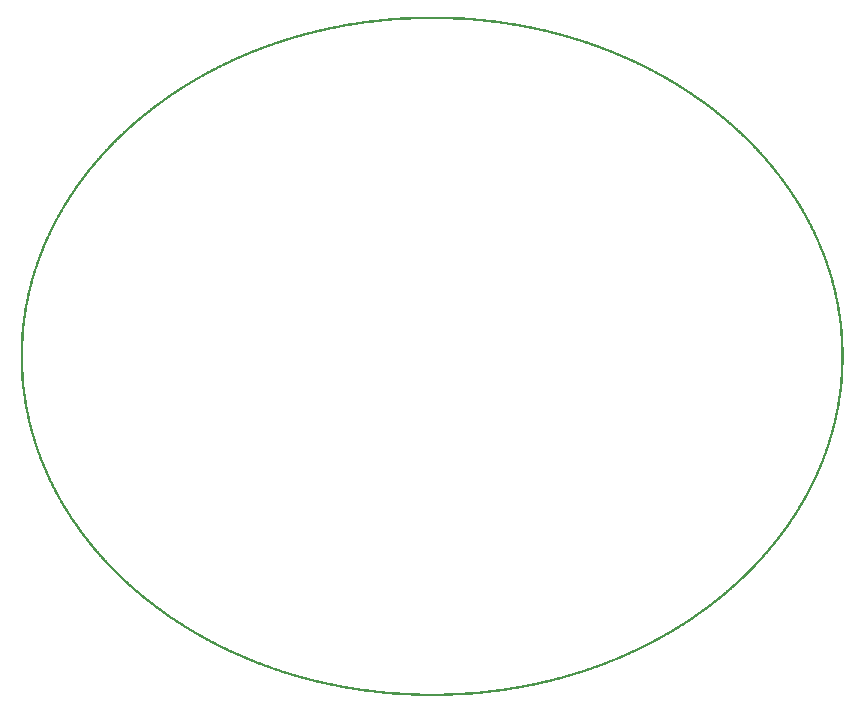
<source format=gbo>
G04 MADE WITH FRITZING*
G04 WWW.FRITZING.ORG*
G04 SINGLE SIDED*
G04 HOLES NOT PLATED*
G04 CONTOUR ON CENTER OF CONTOUR VECTOR*
%ASAXBY*%
%FSLAX23Y23*%
%MOIN*%
%OFA0B0*%
%SFA1.0B1.0*%
%ADD10R,0.001000X0.001000*%
%LNSILK0*%
G90*
G70*
G54D10*
X1332Y2266D02*
X1411Y2266D01*
X1301Y2265D02*
X1442Y2265D01*
X1282Y2264D02*
X1461Y2264D01*
X1264Y2263D02*
X1479Y2263D01*
X1250Y2262D02*
X1493Y2262D01*
X1236Y2261D02*
X1507Y2261D01*
X1225Y2260D02*
X1518Y2260D01*
X1214Y2259D02*
X1529Y2259D01*
X1204Y2258D02*
X1331Y2258D01*
X1412Y2258D02*
X1539Y2258D01*
X1194Y2257D02*
X1300Y2257D01*
X1443Y2257D02*
X1549Y2257D01*
X1185Y2256D02*
X1281Y2256D01*
X1462Y2256D02*
X1558Y2256D01*
X1177Y2255D02*
X1263Y2255D01*
X1480Y2255D02*
X1566Y2255D01*
X1168Y2254D02*
X1249Y2254D01*
X1494Y2254D02*
X1575Y2254D01*
X1160Y2253D02*
X1236Y2253D01*
X1507Y2253D02*
X1583Y2253D01*
X1153Y2252D02*
X1224Y2252D01*
X1519Y2252D02*
X1590Y2252D01*
X1145Y2251D02*
X1213Y2251D01*
X1530Y2251D02*
X1598Y2251D01*
X1138Y2250D02*
X1203Y2250D01*
X1540Y2250D02*
X1605Y2250D01*
X1131Y2249D02*
X1193Y2249D01*
X1550Y2249D02*
X1612Y2249D01*
X1124Y2248D02*
X1184Y2248D01*
X1559Y2248D02*
X1619Y2248D01*
X1118Y2247D02*
X1176Y2247D01*
X1567Y2247D02*
X1625Y2247D01*
X1112Y2246D02*
X1167Y2246D01*
X1576Y2246D02*
X1631Y2246D01*
X1105Y2245D02*
X1159Y2245D01*
X1584Y2245D02*
X1638Y2245D01*
X1099Y2244D02*
X1152Y2244D01*
X1591Y2244D02*
X1644Y2244D01*
X1093Y2243D02*
X1144Y2243D01*
X1599Y2243D02*
X1650Y2243D01*
X1087Y2242D02*
X1137Y2242D01*
X1606Y2242D02*
X1656Y2242D01*
X1082Y2241D02*
X1130Y2241D01*
X1613Y2241D02*
X1661Y2241D01*
X1076Y2240D02*
X1123Y2240D01*
X1620Y2240D02*
X1667Y2240D01*
X1071Y2239D02*
X1117Y2239D01*
X1626Y2239D02*
X1672Y2239D01*
X1065Y2238D02*
X1111Y2238D01*
X1632Y2238D02*
X1678Y2238D01*
X1060Y2237D02*
X1104Y2237D01*
X1639Y2237D02*
X1683Y2237D01*
X1055Y2236D02*
X1098Y2236D01*
X1645Y2236D02*
X1688Y2236D01*
X1050Y2235D02*
X1092Y2235D01*
X1651Y2235D02*
X1693Y2235D01*
X1045Y2234D02*
X1087Y2234D01*
X1656Y2234D02*
X1698Y2234D01*
X1040Y2233D02*
X1081Y2233D01*
X1662Y2233D02*
X1703Y2233D01*
X1035Y2232D02*
X1076Y2232D01*
X1667Y2232D02*
X1708Y2232D01*
X1030Y2231D02*
X1070Y2231D01*
X1673Y2231D02*
X1713Y2231D01*
X1026Y2230D02*
X1064Y2230D01*
X1679Y2230D02*
X1717Y2230D01*
X1021Y2229D02*
X1059Y2229D01*
X1684Y2229D02*
X1722Y2229D01*
X1017Y2228D02*
X1054Y2228D01*
X1689Y2228D02*
X1726Y2228D01*
X1012Y2227D02*
X1049Y2227D01*
X1694Y2227D02*
X1731Y2227D01*
X1008Y2226D02*
X1044Y2226D01*
X1699Y2226D02*
X1735Y2226D01*
X1003Y2225D02*
X1039Y2225D01*
X1704Y2225D02*
X1740Y2225D01*
X999Y2224D02*
X1034Y2224D01*
X1709Y2224D02*
X1744Y2224D01*
X994Y2223D02*
X1030Y2223D01*
X1713Y2223D02*
X1749Y2223D01*
X990Y2222D02*
X1025Y2222D01*
X1718Y2222D02*
X1753Y2222D01*
X986Y2221D02*
X1021Y2221D01*
X1722Y2221D02*
X1757Y2221D01*
X982Y2220D02*
X1016Y2220D01*
X1727Y2220D02*
X1761Y2220D01*
X978Y2219D02*
X1012Y2219D01*
X1731Y2219D02*
X1765Y2219D01*
X974Y2218D02*
X1007Y2218D01*
X1736Y2218D02*
X1769Y2218D01*
X970Y2217D02*
X1003Y2217D01*
X1740Y2217D02*
X1773Y2217D01*
X966Y2216D02*
X998Y2216D01*
X1745Y2216D02*
X1777Y2216D01*
X962Y2215D02*
X994Y2215D01*
X1749Y2215D02*
X1781Y2215D01*
X958Y2214D02*
X990Y2214D01*
X1753Y2214D02*
X1785Y2214D01*
X955Y2213D02*
X986Y2213D01*
X1757Y2213D02*
X1788Y2213D01*
X951Y2212D02*
X982Y2212D01*
X1761Y2212D02*
X1792Y2212D01*
X947Y2211D02*
X978Y2211D01*
X1765Y2211D02*
X1796Y2211D01*
X943Y2210D02*
X974Y2210D01*
X1769Y2210D02*
X1800Y2210D01*
X940Y2209D02*
X970Y2209D01*
X1773Y2209D02*
X1803Y2209D01*
X936Y2208D02*
X965Y2208D01*
X1778Y2208D02*
X1807Y2208D01*
X932Y2207D02*
X962Y2207D01*
X1781Y2207D02*
X1811Y2207D01*
X929Y2206D02*
X958Y2206D01*
X1785Y2206D02*
X1814Y2206D01*
X925Y2205D02*
X954Y2205D01*
X1789Y2205D02*
X1818Y2205D01*
X922Y2204D02*
X950Y2204D01*
X1793Y2204D02*
X1821Y2204D01*
X918Y2203D02*
X947Y2203D01*
X1796Y2203D02*
X1825Y2203D01*
X915Y2202D02*
X943Y2202D01*
X1800Y2202D02*
X1828Y2202D01*
X911Y2201D02*
X939Y2201D01*
X1804Y2201D02*
X1832Y2201D01*
X908Y2200D02*
X936Y2200D01*
X1807Y2200D02*
X1835Y2200D01*
X905Y2199D02*
X932Y2199D01*
X1811Y2199D02*
X1838Y2199D01*
X901Y2198D02*
X928Y2198D01*
X1815Y2198D02*
X1842Y2198D01*
X898Y2197D02*
X925Y2197D01*
X1818Y2197D02*
X1845Y2197D01*
X895Y2196D02*
X922Y2196D01*
X1821Y2196D02*
X1848Y2196D01*
X892Y2195D02*
X918Y2195D01*
X1825Y2195D02*
X1851Y2195D01*
X888Y2194D02*
X915Y2194D01*
X1828Y2194D02*
X1855Y2194D01*
X885Y2193D02*
X911Y2193D01*
X1832Y2193D02*
X1858Y2193D01*
X882Y2192D02*
X908Y2192D01*
X1835Y2192D02*
X1861Y2192D01*
X879Y2191D02*
X904Y2191D01*
X1839Y2191D02*
X1864Y2191D01*
X876Y2190D02*
X901Y2190D01*
X1842Y2190D02*
X1867Y2190D01*
X872Y2189D02*
X898Y2189D01*
X1845Y2189D02*
X1871Y2189D01*
X869Y2188D02*
X895Y2188D01*
X1848Y2188D02*
X1874Y2188D01*
X866Y2187D02*
X891Y2187D01*
X1852Y2187D02*
X1877Y2187D01*
X863Y2186D02*
X888Y2186D01*
X1855Y2186D02*
X1880Y2186D01*
X860Y2185D02*
X885Y2185D01*
X1858Y2185D02*
X1883Y2185D01*
X857Y2184D02*
X882Y2184D01*
X1861Y2184D02*
X1886Y2184D01*
X854Y2183D02*
X879Y2183D01*
X1864Y2183D02*
X1889Y2183D01*
X851Y2182D02*
X875Y2182D01*
X1868Y2182D02*
X1892Y2182D01*
X848Y2181D02*
X872Y2181D01*
X1871Y2181D02*
X1895Y2181D01*
X846Y2180D02*
X869Y2180D01*
X1874Y2180D02*
X1897Y2180D01*
X843Y2179D02*
X866Y2179D01*
X1877Y2179D02*
X1900Y2179D01*
X840Y2178D02*
X863Y2178D01*
X1880Y2178D02*
X1903Y2178D01*
X837Y2177D02*
X860Y2177D01*
X1883Y2177D02*
X1906Y2177D01*
X834Y2176D02*
X857Y2176D01*
X1886Y2176D02*
X1909Y2176D01*
X831Y2175D02*
X854Y2175D01*
X1889Y2175D02*
X1912Y2175D01*
X828Y2174D02*
X851Y2174D01*
X1892Y2174D02*
X1915Y2174D01*
X826Y2173D02*
X848Y2173D01*
X1895Y2173D02*
X1917Y2173D01*
X823Y2172D02*
X845Y2172D01*
X1898Y2172D02*
X1920Y2172D01*
X820Y2171D02*
X843Y2171D01*
X1900Y2171D02*
X1923Y2171D01*
X817Y2170D02*
X840Y2170D01*
X1903Y2170D02*
X1926Y2170D01*
X815Y2169D02*
X837Y2169D01*
X1906Y2169D02*
X1928Y2169D01*
X812Y2168D02*
X834Y2168D01*
X1909Y2168D02*
X1931Y2168D01*
X809Y2167D02*
X831Y2167D01*
X1912Y2167D02*
X1934Y2167D01*
X806Y2166D02*
X828Y2166D01*
X1915Y2166D02*
X1937Y2166D01*
X804Y2165D02*
X826Y2165D01*
X1917Y2165D02*
X1939Y2165D01*
X801Y2164D02*
X823Y2164D01*
X1920Y2164D02*
X1942Y2164D01*
X799Y2163D02*
X820Y2163D01*
X1923Y2163D02*
X1944Y2163D01*
X796Y2162D02*
X817Y2162D01*
X1926Y2162D02*
X1947Y2162D01*
X793Y2161D02*
X815Y2161D01*
X1928Y2161D02*
X1950Y2161D01*
X791Y2160D02*
X812Y2160D01*
X1931Y2160D02*
X1952Y2160D01*
X788Y2159D02*
X809Y2159D01*
X1934Y2159D02*
X1955Y2159D01*
X786Y2158D02*
X806Y2158D01*
X1937Y2158D02*
X1957Y2158D01*
X783Y2157D02*
X804Y2157D01*
X1939Y2157D02*
X1960Y2157D01*
X780Y2156D02*
X801Y2156D01*
X1942Y2156D02*
X1963Y2156D01*
X778Y2155D02*
X799Y2155D01*
X1944Y2155D02*
X1965Y2155D01*
X775Y2154D02*
X796Y2154D01*
X1947Y2154D02*
X1968Y2154D01*
X773Y2153D02*
X794Y2153D01*
X1949Y2153D02*
X1970Y2153D01*
X770Y2152D02*
X791Y2152D01*
X1952Y2152D02*
X1973Y2152D01*
X768Y2151D02*
X788Y2151D01*
X1955Y2151D02*
X1975Y2151D01*
X766Y2150D02*
X786Y2150D01*
X1957Y2150D02*
X1977Y2150D01*
X763Y2149D02*
X783Y2149D01*
X1960Y2149D02*
X1980Y2149D01*
X761Y2148D02*
X781Y2148D01*
X1962Y2148D02*
X1982Y2148D01*
X758Y2147D02*
X778Y2147D01*
X1965Y2147D02*
X1985Y2147D01*
X756Y2146D02*
X776Y2146D01*
X1967Y2146D02*
X1987Y2146D01*
X753Y2145D02*
X773Y2145D01*
X1970Y2145D02*
X1990Y2145D01*
X751Y2144D02*
X771Y2144D01*
X1972Y2144D02*
X1992Y2144D01*
X748Y2143D02*
X768Y2143D01*
X1975Y2143D02*
X1995Y2143D01*
X746Y2142D02*
X766Y2142D01*
X1977Y2142D02*
X1997Y2142D01*
X744Y2141D02*
X763Y2141D01*
X1980Y2141D02*
X1999Y2141D01*
X742Y2140D02*
X761Y2140D01*
X1982Y2140D02*
X2001Y2140D01*
X739Y2139D02*
X759Y2139D01*
X1984Y2139D02*
X2004Y2139D01*
X737Y2138D02*
X756Y2138D01*
X1987Y2138D02*
X2006Y2138D01*
X735Y2137D02*
X754Y2137D01*
X1989Y2137D02*
X2008Y2137D01*
X732Y2136D02*
X751Y2136D01*
X1992Y2136D02*
X2011Y2136D01*
X730Y2135D02*
X749Y2135D01*
X1994Y2135D02*
X2013Y2135D01*
X728Y2134D02*
X747Y2134D01*
X1996Y2134D02*
X2015Y2134D01*
X725Y2133D02*
X744Y2133D01*
X1999Y2133D02*
X2018Y2133D01*
X723Y2132D02*
X742Y2132D01*
X2001Y2132D02*
X2020Y2132D01*
X721Y2131D02*
X740Y2131D01*
X2003Y2131D02*
X2022Y2131D01*
X719Y2130D02*
X737Y2130D01*
X2006Y2130D02*
X2024Y2130D01*
X716Y2129D02*
X735Y2129D01*
X2008Y2129D02*
X2027Y2129D01*
X714Y2128D02*
X733Y2128D01*
X2010Y2128D02*
X2029Y2128D01*
X712Y2127D02*
X730Y2127D01*
X2013Y2127D02*
X2031Y2127D01*
X710Y2126D02*
X728Y2126D01*
X2015Y2126D02*
X2033Y2126D01*
X708Y2125D02*
X726Y2125D01*
X2017Y2125D02*
X2035Y2125D01*
X706Y2124D02*
X724Y2124D01*
X2019Y2124D02*
X2037Y2124D01*
X703Y2123D02*
X721Y2123D01*
X2022Y2123D02*
X2040Y2123D01*
X701Y2122D02*
X719Y2122D01*
X2024Y2122D02*
X2042Y2122D01*
X699Y2121D02*
X717Y2121D01*
X2026Y2121D02*
X2044Y2121D01*
X697Y2120D02*
X715Y2120D01*
X2028Y2120D02*
X2046Y2120D01*
X695Y2119D02*
X713Y2119D01*
X2030Y2119D02*
X2048Y2119D01*
X692Y2118D02*
X710Y2118D01*
X2033Y2118D02*
X2051Y2118D01*
X690Y2117D02*
X708Y2117D01*
X2035Y2117D02*
X2053Y2117D01*
X688Y2116D02*
X706Y2116D01*
X2037Y2116D02*
X2055Y2116D01*
X686Y2115D02*
X704Y2115D01*
X2039Y2115D02*
X2057Y2115D01*
X684Y2114D02*
X702Y2114D01*
X2041Y2114D02*
X2059Y2114D01*
X682Y2113D02*
X700Y2113D01*
X2043Y2113D02*
X2061Y2113D01*
X680Y2112D02*
X697Y2112D01*
X2046Y2112D02*
X2063Y2112D01*
X678Y2111D02*
X695Y2111D01*
X2048Y2111D02*
X2065Y2111D01*
X676Y2110D02*
X693Y2110D01*
X2050Y2110D02*
X2067Y2110D01*
X674Y2109D02*
X691Y2109D01*
X2052Y2109D02*
X2069Y2109D01*
X672Y2108D02*
X689Y2108D01*
X2054Y2108D02*
X2071Y2108D01*
X670Y2107D02*
X687Y2107D01*
X2056Y2107D02*
X2073Y2107D01*
X668Y2106D02*
X685Y2106D01*
X2058Y2106D02*
X2075Y2106D01*
X666Y2105D02*
X683Y2105D01*
X2060Y2105D02*
X2077Y2105D01*
X664Y2104D02*
X681Y2104D01*
X2062Y2104D02*
X2079Y2104D01*
X662Y2103D02*
X679Y2103D01*
X2064Y2103D02*
X2081Y2103D01*
X660Y2102D02*
X677Y2102D01*
X2066Y2102D02*
X2083Y2102D01*
X658Y2101D02*
X675Y2101D01*
X2068Y2101D02*
X2085Y2101D01*
X656Y2100D02*
X672Y2100D01*
X2071Y2100D02*
X2087Y2100D01*
X654Y2099D02*
X670Y2099D01*
X2073Y2099D02*
X2089Y2099D01*
X652Y2098D02*
X668Y2098D01*
X2075Y2098D02*
X2091Y2098D01*
X650Y2097D02*
X666Y2097D01*
X2077Y2097D02*
X2093Y2097D01*
X648Y2096D02*
X664Y2096D01*
X2079Y2096D02*
X2095Y2096D01*
X646Y2095D02*
X662Y2095D01*
X2081Y2095D02*
X2097Y2095D01*
X644Y2094D02*
X660Y2094D01*
X2083Y2094D02*
X2099Y2094D01*
X642Y2093D02*
X658Y2093D01*
X2085Y2093D02*
X2101Y2093D01*
X640Y2092D02*
X656Y2092D01*
X2087Y2092D02*
X2103Y2092D01*
X638Y2091D02*
X655Y2091D01*
X2088Y2091D02*
X2105Y2091D01*
X636Y2090D02*
X653Y2090D01*
X2090Y2090D02*
X2107Y2090D01*
X634Y2089D02*
X651Y2089D01*
X2092Y2089D02*
X2109Y2089D01*
X632Y2088D02*
X649Y2088D01*
X2094Y2088D02*
X2111Y2088D01*
X631Y2087D02*
X647Y2087D01*
X2096Y2087D02*
X2112Y2087D01*
X629Y2086D02*
X645Y2086D01*
X2098Y2086D02*
X2114Y2086D01*
X627Y2085D02*
X643Y2085D01*
X2100Y2085D02*
X2116Y2085D01*
X625Y2084D02*
X641Y2084D01*
X2102Y2084D02*
X2118Y2084D01*
X623Y2083D02*
X639Y2083D01*
X2104Y2083D02*
X2120Y2083D01*
X621Y2082D02*
X637Y2082D01*
X2106Y2082D02*
X2122Y2082D01*
X620Y2081D02*
X635Y2081D01*
X2108Y2081D02*
X2123Y2081D01*
X618Y2080D02*
X633Y2080D01*
X2110Y2080D02*
X2125Y2080D01*
X616Y2079D02*
X631Y2079D01*
X2112Y2079D02*
X2127Y2079D01*
X614Y2078D02*
X630Y2078D01*
X2113Y2078D02*
X2129Y2078D01*
X612Y2077D02*
X628Y2077D01*
X2115Y2077D02*
X2131Y2077D01*
X610Y2076D02*
X626Y2076D01*
X2117Y2076D02*
X2133Y2076D01*
X608Y2075D02*
X624Y2075D01*
X2119Y2075D02*
X2135Y2075D01*
X607Y2074D02*
X622Y2074D01*
X2121Y2074D02*
X2136Y2074D01*
X605Y2073D02*
X620Y2073D01*
X2123Y2073D02*
X2138Y2073D01*
X603Y2072D02*
X619Y2072D01*
X2124Y2072D02*
X2140Y2072D01*
X601Y2071D02*
X617Y2071D01*
X2126Y2071D02*
X2142Y2071D01*
X600Y2070D02*
X615Y2070D01*
X2128Y2070D02*
X2143Y2070D01*
X598Y2069D02*
X613Y2069D01*
X2130Y2069D02*
X2145Y2069D01*
X596Y2068D02*
X611Y2068D01*
X2132Y2068D02*
X2147Y2068D01*
X594Y2067D02*
X609Y2067D01*
X2134Y2067D02*
X2149Y2067D01*
X593Y2066D02*
X608Y2066D01*
X2135Y2066D02*
X2150Y2066D01*
X591Y2065D02*
X606Y2065D01*
X2137Y2065D02*
X2152Y2065D01*
X589Y2064D02*
X604Y2064D01*
X2139Y2064D02*
X2154Y2064D01*
X587Y2063D02*
X602Y2063D01*
X2141Y2063D02*
X2156Y2063D01*
X586Y2062D02*
X601Y2062D01*
X2142Y2062D02*
X2157Y2062D01*
X584Y2061D02*
X599Y2061D01*
X2144Y2061D02*
X2159Y2061D01*
X582Y2060D02*
X597Y2060D01*
X2146Y2060D02*
X2161Y2060D01*
X580Y2059D02*
X595Y2059D01*
X2148Y2059D02*
X2163Y2059D01*
X579Y2058D02*
X594Y2058D01*
X2149Y2058D02*
X2164Y2058D01*
X577Y2057D02*
X592Y2057D01*
X2151Y2057D02*
X2166Y2057D01*
X575Y2056D02*
X590Y2056D01*
X2153Y2056D02*
X2168Y2056D01*
X574Y2055D02*
X588Y2055D01*
X2155Y2055D02*
X2169Y2055D01*
X572Y2054D02*
X587Y2054D01*
X2156Y2054D02*
X2171Y2054D01*
X570Y2053D02*
X585Y2053D01*
X2158Y2053D02*
X2173Y2053D01*
X569Y2052D02*
X583Y2052D01*
X2160Y2052D02*
X2174Y2052D01*
X567Y2051D02*
X581Y2051D01*
X2162Y2051D02*
X2176Y2051D01*
X565Y2050D02*
X580Y2050D01*
X2163Y2050D02*
X2178Y2050D01*
X564Y2049D02*
X578Y2049D01*
X2165Y2049D02*
X2179Y2049D01*
X562Y2048D02*
X576Y2048D01*
X2167Y2048D02*
X2181Y2048D01*
X560Y2047D02*
X575Y2047D01*
X2168Y2047D02*
X2183Y2047D01*
X559Y2046D02*
X573Y2046D01*
X2170Y2046D02*
X2184Y2046D01*
X557Y2045D02*
X571Y2045D01*
X2172Y2045D02*
X2186Y2045D01*
X555Y2044D02*
X570Y2044D01*
X2173Y2044D02*
X2188Y2044D01*
X554Y2043D02*
X568Y2043D01*
X2175Y2043D02*
X2189Y2043D01*
X552Y2042D02*
X566Y2042D01*
X2177Y2042D02*
X2191Y2042D01*
X550Y2041D02*
X565Y2041D01*
X2178Y2041D02*
X2193Y2041D01*
X549Y2040D02*
X563Y2040D01*
X2180Y2040D02*
X2194Y2040D01*
X547Y2039D02*
X561Y2039D01*
X2182Y2039D02*
X2196Y2039D01*
X546Y2038D02*
X560Y2038D01*
X2183Y2038D02*
X2197Y2038D01*
X544Y2037D02*
X558Y2037D01*
X2185Y2037D02*
X2199Y2037D01*
X542Y2036D02*
X556Y2036D01*
X2187Y2036D02*
X2201Y2036D01*
X541Y2035D02*
X555Y2035D01*
X2188Y2035D02*
X2202Y2035D01*
X539Y2034D02*
X553Y2034D01*
X2190Y2034D02*
X2204Y2034D01*
X538Y2033D02*
X552Y2033D01*
X2191Y2033D02*
X2205Y2033D01*
X536Y2032D02*
X550Y2032D01*
X2193Y2032D02*
X2207Y2032D01*
X534Y2031D02*
X548Y2031D01*
X2195Y2031D02*
X2208Y2031D01*
X533Y2030D02*
X547Y2030D01*
X2196Y2030D02*
X2210Y2030D01*
X531Y2029D02*
X545Y2029D01*
X2198Y2029D02*
X2212Y2029D01*
X530Y2028D02*
X544Y2028D01*
X2199Y2028D02*
X2213Y2028D01*
X528Y2027D02*
X542Y2027D01*
X2201Y2027D02*
X2215Y2027D01*
X527Y2026D02*
X540Y2026D01*
X2203Y2026D02*
X2216Y2026D01*
X525Y2025D02*
X539Y2025D01*
X2204Y2025D02*
X2218Y2025D01*
X524Y2024D02*
X537Y2024D01*
X2206Y2024D02*
X2219Y2024D01*
X522Y2023D02*
X536Y2023D01*
X2207Y2023D02*
X2221Y2023D01*
X521Y2022D02*
X534Y2022D01*
X2209Y2022D02*
X2222Y2022D01*
X519Y2021D02*
X533Y2021D01*
X2210Y2021D02*
X2224Y2021D01*
X517Y2020D02*
X531Y2020D01*
X2212Y2020D02*
X2225Y2020D01*
X516Y2019D02*
X529Y2019D01*
X2214Y2019D02*
X2227Y2019D01*
X514Y2018D02*
X528Y2018D01*
X2215Y2018D02*
X2229Y2018D01*
X513Y2017D02*
X526Y2017D01*
X2217Y2017D02*
X2230Y2017D01*
X511Y2016D02*
X525Y2016D01*
X2218Y2016D02*
X2232Y2016D01*
X510Y2015D02*
X523Y2015D01*
X2220Y2015D02*
X2233Y2015D01*
X508Y2014D02*
X522Y2014D01*
X2221Y2014D02*
X2235Y2014D01*
X507Y2013D02*
X520Y2013D01*
X2223Y2013D02*
X2236Y2013D01*
X505Y2012D02*
X519Y2012D01*
X2224Y2012D02*
X2238Y2012D01*
X504Y2011D02*
X517Y2011D01*
X2226Y2011D02*
X2239Y2011D01*
X502Y2010D02*
X516Y2010D01*
X2227Y2010D02*
X2241Y2010D01*
X501Y2009D02*
X514Y2009D01*
X2229Y2009D02*
X2242Y2009D01*
X499Y2008D02*
X513Y2008D01*
X2230Y2008D02*
X2244Y2008D01*
X498Y2007D02*
X511Y2007D01*
X2232Y2007D02*
X2245Y2007D01*
X497Y2006D02*
X510Y2006D01*
X2233Y2006D02*
X2246Y2006D01*
X495Y2005D02*
X508Y2005D01*
X2235Y2005D02*
X2248Y2005D01*
X494Y2004D02*
X507Y2004D01*
X2236Y2004D02*
X2249Y2004D01*
X492Y2003D02*
X505Y2003D01*
X2238Y2003D02*
X2251Y2003D01*
X491Y2002D02*
X504Y2002D01*
X2239Y2002D02*
X2252Y2002D01*
X489Y2001D02*
X502Y2001D01*
X2241Y2001D02*
X2254Y2001D01*
X488Y2000D02*
X501Y2000D01*
X2242Y2000D02*
X2255Y2000D01*
X487Y1999D02*
X499Y1999D01*
X2244Y1999D02*
X2256Y1999D01*
X485Y1998D02*
X498Y1998D01*
X2245Y1998D02*
X2258Y1998D01*
X484Y1997D02*
X497Y1997D01*
X2246Y1997D02*
X2259Y1997D01*
X482Y1996D02*
X495Y1996D01*
X2248Y1996D02*
X2261Y1996D01*
X481Y1995D02*
X494Y1995D01*
X2249Y1995D02*
X2262Y1995D01*
X479Y1994D02*
X492Y1994D01*
X2251Y1994D02*
X2264Y1994D01*
X478Y1993D02*
X491Y1993D01*
X2252Y1993D02*
X2265Y1993D01*
X476Y1992D02*
X489Y1992D01*
X2254Y1992D02*
X2267Y1992D01*
X475Y1991D02*
X488Y1991D01*
X2255Y1991D02*
X2268Y1991D01*
X474Y1990D02*
X487Y1990D01*
X2256Y1990D02*
X2269Y1990D01*
X472Y1989D02*
X485Y1989D01*
X2258Y1989D02*
X2271Y1989D01*
X471Y1988D02*
X484Y1988D01*
X2259Y1988D02*
X2272Y1988D01*
X470Y1987D02*
X482Y1987D01*
X2261Y1987D02*
X2273Y1987D01*
X468Y1986D02*
X481Y1986D01*
X2262Y1986D02*
X2275Y1986D01*
X467Y1985D02*
X479Y1985D01*
X2264Y1985D02*
X2276Y1985D01*
X465Y1984D02*
X478Y1984D01*
X2265Y1984D02*
X2278Y1984D01*
X464Y1983D02*
X477Y1983D01*
X2266Y1983D02*
X2279Y1983D01*
X463Y1982D02*
X475Y1982D01*
X2268Y1982D02*
X2280Y1982D01*
X461Y1981D02*
X474Y1981D01*
X2269Y1981D02*
X2282Y1981D01*
X460Y1980D02*
X473Y1980D01*
X2270Y1980D02*
X2283Y1980D01*
X459Y1979D02*
X471Y1979D01*
X2272Y1979D02*
X2284Y1979D01*
X457Y1978D02*
X470Y1978D01*
X2273Y1978D02*
X2286Y1978D01*
X456Y1977D02*
X468Y1977D01*
X2275Y1977D02*
X2287Y1977D01*
X455Y1976D02*
X467Y1976D01*
X2276Y1976D02*
X2288Y1976D01*
X453Y1975D02*
X466Y1975D01*
X2277Y1975D02*
X2290Y1975D01*
X452Y1974D02*
X464Y1974D01*
X2279Y1974D02*
X2291Y1974D01*
X450Y1973D02*
X463Y1973D01*
X2280Y1973D02*
X2293Y1973D01*
X449Y1972D02*
X462Y1972D01*
X2281Y1972D02*
X2294Y1972D01*
X448Y1971D02*
X460Y1971D01*
X2283Y1971D02*
X2295Y1971D01*
X446Y1970D02*
X459Y1970D01*
X2284Y1970D02*
X2297Y1970D01*
X445Y1969D02*
X457Y1969D01*
X2286Y1969D02*
X2298Y1969D01*
X444Y1968D02*
X456Y1968D01*
X2287Y1968D02*
X2299Y1968D01*
X443Y1967D02*
X455Y1967D01*
X2288Y1967D02*
X2300Y1967D01*
X441Y1966D02*
X453Y1966D01*
X2290Y1966D02*
X2302Y1966D01*
X440Y1965D02*
X452Y1965D01*
X2291Y1965D02*
X2303Y1965D01*
X439Y1964D02*
X451Y1964D01*
X2292Y1964D02*
X2304Y1964D01*
X437Y1963D02*
X449Y1963D01*
X2294Y1963D02*
X2306Y1963D01*
X436Y1962D02*
X448Y1962D01*
X2295Y1962D02*
X2307Y1962D01*
X435Y1961D02*
X447Y1961D01*
X2296Y1961D02*
X2308Y1961D01*
X433Y1960D02*
X446Y1960D01*
X2297Y1960D02*
X2310Y1960D01*
X432Y1959D02*
X444Y1959D01*
X2299Y1959D02*
X2311Y1959D01*
X431Y1958D02*
X443Y1958D01*
X2300Y1958D02*
X2312Y1958D01*
X430Y1957D02*
X442Y1957D01*
X2301Y1957D02*
X2313Y1957D01*
X428Y1956D02*
X440Y1956D01*
X2303Y1956D02*
X2315Y1956D01*
X427Y1955D02*
X439Y1955D01*
X2304Y1955D02*
X2316Y1955D01*
X426Y1954D02*
X438Y1954D01*
X2305Y1954D02*
X2317Y1954D01*
X424Y1953D02*
X436Y1953D01*
X2307Y1953D02*
X2319Y1953D01*
X423Y1952D02*
X435Y1952D01*
X2308Y1952D02*
X2320Y1952D01*
X422Y1951D02*
X434Y1951D01*
X2309Y1951D02*
X2321Y1951D01*
X421Y1950D02*
X433Y1950D01*
X2310Y1950D02*
X2322Y1950D01*
X419Y1949D02*
X431Y1949D01*
X2312Y1949D02*
X2324Y1949D01*
X418Y1948D02*
X430Y1948D01*
X2313Y1948D02*
X2325Y1948D01*
X417Y1947D02*
X429Y1947D01*
X2314Y1947D02*
X2326Y1947D01*
X416Y1946D02*
X427Y1946D01*
X2316Y1946D02*
X2327Y1946D01*
X414Y1945D02*
X426Y1945D01*
X2317Y1945D02*
X2329Y1945D01*
X413Y1944D02*
X425Y1944D01*
X2318Y1944D02*
X2330Y1944D01*
X412Y1943D02*
X424Y1943D01*
X2319Y1943D02*
X2331Y1943D01*
X411Y1942D02*
X422Y1942D01*
X2320Y1942D02*
X2332Y1942D01*
X410Y1941D02*
X421Y1941D01*
X2322Y1941D02*
X2333Y1941D01*
X408Y1940D02*
X420Y1940D01*
X2323Y1940D02*
X2335Y1940D01*
X407Y1939D02*
X419Y1939D01*
X2324Y1939D02*
X2336Y1939D01*
X406Y1938D02*
X418Y1938D01*
X2325Y1938D02*
X2337Y1938D01*
X405Y1937D02*
X416Y1937D01*
X2327Y1937D02*
X2338Y1937D01*
X403Y1936D02*
X415Y1936D01*
X2328Y1936D02*
X2340Y1936D01*
X402Y1935D02*
X414Y1935D01*
X2329Y1935D02*
X2341Y1935D01*
X401Y1934D02*
X413Y1934D01*
X2330Y1934D02*
X2342Y1934D01*
X400Y1933D02*
X411Y1933D01*
X2332Y1933D02*
X2343Y1933D01*
X399Y1932D02*
X410Y1932D01*
X2333Y1932D02*
X2344Y1932D01*
X397Y1931D02*
X409Y1931D01*
X2334Y1931D02*
X2346Y1931D01*
X396Y1930D02*
X408Y1930D01*
X2335Y1930D02*
X2347Y1930D01*
X395Y1929D02*
X406Y1929D01*
X2337Y1929D02*
X2348Y1929D01*
X394Y1928D02*
X405Y1928D01*
X2338Y1928D02*
X2349Y1928D01*
X393Y1927D02*
X404Y1927D01*
X2339Y1927D02*
X2350Y1927D01*
X391Y1926D02*
X403Y1926D01*
X2340Y1926D02*
X2352Y1926D01*
X390Y1925D02*
X402Y1925D01*
X2341Y1925D02*
X2353Y1925D01*
X389Y1924D02*
X400Y1924D01*
X2343Y1924D02*
X2354Y1924D01*
X388Y1923D02*
X399Y1923D01*
X2344Y1923D02*
X2355Y1923D01*
X387Y1922D02*
X398Y1922D01*
X2345Y1922D02*
X2356Y1922D01*
X385Y1921D02*
X397Y1921D01*
X2346Y1921D02*
X2358Y1921D01*
X384Y1920D02*
X396Y1920D01*
X2347Y1920D02*
X2359Y1920D01*
X383Y1919D02*
X395Y1919D01*
X2348Y1919D02*
X2360Y1919D01*
X382Y1918D02*
X393Y1918D01*
X2350Y1918D02*
X2361Y1918D01*
X381Y1917D02*
X392Y1917D01*
X2351Y1917D02*
X2362Y1917D01*
X380Y1916D02*
X391Y1916D01*
X2352Y1916D02*
X2363Y1916D01*
X378Y1915D02*
X390Y1915D01*
X2353Y1915D02*
X2365Y1915D01*
X377Y1914D02*
X389Y1914D01*
X2354Y1914D02*
X2366Y1914D01*
X376Y1913D02*
X387Y1913D01*
X2356Y1913D02*
X2367Y1913D01*
X375Y1912D02*
X386Y1912D01*
X2357Y1912D02*
X2368Y1912D01*
X374Y1911D02*
X385Y1911D01*
X2358Y1911D02*
X2369Y1911D01*
X373Y1910D02*
X384Y1910D01*
X2359Y1910D02*
X2370Y1910D01*
X372Y1909D02*
X383Y1909D01*
X2360Y1909D02*
X2371Y1909D01*
X371Y1908D02*
X382Y1908D01*
X2361Y1908D02*
X2372Y1908D01*
X369Y1907D02*
X380Y1907D01*
X2363Y1907D02*
X2374Y1907D01*
X368Y1906D02*
X379Y1906D01*
X2364Y1906D02*
X2375Y1906D01*
X367Y1905D02*
X378Y1905D01*
X2365Y1905D02*
X2376Y1905D01*
X366Y1904D02*
X377Y1904D01*
X2366Y1904D02*
X2377Y1904D01*
X365Y1903D02*
X376Y1903D01*
X2367Y1903D02*
X2378Y1903D01*
X364Y1902D02*
X375Y1902D01*
X2368Y1902D02*
X2379Y1902D01*
X363Y1901D02*
X374Y1901D01*
X2369Y1901D02*
X2380Y1901D01*
X362Y1900D02*
X373Y1900D01*
X2370Y1900D02*
X2381Y1900D01*
X360Y1899D02*
X371Y1899D01*
X2372Y1899D02*
X2383Y1899D01*
X359Y1898D02*
X370Y1898D01*
X2373Y1898D02*
X2384Y1898D01*
X358Y1897D02*
X369Y1897D01*
X2374Y1897D02*
X2385Y1897D01*
X357Y1896D02*
X368Y1896D01*
X2375Y1896D02*
X2386Y1896D01*
X356Y1895D02*
X367Y1895D01*
X2376Y1895D02*
X2387Y1895D01*
X355Y1894D02*
X366Y1894D01*
X2377Y1894D02*
X2388Y1894D01*
X354Y1893D02*
X365Y1893D01*
X2378Y1893D02*
X2389Y1893D01*
X353Y1892D02*
X364Y1892D01*
X2379Y1892D02*
X2390Y1892D01*
X352Y1891D02*
X362Y1891D01*
X2381Y1891D02*
X2391Y1891D01*
X351Y1890D02*
X361Y1890D01*
X2382Y1890D02*
X2392Y1890D01*
X349Y1889D02*
X360Y1889D01*
X2383Y1889D02*
X2394Y1889D01*
X348Y1888D02*
X359Y1888D01*
X2384Y1888D02*
X2395Y1888D01*
X347Y1887D02*
X358Y1887D01*
X2385Y1887D02*
X2396Y1887D01*
X346Y1886D02*
X357Y1886D01*
X2386Y1886D02*
X2397Y1886D01*
X345Y1885D02*
X356Y1885D01*
X2387Y1885D02*
X2398Y1885D01*
X344Y1884D02*
X355Y1884D01*
X2388Y1884D02*
X2399Y1884D01*
X343Y1883D02*
X354Y1883D01*
X2389Y1883D02*
X2400Y1883D01*
X342Y1882D02*
X353Y1882D01*
X2390Y1882D02*
X2401Y1882D01*
X341Y1881D02*
X352Y1881D01*
X2391Y1881D02*
X2402Y1881D01*
X340Y1880D02*
X351Y1880D01*
X2392Y1880D02*
X2403Y1880D01*
X339Y1879D02*
X349Y1879D01*
X2394Y1879D02*
X2404Y1879D01*
X338Y1878D02*
X348Y1878D01*
X2395Y1878D02*
X2405Y1878D01*
X337Y1877D02*
X347Y1877D01*
X2396Y1877D02*
X2406Y1877D01*
X335Y1876D02*
X346Y1876D01*
X2397Y1876D02*
X2408Y1876D01*
X334Y1875D02*
X345Y1875D01*
X2398Y1875D02*
X2409Y1875D01*
X333Y1874D02*
X344Y1874D01*
X2399Y1874D02*
X2410Y1874D01*
X332Y1873D02*
X343Y1873D01*
X2400Y1873D02*
X2411Y1873D01*
X331Y1872D02*
X342Y1872D01*
X2401Y1872D02*
X2412Y1872D01*
X330Y1871D02*
X341Y1871D01*
X2402Y1871D02*
X2413Y1871D01*
X329Y1870D02*
X340Y1870D01*
X2403Y1870D02*
X2414Y1870D01*
X328Y1869D02*
X339Y1869D01*
X2404Y1869D02*
X2415Y1869D01*
X327Y1868D02*
X338Y1868D01*
X2405Y1868D02*
X2416Y1868D01*
X326Y1867D02*
X337Y1867D01*
X2406Y1867D02*
X2417Y1867D01*
X325Y1866D02*
X336Y1866D01*
X2407Y1866D02*
X2418Y1866D01*
X324Y1865D02*
X335Y1865D01*
X2408Y1865D02*
X2419Y1865D01*
X323Y1864D02*
X334Y1864D01*
X2409Y1864D02*
X2420Y1864D01*
X322Y1863D02*
X333Y1863D01*
X2410Y1863D02*
X2421Y1863D01*
X321Y1862D02*
X332Y1862D01*
X2411Y1862D02*
X2422Y1862D01*
X320Y1861D02*
X330Y1861D01*
X2413Y1861D02*
X2423Y1861D01*
X319Y1860D02*
X329Y1860D01*
X2414Y1860D02*
X2424Y1860D01*
X318Y1859D02*
X328Y1859D01*
X2415Y1859D02*
X2425Y1859D01*
X317Y1858D02*
X327Y1858D01*
X2416Y1858D02*
X2426Y1858D01*
X316Y1857D02*
X326Y1857D01*
X2417Y1857D02*
X2427Y1857D01*
X315Y1856D02*
X325Y1856D01*
X2418Y1856D02*
X2428Y1856D01*
X314Y1855D02*
X324Y1855D01*
X2419Y1855D02*
X2429Y1855D01*
X313Y1854D02*
X323Y1854D01*
X2420Y1854D02*
X2430Y1854D01*
X312Y1853D02*
X322Y1853D01*
X2421Y1853D02*
X2431Y1853D01*
X311Y1852D02*
X321Y1852D01*
X2422Y1852D02*
X2432Y1852D01*
X310Y1851D02*
X320Y1851D01*
X2423Y1851D02*
X2433Y1851D01*
X309Y1850D02*
X319Y1850D01*
X2424Y1850D02*
X2434Y1850D01*
X308Y1849D02*
X318Y1849D01*
X2425Y1849D02*
X2435Y1849D01*
X307Y1848D02*
X317Y1848D01*
X2426Y1848D02*
X2436Y1848D01*
X306Y1847D02*
X316Y1847D01*
X2427Y1847D02*
X2437Y1847D01*
X305Y1846D02*
X315Y1846D01*
X2428Y1846D02*
X2438Y1846D01*
X304Y1845D02*
X314Y1845D01*
X2429Y1845D02*
X2439Y1845D01*
X303Y1844D02*
X313Y1844D01*
X2430Y1844D02*
X2440Y1844D01*
X302Y1843D02*
X312Y1843D01*
X2431Y1843D02*
X2441Y1843D01*
X301Y1842D02*
X311Y1842D01*
X2432Y1842D02*
X2442Y1842D01*
X300Y1841D02*
X310Y1841D01*
X2433Y1841D02*
X2443Y1841D01*
X299Y1840D02*
X309Y1840D01*
X2434Y1840D02*
X2444Y1840D01*
X298Y1839D02*
X308Y1839D01*
X2435Y1839D02*
X2445Y1839D01*
X297Y1838D02*
X307Y1838D01*
X2436Y1838D02*
X2446Y1838D01*
X296Y1837D02*
X306Y1837D01*
X2437Y1837D02*
X2447Y1837D01*
X295Y1836D02*
X305Y1836D01*
X2438Y1836D02*
X2448Y1836D01*
X294Y1835D02*
X305Y1835D01*
X2438Y1835D02*
X2449Y1835D01*
X293Y1834D02*
X304Y1834D01*
X2439Y1834D02*
X2450Y1834D01*
X292Y1833D02*
X303Y1833D01*
X2440Y1833D02*
X2451Y1833D01*
X292Y1832D02*
X302Y1832D01*
X2441Y1832D02*
X2451Y1832D01*
X291Y1831D02*
X301Y1831D01*
X2442Y1831D02*
X2452Y1831D01*
X290Y1830D02*
X300Y1830D01*
X2443Y1830D02*
X2453Y1830D01*
X289Y1829D02*
X299Y1829D01*
X2444Y1829D02*
X2454Y1829D01*
X288Y1828D02*
X298Y1828D01*
X2445Y1828D02*
X2455Y1828D01*
X287Y1827D02*
X297Y1827D01*
X2446Y1827D02*
X2456Y1827D01*
X286Y1826D02*
X296Y1826D01*
X2447Y1826D02*
X2457Y1826D01*
X285Y1825D02*
X295Y1825D01*
X2448Y1825D02*
X2458Y1825D01*
X284Y1824D02*
X294Y1824D01*
X2449Y1824D02*
X2459Y1824D01*
X283Y1823D02*
X293Y1823D01*
X2450Y1823D02*
X2460Y1823D01*
X282Y1822D02*
X292Y1822D01*
X2451Y1822D02*
X2461Y1822D01*
X281Y1821D02*
X291Y1821D01*
X2452Y1821D02*
X2462Y1821D01*
X280Y1820D02*
X290Y1820D01*
X2453Y1820D02*
X2463Y1820D01*
X279Y1819D02*
X289Y1819D01*
X2454Y1819D02*
X2464Y1819D01*
X279Y1818D02*
X288Y1818D01*
X2455Y1818D02*
X2464Y1818D01*
X278Y1817D02*
X287Y1817D01*
X2456Y1817D02*
X2465Y1817D01*
X277Y1816D02*
X287Y1816D01*
X2456Y1816D02*
X2466Y1816D01*
X276Y1815D02*
X286Y1815D01*
X2457Y1815D02*
X2467Y1815D01*
X275Y1814D02*
X285Y1814D01*
X2458Y1814D02*
X2468Y1814D01*
X274Y1813D02*
X284Y1813D01*
X2459Y1813D02*
X2469Y1813D01*
X273Y1812D02*
X283Y1812D01*
X2460Y1812D02*
X2470Y1812D01*
X272Y1811D02*
X282Y1811D01*
X2461Y1811D02*
X2471Y1811D01*
X271Y1810D02*
X281Y1810D01*
X2462Y1810D02*
X2472Y1810D01*
X270Y1809D02*
X280Y1809D01*
X2463Y1809D02*
X2473Y1809D01*
X269Y1808D02*
X279Y1808D01*
X2464Y1808D02*
X2474Y1808D01*
X269Y1807D02*
X278Y1807D01*
X2465Y1807D02*
X2474Y1807D01*
X268Y1806D02*
X277Y1806D01*
X2466Y1806D02*
X2475Y1806D01*
X267Y1805D02*
X276Y1805D01*
X2467Y1805D02*
X2476Y1805D01*
X266Y1804D02*
X275Y1804D01*
X2468Y1804D02*
X2477Y1804D01*
X265Y1803D02*
X275Y1803D01*
X2468Y1803D02*
X2478Y1803D01*
X264Y1802D02*
X274Y1802D01*
X2469Y1802D02*
X2479Y1802D01*
X263Y1801D02*
X273Y1801D01*
X2470Y1801D02*
X2480Y1801D01*
X262Y1800D02*
X272Y1800D01*
X2471Y1800D02*
X2481Y1800D01*
X261Y1799D02*
X271Y1799D01*
X2472Y1799D02*
X2482Y1799D01*
X261Y1798D02*
X270Y1798D01*
X2473Y1798D02*
X2482Y1798D01*
X260Y1797D02*
X269Y1797D01*
X2474Y1797D02*
X2483Y1797D01*
X259Y1796D02*
X268Y1796D01*
X2475Y1796D02*
X2484Y1796D01*
X258Y1795D02*
X268Y1795D01*
X2475Y1795D02*
X2485Y1795D01*
X257Y1794D02*
X267Y1794D01*
X2476Y1794D02*
X2486Y1794D01*
X256Y1793D02*
X266Y1793D01*
X2477Y1793D02*
X2487Y1793D01*
X255Y1792D02*
X265Y1792D01*
X2478Y1792D02*
X2488Y1792D01*
X254Y1791D02*
X264Y1791D01*
X2479Y1791D02*
X2489Y1791D01*
X254Y1790D02*
X263Y1790D01*
X2480Y1790D02*
X2489Y1790D01*
X253Y1789D02*
X262Y1789D01*
X2481Y1789D02*
X2490Y1789D01*
X252Y1788D02*
X261Y1788D01*
X2482Y1788D02*
X2491Y1788D01*
X251Y1787D02*
X260Y1787D01*
X2483Y1787D02*
X2492Y1787D01*
X250Y1786D02*
X260Y1786D01*
X2483Y1786D02*
X2493Y1786D01*
X249Y1785D02*
X259Y1785D01*
X2484Y1785D02*
X2494Y1785D01*
X248Y1784D02*
X258Y1784D01*
X2485Y1784D02*
X2495Y1784D01*
X248Y1783D02*
X257Y1783D01*
X2486Y1783D02*
X2495Y1783D01*
X247Y1782D02*
X256Y1782D01*
X2487Y1782D02*
X2496Y1782D01*
X246Y1781D02*
X255Y1781D01*
X2488Y1781D02*
X2497Y1781D01*
X245Y1780D02*
X254Y1780D01*
X2489Y1780D02*
X2498Y1780D01*
X244Y1779D02*
X254Y1779D01*
X2489Y1779D02*
X2499Y1779D01*
X243Y1778D02*
X253Y1778D01*
X2490Y1778D02*
X2500Y1778D01*
X243Y1777D02*
X252Y1777D01*
X2491Y1777D02*
X2500Y1777D01*
X242Y1776D02*
X251Y1776D01*
X2492Y1776D02*
X2501Y1776D01*
X241Y1775D02*
X250Y1775D01*
X2493Y1775D02*
X2502Y1775D01*
X240Y1774D02*
X249Y1774D01*
X2494Y1774D02*
X2503Y1774D01*
X239Y1773D02*
X249Y1773D01*
X2494Y1773D02*
X2504Y1773D01*
X238Y1772D02*
X248Y1772D01*
X2495Y1772D02*
X2505Y1772D01*
X238Y1771D02*
X247Y1771D01*
X2496Y1771D02*
X2505Y1771D01*
X237Y1770D02*
X246Y1770D01*
X2497Y1770D02*
X2506Y1770D01*
X236Y1769D02*
X245Y1769D01*
X2498Y1769D02*
X2507Y1769D01*
X235Y1768D02*
X244Y1768D01*
X2499Y1768D02*
X2508Y1768D01*
X234Y1767D02*
X244Y1767D01*
X2499Y1767D02*
X2509Y1767D01*
X233Y1766D02*
X243Y1766D01*
X2500Y1766D02*
X2510Y1766D01*
X233Y1765D02*
X242Y1765D01*
X2501Y1765D02*
X2510Y1765D01*
X232Y1764D02*
X241Y1764D01*
X2502Y1764D02*
X2511Y1764D01*
X231Y1763D02*
X240Y1763D01*
X2503Y1763D02*
X2512Y1763D01*
X230Y1762D02*
X239Y1762D01*
X2504Y1762D02*
X2513Y1762D01*
X229Y1761D02*
X239Y1761D01*
X2504Y1761D02*
X2514Y1761D01*
X229Y1760D02*
X238Y1760D01*
X2505Y1760D02*
X2514Y1760D01*
X228Y1759D02*
X237Y1759D01*
X2506Y1759D02*
X2515Y1759D01*
X227Y1758D02*
X236Y1758D01*
X2507Y1758D02*
X2516Y1758D01*
X226Y1757D02*
X235Y1757D01*
X2508Y1757D02*
X2517Y1757D01*
X225Y1756D02*
X235Y1756D01*
X2508Y1756D02*
X2518Y1756D01*
X225Y1755D02*
X234Y1755D01*
X2509Y1755D02*
X2518Y1755D01*
X224Y1754D02*
X233Y1754D01*
X2510Y1754D02*
X2519Y1754D01*
X223Y1753D02*
X232Y1753D01*
X2511Y1753D02*
X2520Y1753D01*
X222Y1752D02*
X231Y1752D01*
X2512Y1752D02*
X2521Y1752D01*
X221Y1751D02*
X231Y1751D01*
X2512Y1751D02*
X2522Y1751D01*
X221Y1750D02*
X230Y1750D01*
X2513Y1750D02*
X2522Y1750D01*
X220Y1749D02*
X229Y1749D01*
X2514Y1749D02*
X2523Y1749D01*
X219Y1748D02*
X228Y1748D01*
X2515Y1748D02*
X2524Y1748D01*
X218Y1747D02*
X227Y1747D01*
X2516Y1747D02*
X2525Y1747D01*
X217Y1746D02*
X227Y1746D01*
X2516Y1746D02*
X2526Y1746D01*
X217Y1745D02*
X226Y1745D01*
X2517Y1745D02*
X2526Y1745D01*
X216Y1744D02*
X225Y1744D01*
X2518Y1744D02*
X2527Y1744D01*
X215Y1743D02*
X224Y1743D01*
X2519Y1743D02*
X2528Y1743D01*
X214Y1742D02*
X223Y1742D01*
X2520Y1742D02*
X2529Y1742D01*
X214Y1741D02*
X223Y1741D01*
X2520Y1741D02*
X2529Y1741D01*
X213Y1740D02*
X222Y1740D01*
X2521Y1740D02*
X2530Y1740D01*
X212Y1739D02*
X221Y1739D01*
X2522Y1739D02*
X2531Y1739D01*
X211Y1738D02*
X220Y1738D01*
X2523Y1738D02*
X2532Y1738D01*
X211Y1737D02*
X219Y1737D01*
X2524Y1737D02*
X2532Y1737D01*
X210Y1736D02*
X219Y1736D01*
X2524Y1736D02*
X2533Y1736D01*
X209Y1735D02*
X218Y1735D01*
X2525Y1735D02*
X2534Y1735D01*
X208Y1734D02*
X217Y1734D01*
X2526Y1734D02*
X2535Y1734D01*
X208Y1733D02*
X216Y1733D01*
X2527Y1733D02*
X2535Y1733D01*
X207Y1732D02*
X216Y1732D01*
X2527Y1732D02*
X2536Y1732D01*
X206Y1731D02*
X215Y1731D01*
X2528Y1731D02*
X2537Y1731D01*
X205Y1730D02*
X214Y1730D01*
X2529Y1730D02*
X2538Y1730D01*
X205Y1729D02*
X213Y1729D01*
X2530Y1729D02*
X2538Y1729D01*
X204Y1728D02*
X213Y1728D01*
X2530Y1728D02*
X2539Y1728D01*
X203Y1727D02*
X212Y1727D01*
X2531Y1727D02*
X2540Y1727D01*
X202Y1726D02*
X211Y1726D01*
X2532Y1726D02*
X2541Y1726D01*
X202Y1725D02*
X210Y1725D01*
X2533Y1725D02*
X2541Y1725D01*
X201Y1724D02*
X210Y1724D01*
X2533Y1724D02*
X2542Y1724D01*
X200Y1723D02*
X209Y1723D01*
X2534Y1723D02*
X2543Y1723D01*
X199Y1722D02*
X208Y1722D01*
X2535Y1722D02*
X2544Y1722D01*
X199Y1721D02*
X207Y1721D01*
X2536Y1721D02*
X2544Y1721D01*
X198Y1720D02*
X207Y1720D01*
X2536Y1720D02*
X2545Y1720D01*
X197Y1719D02*
X206Y1719D01*
X2537Y1719D02*
X2546Y1719D01*
X196Y1718D02*
X205Y1718D01*
X2538Y1718D02*
X2547Y1718D01*
X196Y1717D02*
X204Y1717D01*
X2539Y1717D02*
X2547Y1717D01*
X195Y1716D02*
X204Y1716D01*
X2539Y1716D02*
X2548Y1716D01*
X194Y1715D02*
X203Y1715D01*
X2540Y1715D02*
X2549Y1715D01*
X194Y1714D02*
X202Y1714D01*
X2541Y1714D02*
X2549Y1714D01*
X193Y1713D02*
X201Y1713D01*
X2542Y1713D02*
X2550Y1713D01*
X192Y1712D02*
X201Y1712D01*
X2542Y1712D02*
X2551Y1712D01*
X191Y1711D02*
X200Y1711D01*
X2543Y1711D02*
X2552Y1711D01*
X191Y1710D02*
X199Y1710D01*
X2544Y1710D02*
X2552Y1710D01*
X190Y1709D02*
X199Y1709D01*
X2544Y1709D02*
X2553Y1709D01*
X189Y1708D02*
X198Y1708D01*
X2545Y1708D02*
X2554Y1708D01*
X188Y1707D02*
X197Y1707D01*
X2546Y1707D02*
X2554Y1707D01*
X188Y1706D02*
X196Y1706D01*
X2547Y1706D02*
X2555Y1706D01*
X187Y1705D02*
X196Y1705D01*
X2547Y1705D02*
X2556Y1705D01*
X186Y1704D02*
X195Y1704D01*
X2548Y1704D02*
X2557Y1704D01*
X186Y1703D02*
X194Y1703D01*
X2549Y1703D02*
X2557Y1703D01*
X185Y1702D02*
X194Y1702D01*
X2549Y1702D02*
X2558Y1702D01*
X184Y1701D02*
X193Y1701D01*
X2550Y1701D02*
X2559Y1701D01*
X183Y1700D02*
X192Y1700D01*
X2551Y1700D02*
X2560Y1700D01*
X183Y1699D02*
X191Y1699D01*
X2552Y1699D02*
X2560Y1699D01*
X182Y1698D02*
X191Y1698D01*
X2552Y1698D02*
X2561Y1698D01*
X181Y1697D02*
X190Y1697D01*
X2553Y1697D02*
X2562Y1697D01*
X181Y1696D02*
X189Y1696D01*
X2554Y1696D02*
X2562Y1696D01*
X180Y1695D02*
X189Y1695D01*
X2554Y1695D02*
X2563Y1695D01*
X179Y1694D02*
X188Y1694D01*
X2555Y1694D02*
X2564Y1694D01*
X179Y1693D02*
X187Y1693D01*
X2556Y1693D02*
X2564Y1693D01*
X178Y1692D02*
X186Y1692D01*
X2557Y1692D02*
X2565Y1692D01*
X177Y1691D02*
X186Y1691D01*
X2557Y1691D02*
X2566Y1691D01*
X177Y1690D02*
X185Y1690D01*
X2558Y1690D02*
X2566Y1690D01*
X176Y1689D02*
X184Y1689D01*
X2559Y1689D02*
X2567Y1689D01*
X175Y1688D02*
X184Y1688D01*
X2559Y1688D02*
X2568Y1688D01*
X175Y1687D02*
X183Y1687D01*
X2560Y1687D02*
X2568Y1687D01*
X174Y1686D02*
X182Y1686D01*
X2561Y1686D02*
X2569Y1686D01*
X173Y1685D02*
X182Y1685D01*
X2561Y1685D02*
X2570Y1685D01*
X173Y1684D02*
X181Y1684D01*
X2562Y1684D02*
X2570Y1684D01*
X172Y1683D02*
X180Y1683D01*
X2563Y1683D02*
X2571Y1683D01*
X171Y1682D02*
X180Y1682D01*
X2563Y1682D02*
X2572Y1682D01*
X171Y1681D02*
X179Y1681D01*
X2564Y1681D02*
X2572Y1681D01*
X170Y1680D02*
X178Y1680D01*
X2565Y1680D02*
X2573Y1680D01*
X169Y1679D02*
X178Y1679D01*
X2565Y1679D02*
X2574Y1679D01*
X169Y1678D02*
X177Y1678D01*
X2566Y1678D02*
X2574Y1678D01*
X168Y1677D02*
X176Y1677D01*
X2567Y1677D02*
X2575Y1677D01*
X167Y1676D02*
X176Y1676D01*
X2567Y1676D02*
X2576Y1676D01*
X166Y1675D02*
X175Y1675D01*
X2568Y1675D02*
X2577Y1675D01*
X166Y1674D02*
X174Y1674D01*
X2569Y1674D02*
X2577Y1674D01*
X165Y1673D02*
X174Y1673D01*
X2569Y1673D02*
X2578Y1673D01*
X165Y1672D02*
X173Y1672D01*
X2570Y1672D02*
X2578Y1672D01*
X164Y1671D02*
X172Y1671D01*
X2571Y1671D02*
X2579Y1671D01*
X163Y1670D02*
X172Y1670D01*
X2571Y1670D02*
X2580Y1670D01*
X163Y1669D02*
X171Y1669D01*
X2572Y1669D02*
X2580Y1669D01*
X162Y1668D02*
X170Y1668D01*
X2573Y1668D02*
X2581Y1668D01*
X161Y1667D02*
X170Y1667D01*
X2573Y1667D02*
X2582Y1667D01*
X161Y1666D02*
X169Y1666D01*
X2574Y1666D02*
X2582Y1666D01*
X160Y1665D02*
X168Y1665D01*
X2575Y1665D02*
X2583Y1665D01*
X159Y1664D02*
X168Y1664D01*
X2575Y1664D02*
X2584Y1664D01*
X159Y1663D02*
X167Y1663D01*
X2576Y1663D02*
X2584Y1663D01*
X158Y1662D02*
X166Y1662D01*
X2577Y1662D02*
X2585Y1662D01*
X157Y1661D02*
X166Y1661D01*
X2577Y1661D02*
X2586Y1661D01*
X157Y1660D02*
X165Y1660D01*
X2578Y1660D02*
X2586Y1660D01*
X156Y1659D02*
X164Y1659D01*
X2578Y1659D02*
X2587Y1659D01*
X156Y1658D02*
X164Y1658D01*
X2579Y1658D02*
X2587Y1658D01*
X155Y1657D02*
X163Y1657D01*
X2580Y1657D02*
X2588Y1657D01*
X154Y1656D02*
X163Y1656D01*
X2580Y1656D02*
X2589Y1656D01*
X154Y1655D02*
X162Y1655D01*
X2581Y1655D02*
X2589Y1655D01*
X153Y1654D02*
X161Y1654D01*
X2582Y1654D02*
X2590Y1654D01*
X152Y1653D02*
X161Y1653D01*
X2582Y1653D02*
X2591Y1653D01*
X152Y1652D02*
X160Y1652D01*
X2583Y1652D02*
X2591Y1652D01*
X151Y1651D02*
X159Y1651D01*
X2584Y1651D02*
X2592Y1651D01*
X150Y1650D02*
X159Y1650D01*
X2584Y1650D02*
X2593Y1650D01*
X150Y1649D02*
X158Y1649D01*
X2585Y1649D02*
X2593Y1649D01*
X149Y1648D02*
X157Y1648D01*
X2586Y1648D02*
X2594Y1648D01*
X149Y1647D02*
X157Y1647D01*
X2586Y1647D02*
X2594Y1647D01*
X148Y1646D02*
X156Y1646D01*
X2587Y1646D02*
X2595Y1646D01*
X147Y1645D02*
X156Y1645D01*
X2587Y1645D02*
X2596Y1645D01*
X147Y1644D02*
X155Y1644D01*
X2588Y1644D02*
X2596Y1644D01*
X146Y1643D02*
X154Y1643D01*
X2589Y1643D02*
X2597Y1643D01*
X146Y1642D02*
X154Y1642D01*
X2589Y1642D02*
X2597Y1642D01*
X145Y1641D02*
X153Y1641D01*
X2590Y1641D02*
X2598Y1641D01*
X144Y1640D02*
X153Y1640D01*
X2590Y1640D02*
X2599Y1640D01*
X144Y1639D02*
X152Y1639D01*
X2591Y1639D02*
X2599Y1639D01*
X143Y1638D02*
X151Y1638D01*
X2592Y1638D02*
X2600Y1638D01*
X143Y1637D02*
X151Y1637D01*
X2592Y1637D02*
X2600Y1637D01*
X142Y1636D02*
X150Y1636D01*
X2593Y1636D02*
X2601Y1636D01*
X141Y1635D02*
X150Y1635D01*
X2593Y1635D02*
X2602Y1635D01*
X141Y1634D02*
X149Y1634D01*
X2594Y1634D02*
X2602Y1634D01*
X140Y1633D02*
X148Y1633D01*
X2595Y1633D02*
X2603Y1633D01*
X140Y1632D02*
X148Y1632D01*
X2595Y1632D02*
X2603Y1632D01*
X139Y1631D02*
X147Y1631D01*
X2596Y1631D02*
X2604Y1631D01*
X138Y1630D02*
X147Y1630D01*
X2596Y1630D02*
X2605Y1630D01*
X138Y1629D02*
X146Y1629D01*
X2597Y1629D02*
X2605Y1629D01*
X137Y1628D02*
X145Y1628D01*
X2598Y1628D02*
X2606Y1628D01*
X137Y1627D02*
X145Y1627D01*
X2598Y1627D02*
X2606Y1627D01*
X136Y1626D02*
X144Y1626D01*
X2599Y1626D02*
X2607Y1626D01*
X135Y1625D02*
X144Y1625D01*
X2599Y1625D02*
X2608Y1625D01*
X135Y1624D02*
X143Y1624D01*
X2600Y1624D02*
X2608Y1624D01*
X134Y1623D02*
X142Y1623D01*
X2601Y1623D02*
X2609Y1623D01*
X134Y1622D02*
X142Y1622D01*
X2601Y1622D02*
X2609Y1622D01*
X133Y1621D02*
X141Y1621D01*
X2602Y1621D02*
X2610Y1621D01*
X133Y1620D02*
X141Y1620D01*
X2602Y1620D02*
X2610Y1620D01*
X132Y1619D02*
X140Y1619D01*
X2603Y1619D02*
X2611Y1619D01*
X131Y1618D02*
X139Y1618D01*
X2604Y1618D02*
X2612Y1618D01*
X131Y1617D02*
X139Y1617D01*
X2604Y1617D02*
X2612Y1617D01*
X130Y1616D02*
X138Y1616D01*
X2605Y1616D02*
X2613Y1616D01*
X130Y1615D02*
X138Y1615D01*
X2605Y1615D02*
X2613Y1615D01*
X129Y1614D02*
X137Y1614D01*
X2606Y1614D02*
X2614Y1614D01*
X129Y1613D02*
X137Y1613D01*
X2606Y1613D02*
X2614Y1613D01*
X128Y1612D02*
X136Y1612D01*
X2607Y1612D02*
X2615Y1612D01*
X127Y1611D02*
X135Y1611D01*
X2608Y1611D02*
X2616Y1611D01*
X127Y1610D02*
X135Y1610D01*
X2608Y1610D02*
X2616Y1610D01*
X126Y1609D02*
X134Y1609D01*
X2609Y1609D02*
X2617Y1609D01*
X126Y1608D02*
X134Y1608D01*
X2609Y1608D02*
X2617Y1608D01*
X125Y1607D02*
X133Y1607D01*
X2610Y1607D02*
X2618Y1607D01*
X125Y1606D02*
X133Y1606D01*
X2610Y1606D02*
X2618Y1606D01*
X124Y1605D02*
X132Y1605D01*
X2611Y1605D02*
X2619Y1605D01*
X124Y1604D02*
X131Y1604D01*
X2612Y1604D02*
X2619Y1604D01*
X123Y1603D02*
X131Y1603D01*
X2612Y1603D02*
X2620Y1603D01*
X122Y1602D02*
X130Y1602D01*
X2613Y1602D02*
X2621Y1602D01*
X122Y1601D02*
X130Y1601D01*
X2613Y1601D02*
X2621Y1601D01*
X121Y1600D02*
X129Y1600D01*
X2614Y1600D02*
X2622Y1600D01*
X121Y1599D02*
X129Y1599D01*
X2614Y1599D02*
X2622Y1599D01*
X120Y1598D02*
X128Y1598D01*
X2615Y1598D02*
X2623Y1598D01*
X120Y1597D02*
X128Y1597D01*
X2615Y1597D02*
X2623Y1597D01*
X119Y1596D02*
X127Y1596D01*
X2616Y1596D02*
X2624Y1596D01*
X119Y1595D02*
X126Y1595D01*
X2617Y1595D02*
X2624Y1595D01*
X118Y1594D02*
X126Y1594D01*
X2617Y1594D02*
X2625Y1594D01*
X118Y1593D02*
X125Y1593D01*
X2618Y1593D02*
X2625Y1593D01*
X117Y1592D02*
X125Y1592D01*
X2618Y1592D02*
X2626Y1592D01*
X116Y1591D02*
X124Y1591D01*
X2619Y1591D02*
X2627Y1591D01*
X116Y1590D02*
X124Y1590D01*
X2619Y1590D02*
X2627Y1590D01*
X115Y1589D02*
X123Y1589D01*
X2620Y1589D02*
X2628Y1589D01*
X115Y1588D02*
X123Y1588D01*
X2620Y1588D02*
X2628Y1588D01*
X114Y1587D02*
X122Y1587D01*
X2621Y1587D02*
X2629Y1587D01*
X114Y1586D02*
X122Y1586D01*
X2621Y1586D02*
X2629Y1586D01*
X113Y1585D02*
X121Y1585D01*
X2622Y1585D02*
X2630Y1585D01*
X113Y1584D02*
X121Y1584D01*
X2622Y1584D02*
X2630Y1584D01*
X112Y1583D02*
X120Y1583D01*
X2623Y1583D02*
X2631Y1583D01*
X112Y1582D02*
X120Y1582D01*
X2623Y1582D02*
X2631Y1582D01*
X111Y1581D02*
X119Y1581D01*
X2624Y1581D02*
X2632Y1581D01*
X111Y1580D02*
X118Y1580D01*
X2625Y1580D02*
X2632Y1580D01*
X110Y1579D02*
X118Y1579D01*
X2625Y1579D02*
X2633Y1579D01*
X110Y1578D02*
X117Y1578D01*
X2626Y1578D02*
X2633Y1578D01*
X109Y1577D02*
X117Y1577D01*
X2626Y1577D02*
X2634Y1577D01*
X109Y1576D02*
X116Y1576D01*
X2627Y1576D02*
X2634Y1576D01*
X108Y1575D02*
X116Y1575D01*
X2627Y1575D02*
X2635Y1575D01*
X107Y1574D02*
X115Y1574D01*
X2628Y1574D02*
X2635Y1574D01*
X107Y1573D02*
X115Y1573D01*
X2628Y1573D02*
X2636Y1573D01*
X107Y1572D02*
X114Y1572D01*
X2629Y1572D02*
X2636Y1572D01*
X106Y1571D02*
X114Y1571D01*
X2629Y1571D02*
X2637Y1571D01*
X106Y1570D02*
X113Y1570D01*
X2630Y1570D02*
X2637Y1570D01*
X105Y1569D02*
X113Y1569D01*
X2630Y1569D02*
X2638Y1569D01*
X105Y1568D02*
X112Y1568D01*
X2631Y1568D02*
X2638Y1568D01*
X104Y1567D02*
X112Y1567D01*
X2631Y1567D02*
X2639Y1567D01*
X104Y1566D02*
X111Y1566D01*
X2632Y1566D02*
X2639Y1566D01*
X103Y1565D02*
X111Y1565D01*
X2632Y1565D02*
X2640Y1565D01*
X103Y1564D02*
X110Y1564D01*
X2633Y1564D02*
X2640Y1564D01*
X102Y1563D02*
X110Y1563D01*
X2633Y1563D02*
X2641Y1563D01*
X102Y1562D02*
X109Y1562D01*
X2634Y1562D02*
X2641Y1562D01*
X101Y1561D02*
X109Y1561D01*
X2634Y1561D02*
X2642Y1561D01*
X101Y1560D02*
X108Y1560D01*
X2635Y1560D02*
X2642Y1560D01*
X100Y1559D02*
X108Y1559D01*
X2635Y1559D02*
X2643Y1559D01*
X100Y1558D02*
X107Y1558D01*
X2636Y1558D02*
X2643Y1558D01*
X99Y1557D02*
X107Y1557D01*
X2636Y1557D02*
X2644Y1557D01*
X99Y1556D02*
X106Y1556D01*
X2637Y1556D02*
X2644Y1556D01*
X98Y1555D02*
X106Y1555D01*
X2637Y1555D02*
X2645Y1555D01*
X98Y1554D02*
X105Y1554D01*
X2638Y1554D02*
X2645Y1554D01*
X97Y1553D02*
X105Y1553D01*
X2638Y1553D02*
X2646Y1553D01*
X97Y1552D02*
X104Y1552D01*
X2639Y1552D02*
X2646Y1552D01*
X96Y1551D02*
X104Y1551D01*
X2639Y1551D02*
X2647Y1551D01*
X96Y1550D02*
X103Y1550D01*
X2640Y1550D02*
X2647Y1550D01*
X95Y1549D02*
X103Y1549D01*
X2640Y1549D02*
X2648Y1549D01*
X95Y1548D02*
X102Y1548D01*
X2641Y1548D02*
X2648Y1548D01*
X94Y1547D02*
X102Y1547D01*
X2641Y1547D02*
X2649Y1547D01*
X94Y1546D02*
X101Y1546D01*
X2642Y1546D02*
X2649Y1546D01*
X93Y1545D02*
X101Y1545D01*
X2642Y1545D02*
X2650Y1545D01*
X93Y1544D02*
X100Y1544D01*
X2643Y1544D02*
X2650Y1544D01*
X92Y1543D02*
X100Y1543D01*
X2643Y1543D02*
X2651Y1543D01*
X92Y1542D02*
X100Y1542D01*
X2643Y1542D02*
X2651Y1542D01*
X91Y1541D02*
X99Y1541D01*
X2644Y1541D02*
X2652Y1541D01*
X91Y1540D02*
X99Y1540D01*
X2644Y1540D02*
X2652Y1540D01*
X91Y1539D02*
X98Y1539D01*
X2645Y1539D02*
X2652Y1539D01*
X90Y1538D02*
X98Y1538D01*
X2645Y1538D02*
X2653Y1538D01*
X90Y1537D02*
X97Y1537D01*
X2646Y1537D02*
X2653Y1537D01*
X89Y1536D02*
X97Y1536D01*
X2646Y1536D02*
X2654Y1536D01*
X89Y1535D02*
X96Y1535D01*
X2647Y1535D02*
X2654Y1535D01*
X88Y1534D02*
X96Y1534D01*
X2647Y1534D02*
X2655Y1534D01*
X88Y1533D02*
X95Y1533D01*
X2648Y1533D02*
X2655Y1533D01*
X87Y1532D02*
X95Y1532D01*
X2648Y1532D02*
X2656Y1532D01*
X87Y1531D02*
X94Y1531D01*
X2649Y1531D02*
X2656Y1531D01*
X86Y1530D02*
X94Y1530D01*
X2649Y1530D02*
X2657Y1530D01*
X86Y1529D02*
X94Y1529D01*
X2649Y1529D02*
X2657Y1529D01*
X85Y1528D02*
X93Y1528D01*
X2650Y1528D02*
X2658Y1528D01*
X85Y1527D02*
X93Y1527D01*
X2650Y1527D02*
X2658Y1527D01*
X85Y1526D02*
X92Y1526D01*
X2651Y1526D02*
X2658Y1526D01*
X84Y1525D02*
X92Y1525D01*
X2651Y1525D02*
X2659Y1525D01*
X84Y1524D02*
X91Y1524D01*
X2652Y1524D02*
X2659Y1524D01*
X83Y1523D02*
X91Y1523D01*
X2652Y1523D02*
X2660Y1523D01*
X83Y1522D02*
X90Y1522D01*
X2653Y1522D02*
X2660Y1522D01*
X82Y1521D02*
X90Y1521D01*
X2653Y1521D02*
X2661Y1521D01*
X82Y1520D02*
X89Y1520D01*
X2654Y1520D02*
X2661Y1520D01*
X81Y1519D02*
X89Y1519D01*
X2654Y1519D02*
X2662Y1519D01*
X81Y1518D02*
X89Y1518D01*
X2654Y1518D02*
X2662Y1518D01*
X81Y1517D02*
X88Y1517D01*
X2655Y1517D02*
X2662Y1517D01*
X80Y1516D02*
X88Y1516D01*
X2655Y1516D02*
X2663Y1516D01*
X80Y1515D02*
X87Y1515D01*
X2656Y1515D02*
X2663Y1515D01*
X79Y1514D02*
X87Y1514D01*
X2656Y1514D02*
X2664Y1514D01*
X79Y1513D02*
X86Y1513D01*
X2657Y1513D02*
X2664Y1513D01*
X78Y1512D02*
X86Y1512D01*
X2657Y1512D02*
X2665Y1512D01*
X78Y1511D02*
X86Y1511D01*
X2657Y1511D02*
X2665Y1511D01*
X78Y1510D02*
X85Y1510D01*
X2658Y1510D02*
X2665Y1510D01*
X77Y1509D02*
X85Y1509D01*
X2658Y1509D02*
X2666Y1509D01*
X77Y1508D02*
X84Y1508D01*
X2659Y1508D02*
X2666Y1508D01*
X76Y1507D02*
X84Y1507D01*
X2659Y1507D02*
X2667Y1507D01*
X76Y1506D02*
X83Y1506D01*
X2660Y1506D02*
X2667Y1506D01*
X75Y1505D02*
X83Y1505D01*
X2660Y1505D02*
X2668Y1505D01*
X75Y1504D02*
X83Y1504D01*
X2660Y1504D02*
X2668Y1504D01*
X75Y1503D02*
X82Y1503D01*
X2661Y1503D02*
X2668Y1503D01*
X74Y1502D02*
X82Y1502D01*
X2661Y1502D02*
X2669Y1502D01*
X74Y1501D02*
X81Y1501D01*
X2662Y1501D02*
X2669Y1501D01*
X73Y1500D02*
X81Y1500D01*
X2662Y1500D02*
X2670Y1500D01*
X73Y1499D02*
X80Y1499D01*
X2663Y1499D02*
X2670Y1499D01*
X72Y1498D02*
X80Y1498D01*
X2663Y1498D02*
X2671Y1498D01*
X72Y1497D02*
X80Y1497D01*
X2663Y1497D02*
X2671Y1497D01*
X72Y1496D02*
X79Y1496D01*
X2664Y1496D02*
X2671Y1496D01*
X71Y1495D02*
X79Y1495D01*
X2664Y1495D02*
X2672Y1495D01*
X71Y1494D02*
X78Y1494D01*
X2665Y1494D02*
X2672Y1494D01*
X71Y1493D02*
X78Y1493D01*
X2665Y1493D02*
X2672Y1493D01*
X70Y1492D02*
X78Y1492D01*
X2665Y1492D02*
X2673Y1492D01*
X70Y1491D02*
X77Y1491D01*
X2666Y1491D02*
X2673Y1491D01*
X69Y1490D02*
X77Y1490D01*
X2666Y1490D02*
X2674Y1490D01*
X69Y1489D02*
X76Y1489D01*
X2667Y1489D02*
X2674Y1489D01*
X69Y1488D02*
X76Y1488D01*
X2667Y1488D02*
X2674Y1488D01*
X68Y1487D02*
X76Y1487D01*
X2667Y1487D02*
X2675Y1487D01*
X68Y1486D02*
X75Y1486D01*
X2668Y1486D02*
X2675Y1486D01*
X67Y1485D02*
X75Y1485D01*
X2668Y1485D02*
X2676Y1485D01*
X67Y1484D02*
X74Y1484D01*
X2669Y1484D02*
X2676Y1484D01*
X67Y1483D02*
X74Y1483D01*
X2669Y1483D02*
X2676Y1483D01*
X66Y1482D02*
X74Y1482D01*
X2669Y1482D02*
X2677Y1482D01*
X66Y1481D02*
X73Y1481D01*
X2670Y1481D02*
X2677Y1481D01*
X65Y1480D02*
X73Y1480D01*
X2670Y1480D02*
X2678Y1480D01*
X65Y1479D02*
X72Y1479D01*
X2671Y1479D02*
X2678Y1479D01*
X65Y1478D02*
X72Y1478D01*
X2671Y1478D02*
X2678Y1478D01*
X64Y1477D02*
X72Y1477D01*
X2671Y1477D02*
X2679Y1477D01*
X64Y1476D02*
X71Y1476D01*
X2672Y1476D02*
X2679Y1476D01*
X63Y1475D02*
X71Y1475D01*
X2672Y1475D02*
X2680Y1475D01*
X63Y1474D02*
X70Y1474D01*
X2673Y1474D02*
X2680Y1474D01*
X63Y1473D02*
X70Y1473D01*
X2673Y1473D02*
X2680Y1473D01*
X62Y1472D02*
X70Y1472D01*
X2673Y1472D02*
X2681Y1472D01*
X62Y1471D02*
X69Y1471D01*
X2674Y1471D02*
X2681Y1471D01*
X61Y1470D02*
X69Y1470D01*
X2674Y1470D02*
X2682Y1470D01*
X61Y1469D02*
X68Y1469D01*
X2675Y1469D02*
X2682Y1469D01*
X61Y1468D02*
X68Y1468D01*
X2675Y1468D02*
X2682Y1468D01*
X60Y1467D02*
X68Y1467D01*
X2675Y1467D02*
X2683Y1467D01*
X60Y1466D02*
X67Y1466D01*
X2676Y1466D02*
X2683Y1466D01*
X60Y1465D02*
X67Y1465D01*
X2676Y1465D02*
X2683Y1465D01*
X59Y1464D02*
X67Y1464D01*
X2676Y1464D02*
X2684Y1464D01*
X59Y1463D02*
X66Y1463D01*
X2677Y1463D02*
X2684Y1463D01*
X59Y1462D02*
X66Y1462D01*
X2677Y1462D02*
X2684Y1462D01*
X58Y1461D02*
X66Y1461D01*
X2677Y1461D02*
X2685Y1461D01*
X58Y1460D02*
X65Y1460D01*
X2678Y1460D02*
X2685Y1460D01*
X58Y1459D02*
X65Y1459D01*
X2678Y1459D02*
X2685Y1459D01*
X57Y1458D02*
X64Y1458D01*
X2679Y1458D02*
X2686Y1458D01*
X57Y1457D02*
X64Y1457D01*
X2679Y1457D02*
X2686Y1457D01*
X56Y1456D02*
X64Y1456D01*
X2679Y1456D02*
X2687Y1456D01*
X56Y1455D02*
X63Y1455D01*
X2680Y1455D02*
X2687Y1455D01*
X56Y1454D02*
X63Y1454D01*
X2680Y1454D02*
X2687Y1454D01*
X55Y1453D02*
X63Y1453D01*
X2680Y1453D02*
X2688Y1453D01*
X55Y1452D02*
X62Y1452D01*
X2681Y1452D02*
X2688Y1452D01*
X55Y1451D02*
X62Y1451D01*
X2681Y1451D02*
X2688Y1451D01*
X54Y1450D02*
X62Y1450D01*
X2681Y1450D02*
X2689Y1450D01*
X54Y1449D02*
X61Y1449D01*
X2682Y1449D02*
X2689Y1449D01*
X54Y1448D02*
X61Y1448D01*
X2682Y1448D02*
X2689Y1448D01*
X53Y1447D02*
X61Y1447D01*
X2682Y1447D02*
X2690Y1447D01*
X53Y1446D02*
X60Y1446D01*
X2683Y1446D02*
X2690Y1446D01*
X52Y1445D02*
X60Y1445D01*
X2683Y1445D02*
X2691Y1445D01*
X52Y1444D02*
X59Y1444D01*
X2684Y1444D02*
X2691Y1444D01*
X52Y1443D02*
X59Y1443D01*
X2684Y1443D02*
X2691Y1443D01*
X51Y1442D02*
X59Y1442D01*
X2684Y1442D02*
X2692Y1442D01*
X51Y1441D02*
X58Y1441D01*
X2685Y1441D02*
X2692Y1441D01*
X51Y1440D02*
X58Y1440D01*
X2685Y1440D02*
X2692Y1440D01*
X50Y1439D02*
X58Y1439D01*
X2685Y1439D02*
X2693Y1439D01*
X50Y1438D02*
X57Y1438D01*
X2686Y1438D02*
X2693Y1438D01*
X50Y1437D02*
X57Y1437D01*
X2686Y1437D02*
X2693Y1437D01*
X49Y1436D02*
X57Y1436D01*
X2686Y1436D02*
X2694Y1436D01*
X49Y1435D02*
X56Y1435D01*
X2687Y1435D02*
X2694Y1435D01*
X49Y1434D02*
X56Y1434D01*
X2687Y1434D02*
X2694Y1434D01*
X49Y1433D02*
X56Y1433D01*
X2687Y1433D02*
X2694Y1433D01*
X48Y1432D02*
X55Y1432D01*
X2688Y1432D02*
X2695Y1432D01*
X48Y1431D02*
X55Y1431D01*
X2688Y1431D02*
X2695Y1431D01*
X48Y1430D02*
X55Y1430D01*
X2688Y1430D02*
X2695Y1430D01*
X47Y1429D02*
X54Y1429D01*
X2689Y1429D02*
X2696Y1429D01*
X47Y1428D02*
X54Y1428D01*
X2689Y1428D02*
X2696Y1428D01*
X47Y1427D02*
X54Y1427D01*
X2689Y1427D02*
X2696Y1427D01*
X46Y1426D02*
X53Y1426D01*
X2690Y1426D02*
X2697Y1426D01*
X46Y1425D02*
X53Y1425D01*
X2690Y1425D02*
X2697Y1425D01*
X46Y1424D02*
X53Y1424D01*
X2690Y1424D02*
X2697Y1424D01*
X45Y1423D02*
X52Y1423D01*
X2691Y1423D02*
X2698Y1423D01*
X45Y1422D02*
X52Y1422D01*
X2691Y1422D02*
X2698Y1422D01*
X45Y1421D02*
X52Y1421D01*
X2691Y1421D02*
X2698Y1421D01*
X44Y1420D02*
X51Y1420D01*
X2692Y1420D02*
X2699Y1420D01*
X44Y1419D02*
X51Y1419D01*
X2692Y1419D02*
X2699Y1419D01*
X44Y1418D02*
X51Y1418D01*
X2692Y1418D02*
X2699Y1418D01*
X43Y1417D02*
X51Y1417D01*
X2692Y1417D02*
X2700Y1417D01*
X43Y1416D02*
X50Y1416D01*
X2693Y1416D02*
X2700Y1416D01*
X43Y1415D02*
X50Y1415D01*
X2693Y1415D02*
X2700Y1415D01*
X42Y1414D02*
X50Y1414D01*
X2693Y1414D02*
X2701Y1414D01*
X42Y1413D02*
X49Y1413D01*
X2694Y1413D02*
X2701Y1413D01*
X42Y1412D02*
X49Y1412D01*
X2694Y1412D02*
X2701Y1412D01*
X41Y1411D02*
X49Y1411D01*
X2694Y1411D02*
X2702Y1411D01*
X41Y1410D02*
X48Y1410D01*
X2695Y1410D02*
X2702Y1410D01*
X41Y1409D02*
X48Y1409D01*
X2695Y1409D02*
X2702Y1409D01*
X41Y1408D02*
X48Y1408D01*
X2695Y1408D02*
X2702Y1408D01*
X40Y1407D02*
X47Y1407D01*
X2696Y1407D02*
X2703Y1407D01*
X40Y1406D02*
X47Y1406D01*
X2696Y1406D02*
X2703Y1406D01*
X40Y1405D02*
X47Y1405D01*
X2696Y1405D02*
X2703Y1405D01*
X39Y1404D02*
X47Y1404D01*
X2696Y1404D02*
X2704Y1404D01*
X39Y1403D02*
X46Y1403D01*
X2697Y1403D02*
X2704Y1403D01*
X39Y1402D02*
X46Y1402D01*
X2697Y1402D02*
X2704Y1402D01*
X39Y1401D02*
X46Y1401D01*
X2697Y1401D02*
X2704Y1401D01*
X38Y1400D02*
X45Y1400D01*
X2698Y1400D02*
X2705Y1400D01*
X38Y1399D02*
X45Y1399D01*
X2698Y1399D02*
X2705Y1399D01*
X38Y1398D02*
X45Y1398D01*
X2698Y1398D02*
X2705Y1398D01*
X37Y1397D02*
X45Y1397D01*
X2698Y1397D02*
X2706Y1397D01*
X37Y1396D02*
X44Y1396D01*
X2699Y1396D02*
X2706Y1396D01*
X37Y1395D02*
X44Y1395D01*
X2699Y1395D02*
X2706Y1395D01*
X36Y1394D02*
X44Y1394D01*
X2699Y1394D02*
X2707Y1394D01*
X36Y1393D02*
X43Y1393D01*
X2700Y1393D02*
X2707Y1393D01*
X36Y1392D02*
X43Y1392D01*
X2700Y1392D02*
X2707Y1392D01*
X36Y1391D02*
X43Y1391D01*
X2700Y1391D02*
X2707Y1391D01*
X35Y1390D02*
X42Y1390D01*
X2701Y1390D02*
X2708Y1390D01*
X35Y1389D02*
X42Y1389D01*
X2701Y1389D02*
X2708Y1389D01*
X35Y1388D02*
X42Y1388D01*
X2701Y1388D02*
X2708Y1388D01*
X34Y1387D02*
X42Y1387D01*
X2701Y1387D02*
X2709Y1387D01*
X34Y1386D02*
X41Y1386D01*
X2702Y1386D02*
X2709Y1386D01*
X34Y1385D02*
X41Y1385D01*
X2702Y1385D02*
X2709Y1385D01*
X34Y1384D02*
X41Y1384D01*
X2702Y1384D02*
X2709Y1384D01*
X33Y1383D02*
X41Y1383D01*
X2702Y1383D02*
X2710Y1383D01*
X33Y1382D02*
X40Y1382D01*
X2703Y1382D02*
X2710Y1382D01*
X33Y1381D02*
X40Y1381D01*
X2703Y1381D02*
X2710Y1381D01*
X33Y1380D02*
X40Y1380D01*
X2703Y1380D02*
X2710Y1380D01*
X32Y1379D02*
X40Y1379D01*
X2703Y1379D02*
X2711Y1379D01*
X32Y1378D02*
X39Y1378D01*
X2704Y1378D02*
X2711Y1378D01*
X32Y1377D02*
X39Y1377D01*
X2704Y1377D02*
X2711Y1377D01*
X32Y1376D02*
X39Y1376D01*
X2704Y1376D02*
X2711Y1376D01*
X31Y1375D02*
X38Y1375D01*
X2705Y1375D02*
X2712Y1375D01*
X31Y1374D02*
X38Y1374D01*
X2705Y1374D02*
X2712Y1374D01*
X31Y1373D02*
X38Y1373D01*
X2705Y1373D02*
X2712Y1373D01*
X31Y1372D02*
X38Y1372D01*
X2705Y1372D02*
X2712Y1372D01*
X30Y1371D02*
X37Y1371D01*
X2706Y1371D02*
X2713Y1371D01*
X30Y1370D02*
X37Y1370D01*
X2706Y1370D02*
X2713Y1370D01*
X30Y1369D02*
X37Y1369D01*
X2706Y1369D02*
X2713Y1369D01*
X29Y1368D02*
X37Y1368D01*
X2706Y1368D02*
X2714Y1368D01*
X29Y1367D02*
X36Y1367D01*
X2707Y1367D02*
X2714Y1367D01*
X29Y1366D02*
X36Y1366D01*
X2707Y1366D02*
X2714Y1366D01*
X29Y1365D02*
X36Y1365D01*
X2707Y1365D02*
X2714Y1365D01*
X28Y1364D02*
X36Y1364D01*
X2707Y1364D02*
X2715Y1364D01*
X28Y1363D02*
X35Y1363D01*
X2708Y1363D02*
X2715Y1363D01*
X28Y1362D02*
X35Y1362D01*
X2708Y1362D02*
X2715Y1362D01*
X28Y1361D02*
X35Y1361D01*
X2708Y1361D02*
X2715Y1361D01*
X27Y1360D02*
X35Y1360D01*
X2708Y1360D02*
X2716Y1360D01*
X27Y1359D02*
X34Y1359D01*
X2709Y1359D02*
X2716Y1359D01*
X27Y1358D02*
X34Y1358D01*
X2709Y1358D02*
X2716Y1358D01*
X27Y1357D02*
X34Y1357D01*
X2709Y1357D02*
X2716Y1357D01*
X26Y1356D02*
X34Y1356D01*
X2709Y1356D02*
X2717Y1356D01*
X26Y1355D02*
X33Y1355D01*
X2710Y1355D02*
X2717Y1355D01*
X26Y1354D02*
X33Y1354D01*
X2710Y1354D02*
X2717Y1354D01*
X26Y1353D02*
X33Y1353D01*
X2710Y1353D02*
X2717Y1353D01*
X26Y1352D02*
X33Y1352D01*
X2710Y1352D02*
X2717Y1352D01*
X25Y1351D02*
X32Y1351D01*
X2711Y1351D02*
X2718Y1351D01*
X25Y1350D02*
X32Y1350D01*
X2711Y1350D02*
X2718Y1350D01*
X25Y1349D02*
X32Y1349D01*
X2711Y1349D02*
X2718Y1349D01*
X25Y1348D02*
X32Y1348D01*
X2711Y1348D02*
X2718Y1348D01*
X24Y1347D02*
X31Y1347D01*
X2711Y1347D02*
X2719Y1347D01*
X24Y1346D02*
X31Y1346D01*
X2712Y1346D02*
X2719Y1346D01*
X24Y1345D02*
X31Y1345D01*
X2712Y1345D02*
X2719Y1345D01*
X24Y1344D02*
X31Y1344D01*
X2712Y1344D02*
X2719Y1344D01*
X23Y1343D02*
X31Y1343D01*
X2712Y1343D02*
X2720Y1343D01*
X23Y1342D02*
X30Y1342D01*
X2713Y1342D02*
X2720Y1342D01*
X23Y1341D02*
X30Y1341D01*
X2713Y1341D02*
X2720Y1341D01*
X23Y1340D02*
X30Y1340D01*
X2713Y1340D02*
X2720Y1340D01*
X23Y1339D02*
X30Y1339D01*
X2713Y1339D02*
X2720Y1339D01*
X22Y1338D02*
X29Y1338D01*
X2714Y1338D02*
X2721Y1338D01*
X22Y1337D02*
X29Y1337D01*
X2714Y1337D02*
X2721Y1337D01*
X22Y1336D02*
X29Y1336D01*
X2714Y1336D02*
X2721Y1336D01*
X22Y1335D02*
X29Y1335D01*
X2714Y1335D02*
X2721Y1335D01*
X21Y1334D02*
X28Y1334D01*
X2715Y1334D02*
X2722Y1334D01*
X21Y1333D02*
X28Y1333D01*
X2715Y1333D02*
X2722Y1333D01*
X21Y1332D02*
X28Y1332D01*
X2715Y1332D02*
X2722Y1332D01*
X21Y1331D02*
X28Y1331D01*
X2715Y1331D02*
X2722Y1331D01*
X21Y1330D02*
X28Y1330D01*
X2715Y1330D02*
X2722Y1330D01*
X20Y1329D02*
X27Y1329D01*
X2716Y1329D02*
X2723Y1329D01*
X20Y1328D02*
X27Y1328D01*
X2716Y1328D02*
X2723Y1328D01*
X20Y1327D02*
X27Y1327D01*
X2716Y1327D02*
X2723Y1327D01*
X20Y1326D02*
X27Y1326D01*
X2716Y1326D02*
X2723Y1326D01*
X20Y1325D02*
X27Y1325D01*
X2716Y1325D02*
X2723Y1325D01*
X19Y1324D02*
X26Y1324D01*
X2717Y1324D02*
X2724Y1324D01*
X19Y1323D02*
X26Y1323D01*
X2717Y1323D02*
X2724Y1323D01*
X19Y1322D02*
X26Y1322D01*
X2717Y1322D02*
X2724Y1322D01*
X19Y1321D02*
X26Y1321D01*
X2717Y1321D02*
X2724Y1321D01*
X19Y1320D02*
X26Y1320D01*
X2717Y1320D02*
X2724Y1320D01*
X18Y1319D02*
X25Y1319D01*
X2718Y1319D02*
X2725Y1319D01*
X18Y1318D02*
X25Y1318D01*
X2718Y1318D02*
X2725Y1318D01*
X18Y1317D02*
X25Y1317D01*
X2718Y1317D02*
X2725Y1317D01*
X18Y1316D02*
X25Y1316D01*
X2718Y1316D02*
X2725Y1316D01*
X18Y1315D02*
X25Y1315D01*
X2718Y1315D02*
X2725Y1315D01*
X17Y1314D02*
X24Y1314D01*
X2719Y1314D02*
X2726Y1314D01*
X17Y1313D02*
X24Y1313D01*
X2719Y1313D02*
X2726Y1313D01*
X17Y1312D02*
X24Y1312D01*
X2719Y1312D02*
X2726Y1312D01*
X17Y1311D02*
X24Y1311D01*
X2719Y1311D02*
X2726Y1311D01*
X17Y1310D02*
X24Y1310D01*
X2719Y1310D02*
X2726Y1310D01*
X16Y1309D02*
X23Y1309D01*
X2720Y1309D02*
X2727Y1309D01*
X16Y1308D02*
X23Y1308D01*
X2720Y1308D02*
X2727Y1308D01*
X16Y1307D02*
X23Y1307D01*
X2720Y1307D02*
X2727Y1307D01*
X16Y1306D02*
X23Y1306D01*
X2720Y1306D02*
X2727Y1306D01*
X16Y1305D02*
X23Y1305D01*
X2720Y1305D02*
X2727Y1305D01*
X15Y1304D02*
X22Y1304D01*
X2721Y1304D02*
X2728Y1304D01*
X15Y1303D02*
X22Y1303D01*
X2721Y1303D02*
X2728Y1303D01*
X15Y1302D02*
X22Y1302D01*
X2721Y1302D02*
X2728Y1302D01*
X15Y1301D02*
X22Y1301D01*
X2721Y1301D02*
X2728Y1301D01*
X15Y1300D02*
X22Y1300D01*
X2721Y1300D02*
X2728Y1300D01*
X15Y1299D02*
X22Y1299D01*
X2721Y1299D02*
X2728Y1299D01*
X14Y1298D02*
X21Y1298D01*
X2722Y1298D02*
X2729Y1298D01*
X14Y1297D02*
X21Y1297D01*
X2722Y1297D02*
X2729Y1297D01*
X14Y1296D02*
X21Y1296D01*
X2722Y1296D02*
X2729Y1296D01*
X14Y1295D02*
X21Y1295D01*
X2722Y1295D02*
X2729Y1295D01*
X14Y1294D02*
X21Y1294D01*
X2722Y1294D02*
X2729Y1294D01*
X13Y1293D02*
X21Y1293D01*
X2722Y1293D02*
X2730Y1293D01*
X13Y1292D02*
X20Y1292D01*
X2723Y1292D02*
X2730Y1292D01*
X13Y1291D02*
X20Y1291D01*
X2723Y1291D02*
X2730Y1291D01*
X13Y1290D02*
X20Y1290D01*
X2723Y1290D02*
X2730Y1290D01*
X13Y1289D02*
X20Y1289D01*
X2723Y1289D02*
X2730Y1289D01*
X13Y1288D02*
X20Y1288D01*
X2723Y1288D02*
X2730Y1288D01*
X12Y1287D02*
X20Y1287D01*
X2723Y1287D02*
X2731Y1287D01*
X12Y1286D02*
X19Y1286D01*
X2724Y1286D02*
X2731Y1286D01*
X12Y1285D02*
X19Y1285D01*
X2724Y1285D02*
X2731Y1285D01*
X12Y1284D02*
X19Y1284D01*
X2724Y1284D02*
X2731Y1284D01*
X12Y1283D02*
X19Y1283D01*
X2724Y1283D02*
X2731Y1283D01*
X12Y1282D02*
X19Y1282D01*
X2724Y1282D02*
X2731Y1282D01*
X11Y1281D02*
X19Y1281D01*
X2724Y1281D02*
X2732Y1281D01*
X11Y1280D02*
X18Y1280D01*
X2725Y1280D02*
X2732Y1280D01*
X11Y1279D02*
X18Y1279D01*
X2725Y1279D02*
X2732Y1279D01*
X11Y1278D02*
X18Y1278D01*
X2725Y1278D02*
X2732Y1278D01*
X11Y1277D02*
X18Y1277D01*
X2725Y1277D02*
X2732Y1277D01*
X11Y1276D02*
X18Y1276D01*
X2725Y1276D02*
X2732Y1276D01*
X11Y1275D02*
X18Y1275D01*
X2725Y1275D02*
X2732Y1275D01*
X10Y1274D02*
X17Y1274D01*
X2726Y1274D02*
X2733Y1274D01*
X10Y1273D02*
X17Y1273D01*
X2726Y1273D02*
X2733Y1273D01*
X10Y1272D02*
X17Y1272D01*
X2726Y1272D02*
X2733Y1272D01*
X10Y1271D02*
X17Y1271D01*
X2726Y1271D02*
X2733Y1271D01*
X10Y1270D02*
X17Y1270D01*
X2726Y1270D02*
X2733Y1270D01*
X10Y1269D02*
X17Y1269D01*
X2726Y1269D02*
X2733Y1269D01*
X10Y1268D02*
X17Y1268D01*
X2726Y1268D02*
X2733Y1268D01*
X9Y1267D02*
X16Y1267D01*
X2727Y1267D02*
X2734Y1267D01*
X9Y1266D02*
X16Y1266D01*
X2727Y1266D02*
X2734Y1266D01*
X9Y1265D02*
X16Y1265D01*
X2727Y1265D02*
X2734Y1265D01*
X9Y1264D02*
X16Y1264D01*
X2727Y1264D02*
X2734Y1264D01*
X9Y1263D02*
X16Y1263D01*
X2727Y1263D02*
X2734Y1263D01*
X9Y1262D02*
X16Y1262D01*
X2727Y1262D02*
X2734Y1262D01*
X9Y1261D02*
X16Y1261D01*
X2727Y1261D02*
X2734Y1261D01*
X8Y1260D02*
X15Y1260D01*
X2728Y1260D02*
X2735Y1260D01*
X8Y1259D02*
X15Y1259D01*
X2728Y1259D02*
X2735Y1259D01*
X8Y1258D02*
X15Y1258D01*
X2728Y1258D02*
X2735Y1258D01*
X8Y1257D02*
X15Y1257D01*
X2728Y1257D02*
X2735Y1257D01*
X8Y1256D02*
X15Y1256D01*
X2728Y1256D02*
X2735Y1256D01*
X8Y1255D02*
X15Y1255D01*
X2728Y1255D02*
X2735Y1255D01*
X8Y1254D02*
X15Y1254D01*
X2728Y1254D02*
X2735Y1254D01*
X8Y1253D02*
X15Y1253D01*
X2728Y1253D02*
X2735Y1253D01*
X7Y1252D02*
X14Y1252D01*
X2729Y1252D02*
X2736Y1252D01*
X7Y1251D02*
X14Y1251D01*
X2729Y1251D02*
X2736Y1251D01*
X7Y1250D02*
X14Y1250D01*
X2729Y1250D02*
X2736Y1250D01*
X7Y1249D02*
X14Y1249D01*
X2729Y1249D02*
X2736Y1249D01*
X7Y1248D02*
X14Y1248D01*
X2729Y1248D02*
X2736Y1248D01*
X7Y1247D02*
X14Y1247D01*
X2729Y1247D02*
X2736Y1247D01*
X7Y1246D02*
X14Y1246D01*
X2729Y1246D02*
X2736Y1246D01*
X7Y1245D02*
X14Y1245D01*
X2729Y1245D02*
X2736Y1245D01*
X6Y1244D02*
X13Y1244D01*
X2730Y1244D02*
X2737Y1244D01*
X6Y1243D02*
X13Y1243D01*
X2730Y1243D02*
X2737Y1243D01*
X6Y1242D02*
X13Y1242D01*
X2730Y1242D02*
X2737Y1242D01*
X6Y1241D02*
X13Y1241D01*
X2730Y1241D02*
X2737Y1241D01*
X6Y1240D02*
X13Y1240D01*
X2730Y1240D02*
X2737Y1240D01*
X6Y1239D02*
X13Y1239D01*
X2730Y1239D02*
X2737Y1239D01*
X6Y1238D02*
X13Y1238D01*
X2730Y1238D02*
X2737Y1238D01*
X6Y1237D02*
X13Y1237D01*
X2730Y1237D02*
X2737Y1237D01*
X6Y1236D02*
X13Y1236D01*
X2730Y1236D02*
X2737Y1236D01*
X5Y1235D02*
X12Y1235D01*
X2731Y1235D02*
X2738Y1235D01*
X5Y1234D02*
X12Y1234D01*
X2731Y1234D02*
X2738Y1234D01*
X5Y1233D02*
X12Y1233D01*
X2731Y1233D02*
X2738Y1233D01*
X5Y1232D02*
X12Y1232D01*
X2731Y1232D02*
X2738Y1232D01*
X5Y1231D02*
X12Y1231D01*
X2731Y1231D02*
X2738Y1231D01*
X5Y1230D02*
X12Y1230D01*
X2731Y1230D02*
X2738Y1230D01*
X5Y1229D02*
X12Y1229D01*
X2731Y1229D02*
X2738Y1229D01*
X5Y1228D02*
X12Y1228D01*
X2731Y1228D02*
X2738Y1228D01*
X5Y1227D02*
X12Y1227D01*
X2731Y1227D02*
X2738Y1227D01*
X4Y1226D02*
X12Y1226D01*
X2731Y1226D02*
X2738Y1226D01*
X4Y1225D02*
X11Y1225D01*
X2732Y1225D02*
X2739Y1225D01*
X4Y1224D02*
X11Y1224D01*
X2732Y1224D02*
X2739Y1224D01*
X4Y1223D02*
X11Y1223D01*
X2732Y1223D02*
X2739Y1223D01*
X4Y1222D02*
X11Y1222D01*
X2732Y1222D02*
X2739Y1222D01*
X4Y1221D02*
X11Y1221D01*
X2732Y1221D02*
X2739Y1221D01*
X4Y1220D02*
X11Y1220D01*
X2732Y1220D02*
X2739Y1220D01*
X4Y1219D02*
X11Y1219D01*
X2732Y1219D02*
X2739Y1219D01*
X4Y1218D02*
X11Y1218D01*
X2732Y1218D02*
X2739Y1218D01*
X4Y1217D02*
X11Y1217D01*
X2732Y1217D02*
X2739Y1217D01*
X4Y1216D02*
X11Y1216D01*
X2732Y1216D02*
X2739Y1216D01*
X3Y1215D02*
X11Y1215D01*
X2732Y1215D02*
X2740Y1215D01*
X3Y1214D02*
X10Y1214D01*
X2733Y1214D02*
X2740Y1214D01*
X3Y1213D02*
X10Y1213D01*
X2733Y1213D02*
X2740Y1213D01*
X3Y1212D02*
X10Y1212D01*
X2733Y1212D02*
X2740Y1212D01*
X3Y1211D02*
X10Y1211D01*
X2733Y1211D02*
X2740Y1211D01*
X3Y1210D02*
X10Y1210D01*
X2733Y1210D02*
X2740Y1210D01*
X3Y1209D02*
X10Y1209D01*
X2733Y1209D02*
X2740Y1209D01*
X3Y1208D02*
X10Y1208D01*
X2733Y1208D02*
X2740Y1208D01*
X3Y1207D02*
X10Y1207D01*
X2733Y1207D02*
X2740Y1207D01*
X3Y1206D02*
X10Y1206D01*
X2733Y1206D02*
X2740Y1206D01*
X3Y1205D02*
X10Y1205D01*
X2733Y1205D02*
X2740Y1205D01*
X3Y1204D02*
X10Y1204D01*
X2733Y1204D02*
X2740Y1204D01*
X3Y1203D02*
X10Y1203D01*
X2733Y1203D02*
X2740Y1203D01*
X2Y1202D02*
X9Y1202D01*
X2734Y1202D02*
X2741Y1202D01*
X2Y1201D02*
X9Y1201D01*
X2734Y1201D02*
X2741Y1201D01*
X2Y1200D02*
X9Y1200D01*
X2734Y1200D02*
X2741Y1200D01*
X2Y1199D02*
X9Y1199D01*
X2734Y1199D02*
X2741Y1199D01*
X2Y1198D02*
X9Y1198D01*
X2734Y1198D02*
X2741Y1198D01*
X2Y1197D02*
X9Y1197D01*
X2734Y1197D02*
X2741Y1197D01*
X2Y1196D02*
X9Y1196D01*
X2734Y1196D02*
X2741Y1196D01*
X2Y1195D02*
X9Y1195D01*
X2734Y1195D02*
X2741Y1195D01*
X2Y1194D02*
X9Y1194D01*
X2734Y1194D02*
X2741Y1194D01*
X2Y1193D02*
X9Y1193D01*
X2734Y1193D02*
X2741Y1193D01*
X2Y1192D02*
X9Y1192D01*
X2734Y1192D02*
X2741Y1192D01*
X2Y1191D02*
X9Y1191D01*
X2734Y1191D02*
X2741Y1191D01*
X2Y1190D02*
X9Y1190D01*
X2734Y1190D02*
X2741Y1190D01*
X2Y1189D02*
X9Y1189D01*
X2734Y1189D02*
X2741Y1189D01*
X2Y1188D02*
X9Y1188D01*
X2734Y1188D02*
X2741Y1188D01*
X2Y1187D02*
X9Y1187D01*
X2734Y1187D02*
X2741Y1187D01*
X1Y1186D02*
X8Y1186D01*
X2735Y1186D02*
X2742Y1186D01*
X1Y1185D02*
X8Y1185D01*
X2735Y1185D02*
X2742Y1185D01*
X1Y1184D02*
X8Y1184D01*
X2735Y1184D02*
X2742Y1184D01*
X1Y1183D02*
X8Y1183D01*
X2735Y1183D02*
X2742Y1183D01*
X1Y1182D02*
X8Y1182D01*
X2735Y1182D02*
X2742Y1182D01*
X1Y1181D02*
X8Y1181D01*
X2735Y1181D02*
X2742Y1181D01*
X1Y1180D02*
X8Y1180D01*
X2735Y1180D02*
X2742Y1180D01*
X1Y1179D02*
X8Y1179D01*
X2735Y1179D02*
X2742Y1179D01*
X1Y1178D02*
X8Y1178D01*
X2735Y1178D02*
X2742Y1178D01*
X1Y1177D02*
X8Y1177D01*
X2735Y1177D02*
X2742Y1177D01*
X1Y1176D02*
X8Y1176D01*
X2735Y1176D02*
X2742Y1176D01*
X1Y1175D02*
X8Y1175D01*
X2735Y1175D02*
X2742Y1175D01*
X1Y1174D02*
X8Y1174D01*
X2735Y1174D02*
X2742Y1174D01*
X1Y1173D02*
X8Y1173D01*
X2735Y1173D02*
X2742Y1173D01*
X1Y1172D02*
X8Y1172D01*
X2735Y1172D02*
X2742Y1172D01*
X1Y1171D02*
X8Y1171D01*
X2735Y1171D02*
X2742Y1171D01*
X1Y1170D02*
X8Y1170D01*
X2735Y1170D02*
X2742Y1170D01*
X1Y1169D02*
X8Y1169D01*
X2735Y1169D02*
X2742Y1169D01*
X1Y1168D02*
X8Y1168D01*
X2735Y1168D02*
X2742Y1168D01*
X1Y1167D02*
X8Y1167D01*
X2735Y1167D02*
X2742Y1167D01*
X1Y1166D02*
X8Y1166D01*
X2735Y1166D02*
X2742Y1166D01*
X1Y1165D02*
X8Y1165D01*
X2735Y1165D02*
X2742Y1165D01*
X0Y1164D02*
X7Y1164D01*
X2736Y1164D02*
X2743Y1164D01*
X0Y1163D02*
X7Y1163D01*
X2736Y1163D02*
X2743Y1163D01*
X0Y1162D02*
X7Y1162D01*
X2736Y1162D02*
X2743Y1162D01*
X0Y1161D02*
X7Y1161D01*
X2736Y1161D02*
X2743Y1161D01*
X0Y1160D02*
X7Y1160D01*
X2736Y1160D02*
X2743Y1160D01*
X0Y1159D02*
X7Y1159D01*
X2736Y1159D02*
X2743Y1159D01*
X0Y1158D02*
X7Y1158D01*
X2736Y1158D02*
X2743Y1158D01*
X0Y1157D02*
X7Y1157D01*
X2736Y1157D02*
X2743Y1157D01*
X0Y1156D02*
X7Y1156D01*
X2736Y1156D02*
X2743Y1156D01*
X0Y1155D02*
X7Y1155D01*
X2736Y1155D02*
X2743Y1155D01*
X0Y1154D02*
X7Y1154D01*
X2736Y1154D02*
X2743Y1154D01*
X0Y1153D02*
X7Y1153D01*
X2736Y1153D02*
X2743Y1153D01*
X0Y1152D02*
X7Y1152D01*
X2736Y1152D02*
X2743Y1152D01*
X0Y1151D02*
X7Y1151D01*
X2736Y1151D02*
X2743Y1151D01*
X0Y1150D02*
X7Y1150D01*
X2736Y1150D02*
X2743Y1150D01*
X0Y1149D02*
X7Y1149D01*
X2736Y1149D02*
X2743Y1149D01*
X0Y1148D02*
X7Y1148D01*
X2736Y1148D02*
X2743Y1148D01*
X0Y1147D02*
X7Y1147D01*
X2736Y1147D02*
X2743Y1147D01*
X0Y1146D02*
X7Y1146D01*
X2736Y1146D02*
X2743Y1146D01*
X0Y1145D02*
X7Y1145D01*
X2736Y1145D02*
X2743Y1145D01*
X0Y1144D02*
X7Y1144D01*
X2736Y1144D02*
X2743Y1144D01*
X0Y1143D02*
X7Y1143D01*
X2736Y1143D02*
X2743Y1143D01*
X0Y1142D02*
X7Y1142D01*
X2736Y1142D02*
X2743Y1142D01*
X0Y1141D02*
X7Y1141D01*
X2736Y1141D02*
X2743Y1141D01*
X0Y1140D02*
X7Y1140D01*
X2736Y1140D02*
X2743Y1140D01*
X0Y1139D02*
X7Y1139D01*
X2736Y1139D02*
X2743Y1139D01*
X0Y1138D02*
X7Y1138D01*
X2736Y1138D02*
X2743Y1138D01*
X0Y1137D02*
X7Y1137D01*
X2736Y1137D02*
X2743Y1137D01*
X0Y1136D02*
X7Y1136D01*
X2736Y1136D02*
X2743Y1136D01*
X0Y1135D02*
X7Y1135D01*
X2736Y1135D02*
X2743Y1135D01*
X0Y1134D02*
X7Y1134D01*
X2736Y1134D02*
X2743Y1134D01*
X0Y1133D02*
X7Y1133D01*
X2736Y1133D02*
X2743Y1133D01*
X0Y1132D02*
X7Y1132D01*
X2736Y1132D02*
X2743Y1132D01*
X0Y1131D02*
X7Y1131D01*
X2736Y1131D02*
X2743Y1131D01*
X0Y1130D02*
X7Y1130D01*
X2736Y1130D02*
X2743Y1130D01*
X0Y1129D02*
X7Y1129D01*
X2736Y1129D02*
X2743Y1129D01*
X0Y1128D02*
X7Y1128D01*
X2736Y1128D02*
X2743Y1128D01*
X0Y1127D02*
X7Y1127D01*
X2736Y1127D02*
X2743Y1127D01*
X0Y1126D02*
X7Y1126D01*
X2736Y1126D02*
X2743Y1126D01*
X0Y1125D02*
X7Y1125D01*
X2736Y1125D02*
X2743Y1125D01*
X0Y1124D02*
X7Y1124D01*
X2736Y1124D02*
X2743Y1124D01*
X0Y1123D02*
X7Y1123D01*
X2736Y1123D02*
X2743Y1123D01*
X0Y1122D02*
X7Y1122D01*
X2736Y1122D02*
X2743Y1122D01*
X0Y1121D02*
X7Y1121D01*
X2736Y1121D02*
X2743Y1121D01*
X0Y1120D02*
X7Y1120D01*
X2736Y1120D02*
X2743Y1120D01*
X0Y1119D02*
X7Y1119D01*
X2736Y1119D02*
X2743Y1119D01*
X0Y1118D02*
X7Y1118D01*
X2736Y1118D02*
X2743Y1118D01*
X0Y1117D02*
X7Y1117D01*
X2736Y1117D02*
X2743Y1117D01*
X0Y1116D02*
X7Y1116D01*
X2736Y1116D02*
X2743Y1116D01*
X0Y1115D02*
X7Y1115D01*
X2736Y1115D02*
X2743Y1115D01*
X0Y1114D02*
X7Y1114D01*
X2736Y1114D02*
X2743Y1114D01*
X0Y1113D02*
X7Y1113D01*
X2736Y1113D02*
X2743Y1113D01*
X0Y1112D02*
X7Y1112D01*
X2736Y1112D02*
X2743Y1112D01*
X0Y1111D02*
X7Y1111D01*
X2736Y1111D02*
X2743Y1111D01*
X0Y1110D02*
X7Y1110D01*
X2736Y1110D02*
X2743Y1110D01*
X0Y1109D02*
X7Y1109D01*
X2736Y1109D02*
X2743Y1109D01*
X0Y1108D02*
X7Y1108D01*
X2736Y1108D02*
X2743Y1108D01*
X0Y1107D02*
X7Y1107D01*
X2736Y1107D02*
X2743Y1107D01*
X0Y1106D02*
X7Y1106D01*
X2736Y1106D02*
X2743Y1106D01*
X0Y1105D02*
X7Y1105D01*
X2736Y1105D02*
X2743Y1105D01*
X0Y1104D02*
X7Y1104D01*
X2736Y1104D02*
X2743Y1104D01*
X1Y1103D02*
X8Y1103D01*
X2735Y1103D02*
X2742Y1103D01*
X1Y1102D02*
X8Y1102D01*
X2735Y1102D02*
X2742Y1102D01*
X1Y1101D02*
X8Y1101D01*
X2735Y1101D02*
X2742Y1101D01*
X1Y1100D02*
X8Y1100D01*
X2735Y1100D02*
X2742Y1100D01*
X1Y1099D02*
X8Y1099D01*
X2735Y1099D02*
X2742Y1099D01*
X1Y1098D02*
X8Y1098D01*
X2735Y1098D02*
X2742Y1098D01*
X1Y1097D02*
X8Y1097D01*
X2735Y1097D02*
X2742Y1097D01*
X1Y1096D02*
X8Y1096D01*
X2735Y1096D02*
X2742Y1096D01*
X1Y1095D02*
X8Y1095D01*
X2735Y1095D02*
X2742Y1095D01*
X1Y1094D02*
X8Y1094D01*
X2735Y1094D02*
X2742Y1094D01*
X1Y1093D02*
X8Y1093D01*
X2735Y1093D02*
X2742Y1093D01*
X1Y1092D02*
X8Y1092D01*
X2735Y1092D02*
X2742Y1092D01*
X1Y1091D02*
X8Y1091D01*
X2735Y1091D02*
X2742Y1091D01*
X1Y1090D02*
X8Y1090D01*
X2735Y1090D02*
X2742Y1090D01*
X1Y1089D02*
X8Y1089D01*
X2735Y1089D02*
X2742Y1089D01*
X1Y1088D02*
X8Y1088D01*
X2735Y1088D02*
X2742Y1088D01*
X1Y1087D02*
X8Y1087D01*
X2735Y1087D02*
X2742Y1087D01*
X1Y1086D02*
X8Y1086D01*
X2735Y1086D02*
X2742Y1086D01*
X1Y1085D02*
X8Y1085D01*
X2735Y1085D02*
X2742Y1085D01*
X1Y1084D02*
X8Y1084D01*
X2735Y1084D02*
X2742Y1084D01*
X1Y1083D02*
X8Y1083D01*
X2735Y1083D02*
X2742Y1083D01*
X1Y1082D02*
X8Y1082D01*
X2735Y1082D02*
X2742Y1082D01*
X2Y1081D02*
X9Y1081D01*
X2734Y1081D02*
X2741Y1081D01*
X2Y1080D02*
X9Y1080D01*
X2734Y1080D02*
X2741Y1080D01*
X2Y1079D02*
X9Y1079D01*
X2734Y1079D02*
X2741Y1079D01*
X2Y1078D02*
X9Y1078D01*
X2734Y1078D02*
X2741Y1078D01*
X2Y1077D02*
X9Y1077D01*
X2734Y1077D02*
X2741Y1077D01*
X2Y1076D02*
X9Y1076D01*
X2734Y1076D02*
X2741Y1076D01*
X2Y1075D02*
X9Y1075D01*
X2734Y1075D02*
X2741Y1075D01*
X2Y1074D02*
X9Y1074D01*
X2734Y1074D02*
X2741Y1074D01*
X2Y1073D02*
X9Y1073D01*
X2734Y1073D02*
X2741Y1073D01*
X2Y1072D02*
X9Y1072D01*
X2734Y1072D02*
X2741Y1072D01*
X2Y1071D02*
X9Y1071D01*
X2734Y1071D02*
X2741Y1071D01*
X2Y1070D02*
X9Y1070D01*
X2734Y1070D02*
X2741Y1070D01*
X2Y1069D02*
X9Y1069D01*
X2734Y1069D02*
X2741Y1069D01*
X2Y1068D02*
X9Y1068D01*
X2734Y1068D02*
X2741Y1068D01*
X2Y1067D02*
X9Y1067D01*
X2734Y1067D02*
X2741Y1067D01*
X2Y1066D02*
X9Y1066D01*
X2734Y1066D02*
X2741Y1066D01*
X3Y1065D02*
X10Y1065D01*
X2733Y1065D02*
X2740Y1065D01*
X3Y1064D02*
X10Y1064D01*
X2733Y1064D02*
X2740Y1064D01*
X3Y1063D02*
X10Y1063D01*
X2733Y1063D02*
X2740Y1063D01*
X3Y1062D02*
X10Y1062D01*
X2733Y1062D02*
X2740Y1062D01*
X3Y1061D02*
X10Y1061D01*
X2733Y1061D02*
X2740Y1061D01*
X3Y1060D02*
X10Y1060D01*
X2733Y1060D02*
X2740Y1060D01*
X3Y1059D02*
X10Y1059D01*
X2733Y1059D02*
X2740Y1059D01*
X3Y1058D02*
X10Y1058D01*
X2733Y1058D02*
X2740Y1058D01*
X3Y1057D02*
X10Y1057D01*
X2733Y1057D02*
X2740Y1057D01*
X3Y1056D02*
X10Y1056D01*
X2733Y1056D02*
X2740Y1056D01*
X3Y1055D02*
X10Y1055D01*
X2733Y1055D02*
X2740Y1055D01*
X3Y1054D02*
X10Y1054D01*
X2733Y1054D02*
X2740Y1054D01*
X3Y1053D02*
X11Y1053D01*
X2732Y1053D02*
X2740Y1053D01*
X4Y1052D02*
X11Y1052D01*
X2732Y1052D02*
X2739Y1052D01*
X4Y1051D02*
X11Y1051D01*
X2732Y1051D02*
X2739Y1051D01*
X4Y1050D02*
X11Y1050D01*
X2732Y1050D02*
X2739Y1050D01*
X4Y1049D02*
X11Y1049D01*
X2732Y1049D02*
X2739Y1049D01*
X4Y1048D02*
X11Y1048D01*
X2732Y1048D02*
X2739Y1048D01*
X4Y1047D02*
X11Y1047D01*
X2732Y1047D02*
X2739Y1047D01*
X4Y1046D02*
X11Y1046D01*
X2732Y1046D02*
X2739Y1046D01*
X4Y1045D02*
X11Y1045D01*
X2732Y1045D02*
X2739Y1045D01*
X4Y1044D02*
X11Y1044D01*
X2732Y1044D02*
X2739Y1044D01*
X4Y1043D02*
X11Y1043D01*
X2732Y1043D02*
X2739Y1043D01*
X4Y1042D02*
X12Y1042D01*
X2731Y1042D02*
X2738Y1042D01*
X5Y1041D02*
X12Y1041D01*
X2731Y1041D02*
X2738Y1041D01*
X5Y1040D02*
X12Y1040D01*
X2731Y1040D02*
X2738Y1040D01*
X5Y1039D02*
X12Y1039D01*
X2731Y1039D02*
X2738Y1039D01*
X5Y1038D02*
X12Y1038D01*
X2731Y1038D02*
X2738Y1038D01*
X5Y1037D02*
X12Y1037D01*
X2731Y1037D02*
X2738Y1037D01*
X5Y1036D02*
X12Y1036D01*
X2731Y1036D02*
X2738Y1036D01*
X5Y1035D02*
X12Y1035D01*
X2731Y1035D02*
X2738Y1035D01*
X5Y1034D02*
X12Y1034D01*
X2731Y1034D02*
X2738Y1034D01*
X5Y1033D02*
X12Y1033D01*
X2731Y1033D02*
X2738Y1033D01*
X6Y1032D02*
X13Y1032D01*
X2730Y1032D02*
X2737Y1032D01*
X6Y1031D02*
X13Y1031D01*
X2730Y1031D02*
X2737Y1031D01*
X6Y1030D02*
X13Y1030D01*
X2730Y1030D02*
X2737Y1030D01*
X6Y1029D02*
X13Y1029D01*
X2730Y1029D02*
X2737Y1029D01*
X6Y1028D02*
X13Y1028D01*
X2730Y1028D02*
X2737Y1028D01*
X6Y1027D02*
X13Y1027D01*
X2730Y1027D02*
X2737Y1027D01*
X6Y1026D02*
X13Y1026D01*
X2730Y1026D02*
X2737Y1026D01*
X6Y1025D02*
X13Y1025D01*
X2730Y1025D02*
X2737Y1025D01*
X6Y1024D02*
X13Y1024D01*
X2730Y1024D02*
X2737Y1024D01*
X7Y1023D02*
X14Y1023D01*
X2729Y1023D02*
X2736Y1023D01*
X7Y1022D02*
X14Y1022D01*
X2729Y1022D02*
X2736Y1022D01*
X7Y1021D02*
X14Y1021D01*
X2729Y1021D02*
X2736Y1021D01*
X7Y1020D02*
X14Y1020D01*
X2729Y1020D02*
X2736Y1020D01*
X7Y1019D02*
X14Y1019D01*
X2729Y1019D02*
X2736Y1019D01*
X7Y1018D02*
X14Y1018D01*
X2729Y1018D02*
X2736Y1018D01*
X7Y1017D02*
X14Y1017D01*
X2729Y1017D02*
X2736Y1017D01*
X7Y1016D02*
X14Y1016D01*
X2729Y1016D02*
X2736Y1016D01*
X8Y1015D02*
X15Y1015D01*
X2728Y1015D02*
X2735Y1015D01*
X8Y1014D02*
X15Y1014D01*
X2728Y1014D02*
X2735Y1014D01*
X8Y1013D02*
X15Y1013D01*
X2728Y1013D02*
X2735Y1013D01*
X8Y1012D02*
X15Y1012D01*
X2728Y1012D02*
X2735Y1012D01*
X8Y1011D02*
X15Y1011D01*
X2728Y1011D02*
X2735Y1011D01*
X8Y1010D02*
X15Y1010D01*
X2728Y1010D02*
X2735Y1010D01*
X8Y1009D02*
X15Y1009D01*
X2728Y1009D02*
X2735Y1009D01*
X8Y1008D02*
X15Y1008D01*
X2728Y1008D02*
X2735Y1008D01*
X9Y1007D02*
X16Y1007D01*
X2727Y1007D02*
X2734Y1007D01*
X9Y1006D02*
X16Y1006D01*
X2727Y1006D02*
X2734Y1006D01*
X9Y1005D02*
X16Y1005D01*
X2727Y1005D02*
X2734Y1005D01*
X9Y1004D02*
X16Y1004D01*
X2727Y1004D02*
X2734Y1004D01*
X9Y1003D02*
X16Y1003D01*
X2727Y1003D02*
X2734Y1003D01*
X9Y1002D02*
X16Y1002D01*
X2727Y1002D02*
X2734Y1002D01*
X9Y1001D02*
X16Y1001D01*
X2727Y1001D02*
X2734Y1001D01*
X10Y1000D02*
X17Y1000D01*
X2726Y1000D02*
X2733Y1000D01*
X10Y999D02*
X17Y999D01*
X2726Y999D02*
X2733Y999D01*
X10Y998D02*
X17Y998D01*
X2726Y998D02*
X2733Y998D01*
X10Y997D02*
X17Y997D01*
X2726Y997D02*
X2733Y997D01*
X10Y996D02*
X17Y996D01*
X2726Y996D02*
X2733Y996D01*
X10Y995D02*
X17Y995D01*
X2726Y995D02*
X2733Y995D01*
X10Y994D02*
X17Y994D01*
X2726Y994D02*
X2733Y994D01*
X11Y993D02*
X18Y993D01*
X2725Y993D02*
X2732Y993D01*
X11Y992D02*
X18Y992D01*
X2725Y992D02*
X2732Y992D01*
X11Y991D02*
X18Y991D01*
X2725Y991D02*
X2732Y991D01*
X11Y990D02*
X18Y990D01*
X2725Y990D02*
X2732Y990D01*
X11Y989D02*
X18Y989D01*
X2725Y989D02*
X2732Y989D01*
X11Y988D02*
X18Y988D01*
X2725Y988D02*
X2732Y988D01*
X11Y987D02*
X19Y987D01*
X2724Y987D02*
X2732Y987D01*
X12Y986D02*
X19Y986D01*
X2724Y986D02*
X2731Y986D01*
X12Y985D02*
X19Y985D01*
X2724Y985D02*
X2731Y985D01*
X12Y984D02*
X19Y984D01*
X2724Y984D02*
X2731Y984D01*
X12Y983D02*
X19Y983D01*
X2724Y983D02*
X2731Y983D01*
X12Y982D02*
X19Y982D01*
X2724Y982D02*
X2731Y982D01*
X12Y981D02*
X20Y981D01*
X2723Y981D02*
X2731Y981D01*
X13Y980D02*
X20Y980D01*
X2723Y980D02*
X2730Y980D01*
X13Y979D02*
X20Y979D01*
X2723Y979D02*
X2730Y979D01*
X13Y978D02*
X20Y978D01*
X2723Y978D02*
X2730Y978D01*
X13Y977D02*
X20Y977D01*
X2723Y977D02*
X2730Y977D01*
X13Y976D02*
X20Y976D01*
X2723Y976D02*
X2730Y976D01*
X13Y975D02*
X21Y975D01*
X2722Y975D02*
X2730Y975D01*
X14Y974D02*
X21Y974D01*
X2722Y974D02*
X2729Y974D01*
X14Y973D02*
X21Y973D01*
X2722Y973D02*
X2729Y973D01*
X14Y972D02*
X21Y972D01*
X2722Y972D02*
X2729Y972D01*
X14Y971D02*
X21Y971D01*
X2722Y971D02*
X2729Y971D01*
X14Y970D02*
X21Y970D01*
X2722Y970D02*
X2729Y970D01*
X15Y969D02*
X22Y969D01*
X2721Y969D02*
X2728Y969D01*
X15Y968D02*
X22Y968D01*
X2721Y968D02*
X2728Y968D01*
X15Y967D02*
X22Y967D01*
X2721Y967D02*
X2728Y967D01*
X15Y966D02*
X22Y966D01*
X2721Y966D02*
X2728Y966D01*
X15Y965D02*
X22Y965D01*
X2721Y965D02*
X2728Y965D01*
X15Y964D02*
X22Y964D01*
X2721Y964D02*
X2728Y964D01*
X16Y963D02*
X23Y963D01*
X2720Y963D02*
X2727Y963D01*
X16Y962D02*
X23Y962D01*
X2720Y962D02*
X2727Y962D01*
X16Y961D02*
X23Y961D01*
X2720Y961D02*
X2727Y961D01*
X16Y960D02*
X23Y960D01*
X2720Y960D02*
X2727Y960D01*
X16Y959D02*
X23Y959D01*
X2720Y959D02*
X2727Y959D01*
X17Y958D02*
X24Y958D01*
X2719Y958D02*
X2726Y958D01*
X17Y957D02*
X24Y957D01*
X2719Y957D02*
X2726Y957D01*
X17Y956D02*
X24Y956D01*
X2719Y956D02*
X2726Y956D01*
X17Y955D02*
X24Y955D01*
X2719Y955D02*
X2726Y955D01*
X17Y954D02*
X24Y954D01*
X2719Y954D02*
X2726Y954D01*
X18Y953D02*
X25Y953D01*
X2718Y953D02*
X2725Y953D01*
X18Y952D02*
X25Y952D01*
X2718Y952D02*
X2725Y952D01*
X18Y951D02*
X25Y951D01*
X2718Y951D02*
X2725Y951D01*
X18Y950D02*
X25Y950D01*
X2718Y950D02*
X2725Y950D01*
X18Y949D02*
X25Y949D01*
X2718Y949D02*
X2725Y949D01*
X19Y948D02*
X26Y948D01*
X2717Y948D02*
X2724Y948D01*
X19Y947D02*
X26Y947D01*
X2717Y947D02*
X2724Y947D01*
X19Y946D02*
X26Y946D01*
X2717Y946D02*
X2724Y946D01*
X19Y945D02*
X26Y945D01*
X2717Y945D02*
X2724Y945D01*
X19Y944D02*
X26Y944D01*
X2717Y944D02*
X2724Y944D01*
X20Y943D02*
X27Y943D01*
X2716Y943D02*
X2723Y943D01*
X20Y942D02*
X27Y942D01*
X2716Y942D02*
X2723Y942D01*
X20Y941D02*
X27Y941D01*
X2716Y941D02*
X2723Y941D01*
X20Y940D02*
X27Y940D01*
X2716Y940D02*
X2723Y940D01*
X20Y939D02*
X27Y939D01*
X2716Y939D02*
X2723Y939D01*
X21Y938D02*
X28Y938D01*
X2715Y938D02*
X2722Y938D01*
X21Y937D02*
X28Y937D01*
X2715Y937D02*
X2722Y937D01*
X21Y936D02*
X28Y936D01*
X2715Y936D02*
X2722Y936D01*
X21Y935D02*
X28Y935D01*
X2715Y935D02*
X2722Y935D01*
X21Y934D02*
X28Y934D01*
X2715Y934D02*
X2722Y934D01*
X22Y933D02*
X29Y933D01*
X2714Y933D02*
X2721Y933D01*
X22Y932D02*
X29Y932D01*
X2714Y932D02*
X2721Y932D01*
X22Y931D02*
X29Y931D01*
X2714Y931D02*
X2721Y931D01*
X22Y930D02*
X29Y930D01*
X2714Y930D02*
X2721Y930D01*
X23Y929D02*
X30Y929D01*
X2713Y929D02*
X2720Y929D01*
X23Y928D02*
X30Y928D01*
X2713Y928D02*
X2720Y928D01*
X23Y927D02*
X30Y927D01*
X2713Y927D02*
X2720Y927D01*
X23Y926D02*
X30Y926D01*
X2713Y926D02*
X2720Y926D01*
X23Y925D02*
X31Y925D01*
X2712Y925D02*
X2720Y925D01*
X24Y924D02*
X31Y924D01*
X2712Y924D02*
X2719Y924D01*
X24Y923D02*
X31Y923D01*
X2712Y923D02*
X2719Y923D01*
X24Y922D02*
X31Y922D01*
X2712Y922D02*
X2719Y922D01*
X24Y921D02*
X31Y921D01*
X2712Y921D02*
X2719Y921D01*
X25Y920D02*
X32Y920D01*
X2711Y920D02*
X2718Y920D01*
X25Y919D02*
X32Y919D01*
X2711Y919D02*
X2718Y919D01*
X25Y918D02*
X32Y918D01*
X2711Y918D02*
X2718Y918D01*
X25Y917D02*
X32Y917D01*
X2711Y917D02*
X2718Y917D01*
X26Y916D02*
X33Y916D01*
X2710Y916D02*
X2717Y916D01*
X26Y915D02*
X33Y915D01*
X2710Y915D02*
X2717Y915D01*
X26Y914D02*
X33Y914D01*
X2710Y914D02*
X2717Y914D01*
X26Y913D02*
X33Y913D01*
X2710Y913D02*
X2717Y913D01*
X26Y912D02*
X34Y912D01*
X2709Y912D02*
X2717Y912D01*
X27Y911D02*
X34Y911D01*
X2709Y911D02*
X2716Y911D01*
X27Y910D02*
X34Y910D01*
X2709Y910D02*
X2716Y910D01*
X27Y909D02*
X34Y909D01*
X2709Y909D02*
X2716Y909D01*
X27Y908D02*
X35Y908D01*
X2708Y908D02*
X2716Y908D01*
X28Y907D02*
X35Y907D01*
X2708Y907D02*
X2715Y907D01*
X28Y906D02*
X35Y906D01*
X2708Y906D02*
X2715Y906D01*
X28Y905D02*
X35Y905D01*
X2708Y905D02*
X2715Y905D01*
X28Y904D02*
X36Y904D01*
X2707Y904D02*
X2715Y904D01*
X29Y903D02*
X36Y903D01*
X2707Y903D02*
X2714Y903D01*
X29Y902D02*
X36Y902D01*
X2707Y902D02*
X2714Y902D01*
X29Y901D02*
X36Y901D01*
X2707Y901D02*
X2714Y901D01*
X29Y900D02*
X37Y900D01*
X2706Y900D02*
X2714Y900D01*
X30Y899D02*
X37Y899D01*
X2706Y899D02*
X2713Y899D01*
X30Y898D02*
X37Y898D01*
X2706Y898D02*
X2713Y898D01*
X30Y897D02*
X37Y897D01*
X2706Y897D02*
X2713Y897D01*
X30Y896D02*
X38Y896D01*
X2705Y896D02*
X2712Y896D01*
X31Y895D02*
X38Y895D01*
X2705Y895D02*
X2712Y895D01*
X31Y894D02*
X38Y894D01*
X2705Y894D02*
X2712Y894D01*
X31Y893D02*
X38Y893D01*
X2705Y893D02*
X2712Y893D01*
X32Y892D02*
X39Y892D01*
X2704Y892D02*
X2711Y892D01*
X32Y891D02*
X39Y891D01*
X2704Y891D02*
X2711Y891D01*
X32Y890D02*
X39Y890D01*
X2704Y890D02*
X2711Y890D01*
X32Y889D02*
X40Y889D01*
X2703Y889D02*
X2711Y889D01*
X33Y888D02*
X40Y888D01*
X2703Y888D02*
X2710Y888D01*
X33Y887D02*
X40Y887D01*
X2703Y887D02*
X2710Y887D01*
X33Y886D02*
X40Y886D01*
X2703Y886D02*
X2710Y886D01*
X33Y885D02*
X41Y885D01*
X2702Y885D02*
X2710Y885D01*
X34Y884D02*
X41Y884D01*
X2702Y884D02*
X2709Y884D01*
X34Y883D02*
X41Y883D01*
X2702Y883D02*
X2709Y883D01*
X34Y882D02*
X41Y882D01*
X2702Y882D02*
X2709Y882D01*
X34Y881D02*
X42Y881D01*
X2701Y881D02*
X2709Y881D01*
X35Y880D02*
X42Y880D01*
X2701Y880D02*
X2708Y880D01*
X35Y879D02*
X42Y879D01*
X2701Y879D02*
X2708Y879D01*
X35Y878D02*
X42Y878D01*
X2701Y878D02*
X2708Y878D01*
X36Y877D02*
X43Y877D01*
X2700Y877D02*
X2707Y877D01*
X36Y876D02*
X43Y876D01*
X2700Y876D02*
X2707Y876D01*
X36Y875D02*
X43Y875D01*
X2700Y875D02*
X2707Y875D01*
X36Y874D02*
X44Y874D01*
X2699Y874D02*
X2707Y874D01*
X37Y873D02*
X44Y873D01*
X2699Y873D02*
X2706Y873D01*
X37Y872D02*
X44Y872D01*
X2699Y872D02*
X2706Y872D01*
X37Y871D02*
X45Y871D01*
X2698Y871D02*
X2706Y871D01*
X38Y870D02*
X45Y870D01*
X2698Y870D02*
X2705Y870D01*
X38Y869D02*
X45Y869D01*
X2698Y869D02*
X2705Y869D01*
X38Y868D02*
X45Y868D01*
X2698Y868D02*
X2705Y868D01*
X39Y867D02*
X46Y867D01*
X2697Y867D02*
X2704Y867D01*
X39Y866D02*
X46Y866D01*
X2697Y866D02*
X2704Y866D01*
X39Y865D02*
X46Y865D01*
X2697Y865D02*
X2704Y865D01*
X39Y864D02*
X47Y864D01*
X2696Y864D02*
X2704Y864D01*
X40Y863D02*
X47Y863D01*
X2696Y863D02*
X2703Y863D01*
X40Y862D02*
X47Y862D01*
X2696Y862D02*
X2703Y862D01*
X40Y861D02*
X47Y861D01*
X2696Y861D02*
X2703Y861D01*
X41Y860D02*
X48Y860D01*
X2695Y860D02*
X2702Y860D01*
X41Y859D02*
X48Y859D01*
X2695Y859D02*
X2702Y859D01*
X41Y858D02*
X48Y858D01*
X2695Y858D02*
X2702Y858D01*
X41Y857D02*
X49Y857D01*
X2694Y857D02*
X2702Y857D01*
X42Y856D02*
X49Y856D01*
X2694Y856D02*
X2701Y856D01*
X42Y855D02*
X49Y855D01*
X2694Y855D02*
X2701Y855D01*
X42Y854D02*
X50Y854D01*
X2693Y854D02*
X2701Y854D01*
X43Y853D02*
X50Y853D01*
X2693Y853D02*
X2700Y853D01*
X43Y852D02*
X50Y852D01*
X2693Y852D02*
X2700Y852D01*
X43Y851D02*
X51Y851D01*
X2692Y851D02*
X2700Y851D01*
X44Y850D02*
X51Y850D01*
X2692Y850D02*
X2699Y850D01*
X44Y849D02*
X51Y849D01*
X2692Y849D02*
X2699Y849D01*
X44Y848D02*
X51Y848D01*
X2692Y848D02*
X2699Y848D01*
X45Y847D02*
X52Y847D01*
X2691Y847D02*
X2698Y847D01*
X45Y846D02*
X52Y846D01*
X2691Y846D02*
X2698Y846D01*
X45Y845D02*
X52Y845D01*
X2691Y845D02*
X2698Y845D01*
X46Y844D02*
X53Y844D01*
X2690Y844D02*
X2697Y844D01*
X46Y843D02*
X53Y843D01*
X2690Y843D02*
X2697Y843D01*
X46Y842D02*
X53Y842D01*
X2690Y842D02*
X2697Y842D01*
X47Y841D02*
X54Y841D01*
X2689Y841D02*
X2696Y841D01*
X47Y840D02*
X54Y840D01*
X2689Y840D02*
X2696Y840D01*
X47Y839D02*
X54Y839D01*
X2689Y839D02*
X2696Y839D01*
X48Y838D02*
X55Y838D01*
X2688Y838D02*
X2695Y838D01*
X48Y837D02*
X55Y837D01*
X2688Y837D02*
X2695Y837D01*
X48Y836D02*
X55Y836D01*
X2688Y836D02*
X2695Y836D01*
X48Y835D02*
X56Y835D01*
X2687Y835D02*
X2694Y835D01*
X49Y834D02*
X56Y834D01*
X2687Y834D02*
X2694Y834D01*
X49Y833D02*
X56Y833D01*
X2687Y833D02*
X2694Y833D01*
X49Y832D02*
X57Y832D01*
X2686Y832D02*
X2694Y832D01*
X50Y831D02*
X57Y831D01*
X2686Y831D02*
X2693Y831D01*
X50Y830D02*
X57Y830D01*
X2686Y830D02*
X2693Y830D01*
X50Y829D02*
X58Y829D01*
X2685Y829D02*
X2693Y829D01*
X51Y828D02*
X58Y828D01*
X2685Y828D02*
X2692Y828D01*
X51Y827D02*
X58Y827D01*
X2685Y827D02*
X2692Y827D01*
X51Y826D02*
X59Y826D01*
X2684Y826D02*
X2692Y826D01*
X52Y825D02*
X59Y825D01*
X2684Y825D02*
X2691Y825D01*
X52Y824D02*
X59Y824D01*
X2684Y824D02*
X2691Y824D01*
X52Y823D02*
X60Y823D01*
X2683Y823D02*
X2691Y823D01*
X53Y822D02*
X60Y822D01*
X2683Y822D02*
X2690Y822D01*
X53Y821D02*
X61Y821D01*
X2682Y821D02*
X2690Y821D01*
X54Y820D02*
X61Y820D01*
X2682Y820D02*
X2689Y820D01*
X54Y819D02*
X61Y819D01*
X2682Y819D02*
X2689Y819D01*
X54Y818D02*
X62Y818D01*
X2681Y818D02*
X2689Y818D01*
X55Y817D02*
X62Y817D01*
X2681Y817D02*
X2688Y817D01*
X55Y816D02*
X62Y816D01*
X2681Y816D02*
X2688Y816D01*
X55Y815D02*
X63Y815D01*
X2680Y815D02*
X2688Y815D01*
X56Y814D02*
X63Y814D01*
X2680Y814D02*
X2687Y814D01*
X56Y813D02*
X63Y813D01*
X2680Y813D02*
X2687Y813D01*
X56Y812D02*
X64Y812D01*
X2679Y812D02*
X2687Y812D01*
X57Y811D02*
X64Y811D01*
X2679Y811D02*
X2686Y811D01*
X57Y810D02*
X64Y810D01*
X2679Y810D02*
X2686Y810D01*
X58Y809D02*
X65Y809D01*
X2678Y809D02*
X2685Y809D01*
X58Y808D02*
X65Y808D01*
X2678Y808D02*
X2685Y808D01*
X58Y807D02*
X66Y807D01*
X2677Y807D02*
X2685Y807D01*
X59Y806D02*
X66Y806D01*
X2677Y806D02*
X2684Y806D01*
X59Y805D02*
X66Y805D01*
X2677Y805D02*
X2684Y805D01*
X59Y804D02*
X67Y804D01*
X2676Y804D02*
X2684Y804D01*
X60Y803D02*
X67Y803D01*
X2676Y803D02*
X2683Y803D01*
X60Y802D02*
X67Y802D01*
X2676Y802D02*
X2683Y802D01*
X60Y801D02*
X68Y801D01*
X2675Y801D02*
X2683Y801D01*
X61Y800D02*
X68Y800D01*
X2675Y800D02*
X2682Y800D01*
X61Y799D02*
X68Y799D01*
X2675Y799D02*
X2682Y799D01*
X61Y798D02*
X69Y798D01*
X2674Y798D02*
X2682Y798D01*
X62Y797D02*
X69Y797D01*
X2674Y797D02*
X2681Y797D01*
X62Y796D02*
X70Y796D01*
X2673Y796D02*
X2681Y796D01*
X63Y795D02*
X70Y795D01*
X2673Y795D02*
X2680Y795D01*
X63Y794D02*
X70Y794D01*
X2673Y794D02*
X2680Y794D01*
X63Y793D02*
X71Y793D01*
X2672Y793D02*
X2680Y793D01*
X64Y792D02*
X71Y792D01*
X2672Y792D02*
X2679Y792D01*
X64Y791D02*
X72Y791D01*
X2671Y791D02*
X2679Y791D01*
X65Y790D02*
X72Y790D01*
X2671Y790D02*
X2678Y790D01*
X65Y789D02*
X72Y789D01*
X2671Y789D02*
X2678Y789D01*
X65Y788D02*
X73Y788D01*
X2670Y788D02*
X2678Y788D01*
X66Y787D02*
X73Y787D01*
X2670Y787D02*
X2677Y787D01*
X66Y786D02*
X74Y786D01*
X2669Y786D02*
X2677Y786D01*
X67Y785D02*
X74Y785D01*
X2669Y785D02*
X2676Y785D01*
X67Y784D02*
X74Y784D01*
X2669Y784D02*
X2676Y784D01*
X67Y783D02*
X75Y783D01*
X2668Y783D02*
X2676Y783D01*
X68Y782D02*
X75Y782D01*
X2668Y782D02*
X2675Y782D01*
X68Y781D02*
X76Y781D01*
X2667Y781D02*
X2675Y781D01*
X69Y780D02*
X76Y780D01*
X2667Y780D02*
X2674Y780D01*
X69Y779D02*
X76Y779D01*
X2667Y779D02*
X2674Y779D01*
X69Y778D02*
X77Y778D01*
X2666Y778D02*
X2674Y778D01*
X70Y777D02*
X77Y777D01*
X2666Y777D02*
X2673Y777D01*
X70Y776D02*
X78Y776D01*
X2665Y776D02*
X2673Y776D01*
X70Y775D02*
X78Y775D01*
X2665Y775D02*
X2672Y775D01*
X71Y774D02*
X78Y774D01*
X2665Y774D02*
X2672Y774D01*
X71Y773D02*
X79Y773D01*
X2664Y773D02*
X2672Y773D01*
X72Y772D02*
X79Y772D01*
X2664Y772D02*
X2671Y772D01*
X72Y771D02*
X80Y771D01*
X2663Y771D02*
X2671Y771D01*
X72Y770D02*
X80Y770D01*
X2663Y770D02*
X2671Y770D01*
X73Y769D02*
X80Y769D01*
X2663Y769D02*
X2670Y769D01*
X73Y768D02*
X81Y768D01*
X2662Y768D02*
X2670Y768D01*
X74Y767D02*
X81Y767D01*
X2662Y767D02*
X2669Y767D01*
X74Y766D02*
X82Y766D01*
X2661Y766D02*
X2669Y766D01*
X75Y765D02*
X82Y765D01*
X2661Y765D02*
X2668Y765D01*
X75Y764D02*
X83Y764D01*
X2660Y764D02*
X2668Y764D01*
X75Y763D02*
X83Y763D01*
X2660Y763D02*
X2668Y763D01*
X76Y762D02*
X83Y762D01*
X2660Y762D02*
X2667Y762D01*
X76Y761D02*
X84Y761D01*
X2659Y761D02*
X2667Y761D01*
X77Y760D02*
X84Y760D01*
X2659Y760D02*
X2666Y760D01*
X77Y759D02*
X85Y759D01*
X2658Y759D02*
X2666Y759D01*
X78Y758D02*
X85Y758D01*
X2658Y758D02*
X2665Y758D01*
X78Y757D02*
X86Y757D01*
X2657Y757D02*
X2665Y757D01*
X78Y756D02*
X86Y756D01*
X2657Y756D02*
X2665Y756D01*
X79Y755D02*
X86Y755D01*
X2657Y755D02*
X2664Y755D01*
X79Y754D02*
X87Y754D01*
X2656Y754D02*
X2664Y754D01*
X80Y753D02*
X87Y753D01*
X2656Y753D02*
X2663Y753D01*
X80Y752D02*
X88Y752D01*
X2655Y752D02*
X2663Y752D01*
X81Y751D02*
X88Y751D01*
X2655Y751D02*
X2662Y751D01*
X81Y750D02*
X89Y750D01*
X2654Y750D02*
X2662Y750D01*
X81Y749D02*
X89Y749D01*
X2654Y749D02*
X2662Y749D01*
X82Y748D02*
X89Y748D01*
X2654Y748D02*
X2661Y748D01*
X82Y747D02*
X90Y747D01*
X2653Y747D02*
X2661Y747D01*
X83Y746D02*
X90Y746D01*
X2653Y746D02*
X2660Y746D01*
X83Y745D02*
X91Y745D01*
X2652Y745D02*
X2660Y745D01*
X84Y744D02*
X91Y744D01*
X2652Y744D02*
X2659Y744D01*
X84Y743D02*
X92Y743D01*
X2651Y743D02*
X2659Y743D01*
X85Y742D02*
X92Y742D01*
X2651Y742D02*
X2658Y742D01*
X85Y741D02*
X93Y741D01*
X2650Y741D02*
X2658Y741D01*
X85Y740D02*
X93Y740D01*
X2650Y740D02*
X2658Y740D01*
X86Y739D02*
X94Y739D01*
X2649Y739D02*
X2657Y739D01*
X86Y738D02*
X94Y738D01*
X2649Y738D02*
X2657Y738D01*
X87Y737D02*
X94Y737D01*
X2649Y737D02*
X2656Y737D01*
X87Y736D02*
X95Y736D01*
X2648Y736D02*
X2656Y736D01*
X88Y735D02*
X95Y735D01*
X2648Y735D02*
X2655Y735D01*
X88Y734D02*
X96Y734D01*
X2647Y734D02*
X2655Y734D01*
X89Y733D02*
X96Y733D01*
X2647Y733D02*
X2654Y733D01*
X89Y732D02*
X97Y732D01*
X2646Y732D02*
X2654Y732D01*
X90Y731D02*
X97Y731D01*
X2646Y731D02*
X2653Y731D01*
X90Y730D02*
X98Y730D01*
X2645Y730D02*
X2653Y730D01*
X91Y729D02*
X98Y729D01*
X2645Y729D02*
X2652Y729D01*
X91Y728D02*
X99Y728D01*
X2644Y728D02*
X2652Y728D01*
X91Y727D02*
X99Y727D01*
X2644Y727D02*
X2652Y727D01*
X92Y726D02*
X100Y726D01*
X2643Y726D02*
X2651Y726D01*
X92Y725D02*
X100Y725D01*
X2643Y725D02*
X2651Y725D01*
X93Y724D02*
X100Y724D01*
X2643Y724D02*
X2650Y724D01*
X93Y723D02*
X101Y723D01*
X2642Y723D02*
X2650Y723D01*
X94Y722D02*
X101Y722D01*
X2642Y722D02*
X2649Y722D01*
X94Y721D02*
X102Y721D01*
X2641Y721D02*
X2649Y721D01*
X95Y720D02*
X102Y720D01*
X2641Y720D02*
X2648Y720D01*
X95Y719D02*
X103Y719D01*
X2640Y719D02*
X2648Y719D01*
X96Y718D02*
X103Y718D01*
X2640Y718D02*
X2647Y718D01*
X96Y717D02*
X104Y717D01*
X2639Y717D02*
X2647Y717D01*
X97Y716D02*
X104Y716D01*
X2639Y716D02*
X2646Y716D01*
X97Y715D02*
X105Y715D01*
X2638Y715D02*
X2646Y715D01*
X98Y714D02*
X105Y714D01*
X2638Y714D02*
X2645Y714D01*
X98Y713D02*
X106Y713D01*
X2637Y713D02*
X2645Y713D01*
X99Y712D02*
X106Y712D01*
X2637Y712D02*
X2644Y712D01*
X99Y711D02*
X107Y711D01*
X2636Y711D02*
X2644Y711D01*
X100Y710D02*
X107Y710D01*
X2636Y710D02*
X2643Y710D01*
X100Y709D02*
X108Y709D01*
X2635Y709D02*
X2643Y709D01*
X101Y708D02*
X108Y708D01*
X2635Y708D02*
X2642Y708D01*
X101Y707D02*
X109Y707D01*
X2634Y707D02*
X2642Y707D01*
X102Y706D02*
X109Y706D01*
X2634Y706D02*
X2641Y706D01*
X102Y705D02*
X110Y705D01*
X2633Y705D02*
X2641Y705D01*
X103Y704D02*
X110Y704D01*
X2633Y704D02*
X2640Y704D01*
X103Y703D02*
X111Y703D01*
X2632Y703D02*
X2640Y703D01*
X104Y702D02*
X111Y702D01*
X2632Y702D02*
X2639Y702D01*
X104Y701D02*
X112Y701D01*
X2631Y701D02*
X2639Y701D01*
X105Y700D02*
X112Y700D01*
X2631Y700D02*
X2638Y700D01*
X105Y699D02*
X113Y699D01*
X2630Y699D02*
X2638Y699D01*
X106Y698D02*
X113Y698D01*
X2630Y698D02*
X2637Y698D01*
X106Y697D02*
X114Y697D01*
X2629Y697D02*
X2637Y697D01*
X107Y696D02*
X114Y696D01*
X2629Y696D02*
X2636Y696D01*
X107Y695D02*
X115Y695D01*
X2628Y695D02*
X2636Y695D01*
X107Y694D02*
X115Y694D01*
X2628Y694D02*
X2636Y694D01*
X108Y693D02*
X116Y693D01*
X2627Y693D02*
X2635Y693D01*
X109Y692D02*
X116Y692D01*
X2627Y692D02*
X2634Y692D01*
X109Y691D02*
X117Y691D01*
X2626Y691D02*
X2634Y691D01*
X110Y690D02*
X117Y690D01*
X2626Y690D02*
X2633Y690D01*
X110Y689D02*
X118Y689D01*
X2625Y689D02*
X2633Y689D01*
X111Y688D02*
X118Y688D01*
X2625Y688D02*
X2632Y688D01*
X111Y687D02*
X119Y687D01*
X2624Y687D02*
X2632Y687D01*
X112Y686D02*
X120Y686D01*
X2623Y686D02*
X2631Y686D01*
X112Y685D02*
X120Y685D01*
X2623Y685D02*
X2631Y685D01*
X113Y684D02*
X121Y684D01*
X2622Y684D02*
X2630Y684D01*
X113Y683D02*
X121Y683D01*
X2622Y683D02*
X2630Y683D01*
X114Y682D02*
X122Y682D01*
X2621Y682D02*
X2629Y682D01*
X114Y681D02*
X122Y681D01*
X2621Y681D02*
X2629Y681D01*
X115Y680D02*
X123Y680D01*
X2620Y680D02*
X2628Y680D01*
X115Y679D02*
X123Y679D01*
X2620Y679D02*
X2628Y679D01*
X116Y678D02*
X124Y678D01*
X2619Y678D02*
X2627Y678D01*
X116Y677D02*
X124Y677D01*
X2619Y677D02*
X2627Y677D01*
X117Y676D02*
X125Y676D01*
X2618Y676D02*
X2626Y676D01*
X118Y675D02*
X125Y675D01*
X2618Y675D02*
X2625Y675D01*
X118Y674D02*
X126Y674D01*
X2617Y674D02*
X2625Y674D01*
X119Y673D02*
X126Y673D01*
X2617Y673D02*
X2624Y673D01*
X119Y672D02*
X127Y672D01*
X2616Y672D02*
X2624Y672D01*
X120Y671D02*
X128Y671D01*
X2615Y671D02*
X2623Y671D01*
X120Y670D02*
X128Y670D01*
X2615Y670D02*
X2623Y670D01*
X121Y669D02*
X129Y669D01*
X2614Y669D02*
X2622Y669D01*
X121Y668D02*
X129Y668D01*
X2614Y668D02*
X2622Y668D01*
X122Y667D02*
X130Y667D01*
X2613Y667D02*
X2621Y667D01*
X122Y666D02*
X130Y666D01*
X2613Y666D02*
X2621Y666D01*
X123Y665D02*
X131Y665D01*
X2612Y665D02*
X2620Y665D01*
X124Y664D02*
X131Y664D01*
X2612Y664D02*
X2619Y664D01*
X124Y663D02*
X132Y663D01*
X2611Y663D02*
X2619Y663D01*
X125Y662D02*
X133Y662D01*
X2610Y662D02*
X2618Y662D01*
X125Y661D02*
X133Y661D01*
X2610Y661D02*
X2618Y661D01*
X126Y660D02*
X134Y660D01*
X2609Y660D02*
X2617Y660D01*
X126Y659D02*
X134Y659D01*
X2609Y659D02*
X2617Y659D01*
X127Y658D02*
X135Y658D01*
X2608Y658D02*
X2616Y658D01*
X127Y657D02*
X135Y657D01*
X2608Y657D02*
X2616Y657D01*
X128Y656D02*
X136Y656D01*
X2607Y656D02*
X2615Y656D01*
X129Y655D02*
X137Y655D01*
X2606Y655D02*
X2614Y655D01*
X129Y654D02*
X137Y654D01*
X2606Y654D02*
X2614Y654D01*
X130Y653D02*
X138Y653D01*
X2605Y653D02*
X2613Y653D01*
X130Y652D02*
X138Y652D01*
X2605Y652D02*
X2613Y652D01*
X131Y651D02*
X139Y651D01*
X2604Y651D02*
X2612Y651D01*
X131Y650D02*
X139Y650D01*
X2604Y650D02*
X2612Y650D01*
X132Y649D02*
X140Y649D01*
X2603Y649D02*
X2611Y649D01*
X133Y648D02*
X141Y648D01*
X2602Y648D02*
X2610Y648D01*
X133Y647D02*
X141Y647D01*
X2602Y647D02*
X2610Y647D01*
X134Y646D02*
X142Y646D01*
X2601Y646D02*
X2609Y646D01*
X134Y645D02*
X142Y645D01*
X2601Y645D02*
X2609Y645D01*
X135Y644D02*
X143Y644D01*
X2600Y644D02*
X2608Y644D01*
X135Y643D02*
X144Y643D01*
X2599Y643D02*
X2608Y643D01*
X136Y642D02*
X144Y642D01*
X2599Y642D02*
X2607Y642D01*
X137Y641D02*
X145Y641D01*
X2598Y641D02*
X2606Y641D01*
X137Y640D02*
X145Y640D01*
X2598Y640D02*
X2606Y640D01*
X138Y639D02*
X146Y639D01*
X2597Y639D02*
X2605Y639D01*
X138Y638D02*
X147Y638D01*
X2596Y638D02*
X2605Y638D01*
X139Y637D02*
X147Y637D01*
X2596Y637D02*
X2604Y637D01*
X140Y636D02*
X148Y636D01*
X2595Y636D02*
X2603Y636D01*
X140Y635D02*
X148Y635D01*
X2595Y635D02*
X2603Y635D01*
X141Y634D02*
X149Y634D01*
X2594Y634D02*
X2602Y634D01*
X141Y633D02*
X150Y633D01*
X2593Y633D02*
X2602Y633D01*
X142Y632D02*
X150Y632D01*
X2593Y632D02*
X2601Y632D01*
X143Y631D02*
X151Y631D01*
X2592Y631D02*
X2600Y631D01*
X143Y630D02*
X151Y630D01*
X2592Y630D02*
X2600Y630D01*
X144Y629D02*
X152Y629D01*
X2591Y629D02*
X2599Y629D01*
X144Y628D02*
X153Y628D01*
X2590Y628D02*
X2599Y628D01*
X145Y627D02*
X153Y627D01*
X2590Y627D02*
X2598Y627D01*
X146Y626D02*
X154Y626D01*
X2589Y626D02*
X2597Y626D01*
X146Y625D02*
X154Y625D01*
X2589Y625D02*
X2597Y625D01*
X147Y624D02*
X155Y624D01*
X2588Y624D02*
X2596Y624D01*
X147Y623D02*
X156Y623D01*
X2587Y623D02*
X2596Y623D01*
X148Y622D02*
X156Y622D01*
X2587Y622D02*
X2595Y622D01*
X149Y621D02*
X157Y621D01*
X2586Y621D02*
X2594Y621D01*
X149Y620D02*
X157Y620D01*
X2586Y620D02*
X2594Y620D01*
X150Y619D02*
X158Y619D01*
X2585Y619D02*
X2593Y619D01*
X150Y618D02*
X159Y618D01*
X2584Y618D02*
X2593Y618D01*
X151Y617D02*
X159Y617D01*
X2584Y617D02*
X2592Y617D01*
X152Y616D02*
X160Y616D01*
X2583Y616D02*
X2591Y616D01*
X152Y615D02*
X161Y615D01*
X2582Y615D02*
X2591Y615D01*
X153Y614D02*
X161Y614D01*
X2582Y614D02*
X2590Y614D01*
X154Y613D02*
X162Y613D01*
X2581Y613D02*
X2589Y613D01*
X154Y612D02*
X163Y612D01*
X2580Y612D02*
X2589Y612D01*
X155Y611D02*
X163Y611D01*
X2580Y611D02*
X2588Y611D01*
X156Y610D02*
X164Y610D01*
X2579Y610D02*
X2587Y610D01*
X156Y609D02*
X164Y609D01*
X2579Y609D02*
X2587Y609D01*
X157Y608D02*
X165Y608D01*
X2578Y608D02*
X2586Y608D01*
X157Y607D02*
X166Y607D01*
X2577Y607D02*
X2586Y607D01*
X158Y606D02*
X166Y606D01*
X2577Y606D02*
X2585Y606D01*
X159Y605D02*
X167Y605D01*
X2576Y605D02*
X2584Y605D01*
X159Y604D02*
X168Y604D01*
X2575Y604D02*
X2584Y604D01*
X160Y603D02*
X168Y603D01*
X2575Y603D02*
X2583Y603D01*
X161Y602D02*
X169Y602D01*
X2574Y602D02*
X2582Y602D01*
X161Y601D02*
X170Y601D01*
X2573Y601D02*
X2582Y601D01*
X162Y600D02*
X170Y600D01*
X2573Y600D02*
X2581Y600D01*
X163Y599D02*
X171Y599D01*
X2572Y599D02*
X2580Y599D01*
X163Y598D02*
X172Y598D01*
X2571Y598D02*
X2580Y598D01*
X164Y597D02*
X172Y597D01*
X2571Y597D02*
X2579Y597D01*
X165Y596D02*
X173Y596D01*
X2570Y596D02*
X2578Y596D01*
X165Y595D02*
X174Y595D01*
X2569Y595D02*
X2578Y595D01*
X166Y594D02*
X174Y594D01*
X2569Y594D02*
X2577Y594D01*
X166Y593D02*
X175Y593D01*
X2568Y593D02*
X2577Y593D01*
X167Y592D02*
X176Y592D01*
X2567Y592D02*
X2576Y592D01*
X168Y591D02*
X176Y591D01*
X2567Y591D02*
X2575Y591D01*
X168Y590D02*
X177Y590D01*
X2566Y590D02*
X2575Y590D01*
X169Y589D02*
X178Y589D01*
X2565Y589D02*
X2574Y589D01*
X170Y588D02*
X178Y588D01*
X2565Y588D02*
X2573Y588D01*
X171Y587D02*
X179Y587D01*
X2564Y587D02*
X2572Y587D01*
X171Y586D02*
X180Y586D01*
X2563Y586D02*
X2572Y586D01*
X172Y585D02*
X180Y585D01*
X2563Y585D02*
X2571Y585D01*
X173Y584D02*
X181Y584D01*
X2562Y584D02*
X2570Y584D01*
X173Y583D02*
X182Y583D01*
X2561Y583D02*
X2570Y583D01*
X174Y582D02*
X182Y582D01*
X2561Y582D02*
X2569Y582D01*
X175Y581D02*
X183Y581D01*
X2560Y581D02*
X2568Y581D01*
X175Y580D02*
X184Y580D01*
X2559Y580D02*
X2568Y580D01*
X176Y579D02*
X184Y579D01*
X2559Y579D02*
X2567Y579D01*
X177Y578D02*
X185Y578D01*
X2558Y578D02*
X2566Y578D01*
X177Y577D02*
X186Y577D01*
X2557Y577D02*
X2566Y577D01*
X178Y576D02*
X186Y576D01*
X2557Y576D02*
X2565Y576D01*
X179Y575D02*
X187Y575D01*
X2556Y575D02*
X2564Y575D01*
X179Y574D02*
X188Y574D01*
X2555Y574D02*
X2564Y574D01*
X180Y573D02*
X189Y573D01*
X2554Y573D02*
X2563Y573D01*
X181Y572D02*
X189Y572D01*
X2554Y572D02*
X2562Y572D01*
X181Y571D02*
X190Y571D01*
X2553Y571D02*
X2562Y571D01*
X182Y570D02*
X191Y570D01*
X2552Y570D02*
X2561Y570D01*
X183Y569D02*
X191Y569D01*
X2552Y569D02*
X2560Y569D01*
X183Y568D02*
X192Y568D01*
X2551Y568D02*
X2560Y568D01*
X184Y567D02*
X193Y567D01*
X2550Y567D02*
X2559Y567D01*
X185Y566D02*
X194Y566D01*
X2549Y566D02*
X2558Y566D01*
X186Y565D02*
X194Y565D01*
X2549Y565D02*
X2557Y565D01*
X186Y564D02*
X195Y564D01*
X2548Y564D02*
X2557Y564D01*
X187Y563D02*
X196Y563D01*
X2547Y563D02*
X2556Y563D01*
X188Y562D02*
X196Y562D01*
X2547Y562D02*
X2555Y562D01*
X188Y561D02*
X197Y561D01*
X2546Y561D02*
X2555Y561D01*
X189Y560D02*
X198Y560D01*
X2545Y560D02*
X2554Y560D01*
X190Y559D02*
X199Y559D01*
X2544Y559D02*
X2553Y559D01*
X191Y558D02*
X199Y558D01*
X2544Y558D02*
X2552Y558D01*
X191Y557D02*
X200Y557D01*
X2543Y557D02*
X2552Y557D01*
X192Y556D02*
X201Y556D01*
X2542Y556D02*
X2551Y556D01*
X193Y555D02*
X201Y555D01*
X2542Y555D02*
X2550Y555D01*
X194Y554D02*
X202Y554D01*
X2541Y554D02*
X2549Y554D01*
X194Y553D02*
X203Y553D01*
X2540Y553D02*
X2549Y553D01*
X195Y552D02*
X204Y552D01*
X2539Y552D02*
X2548Y552D01*
X196Y551D02*
X204Y551D01*
X2539Y551D02*
X2547Y551D01*
X196Y550D02*
X205Y550D01*
X2538Y550D02*
X2547Y550D01*
X197Y549D02*
X206Y549D01*
X2537Y549D02*
X2546Y549D01*
X198Y548D02*
X207Y548D01*
X2536Y548D02*
X2545Y548D01*
X199Y547D02*
X207Y547D01*
X2536Y547D02*
X2544Y547D01*
X199Y546D02*
X208Y546D01*
X2535Y546D02*
X2544Y546D01*
X200Y545D02*
X209Y545D01*
X2534Y545D02*
X2543Y545D01*
X201Y544D02*
X210Y544D01*
X2533Y544D02*
X2542Y544D01*
X202Y543D02*
X210Y543D01*
X2533Y543D02*
X2541Y543D01*
X202Y542D02*
X211Y542D01*
X2532Y542D02*
X2541Y542D01*
X203Y541D02*
X212Y541D01*
X2531Y541D02*
X2540Y541D01*
X204Y540D02*
X213Y540D01*
X2530Y540D02*
X2539Y540D01*
X205Y539D02*
X213Y539D01*
X2530Y539D02*
X2538Y539D01*
X205Y538D02*
X214Y538D01*
X2529Y538D02*
X2538Y538D01*
X206Y537D02*
X215Y537D01*
X2528Y537D02*
X2537Y537D01*
X207Y536D02*
X216Y536D01*
X2527Y536D02*
X2536Y536D01*
X208Y535D02*
X216Y535D01*
X2527Y535D02*
X2535Y535D01*
X208Y534D02*
X217Y534D01*
X2526Y534D02*
X2535Y534D01*
X209Y533D02*
X218Y533D01*
X2525Y533D02*
X2534Y533D01*
X210Y532D02*
X219Y532D01*
X2524Y532D02*
X2533Y532D01*
X211Y531D02*
X219Y531D01*
X2524Y531D02*
X2532Y531D01*
X211Y530D02*
X220Y530D01*
X2523Y530D02*
X2532Y530D01*
X212Y529D02*
X221Y529D01*
X2522Y529D02*
X2531Y529D01*
X213Y528D02*
X222Y528D01*
X2521Y528D02*
X2530Y528D01*
X214Y527D02*
X223Y527D01*
X2520Y527D02*
X2529Y527D01*
X214Y526D02*
X223Y526D01*
X2520Y526D02*
X2529Y526D01*
X215Y525D02*
X224Y525D01*
X2519Y525D02*
X2528Y525D01*
X216Y524D02*
X225Y524D01*
X2518Y524D02*
X2527Y524D01*
X217Y523D02*
X226Y523D01*
X2517Y523D02*
X2526Y523D01*
X217Y522D02*
X227Y522D01*
X2516Y522D02*
X2526Y522D01*
X218Y521D02*
X227Y521D01*
X2516Y521D02*
X2525Y521D01*
X219Y520D02*
X228Y520D01*
X2515Y520D02*
X2524Y520D01*
X220Y519D02*
X229Y519D01*
X2514Y519D02*
X2523Y519D01*
X221Y518D02*
X230Y518D01*
X2513Y518D02*
X2522Y518D01*
X221Y517D02*
X231Y517D01*
X2512Y517D02*
X2522Y517D01*
X222Y516D02*
X231Y516D01*
X2512Y516D02*
X2521Y516D01*
X223Y515D02*
X232Y515D01*
X2511Y515D02*
X2520Y515D01*
X224Y514D02*
X233Y514D01*
X2510Y514D02*
X2519Y514D01*
X225Y513D02*
X234Y513D01*
X2509Y513D02*
X2518Y513D01*
X225Y512D02*
X235Y512D01*
X2508Y512D02*
X2518Y512D01*
X226Y511D02*
X235Y511D01*
X2508Y511D02*
X2517Y511D01*
X227Y510D02*
X236Y510D01*
X2507Y510D02*
X2516Y510D01*
X228Y509D02*
X237Y509D01*
X2506Y509D02*
X2515Y509D01*
X229Y508D02*
X238Y508D01*
X2505Y508D02*
X2514Y508D01*
X229Y507D02*
X239Y507D01*
X2504Y507D02*
X2514Y507D01*
X230Y506D02*
X239Y506D01*
X2504Y506D02*
X2513Y506D01*
X231Y505D02*
X240Y505D01*
X2503Y505D02*
X2512Y505D01*
X232Y504D02*
X241Y504D01*
X2502Y504D02*
X2511Y504D01*
X233Y503D02*
X242Y503D01*
X2501Y503D02*
X2510Y503D01*
X233Y502D02*
X243Y502D01*
X2500Y502D02*
X2510Y502D01*
X234Y501D02*
X244Y501D01*
X2499Y501D02*
X2509Y501D01*
X235Y500D02*
X244Y500D01*
X2499Y500D02*
X2508Y500D01*
X236Y499D02*
X245Y499D01*
X2498Y499D02*
X2507Y499D01*
X237Y498D02*
X246Y498D01*
X2497Y498D02*
X2506Y498D01*
X238Y497D02*
X247Y497D01*
X2496Y497D02*
X2505Y497D01*
X238Y496D02*
X248Y496D01*
X2495Y496D02*
X2505Y496D01*
X239Y495D02*
X249Y495D01*
X2494Y495D02*
X2504Y495D01*
X240Y494D02*
X249Y494D01*
X2494Y494D02*
X2503Y494D01*
X241Y493D02*
X250Y493D01*
X2493Y493D02*
X2502Y493D01*
X242Y492D02*
X251Y492D01*
X2492Y492D02*
X2501Y492D01*
X243Y491D02*
X252Y491D01*
X2491Y491D02*
X2500Y491D01*
X243Y490D02*
X253Y490D01*
X2490Y490D02*
X2500Y490D01*
X244Y489D02*
X254Y489D01*
X2489Y489D02*
X2499Y489D01*
X245Y488D02*
X254Y488D01*
X2489Y488D02*
X2498Y488D01*
X246Y487D02*
X255Y487D01*
X2488Y487D02*
X2497Y487D01*
X247Y486D02*
X256Y486D01*
X2487Y486D02*
X2496Y486D01*
X248Y485D02*
X257Y485D01*
X2486Y485D02*
X2495Y485D01*
X248Y484D02*
X258Y484D01*
X2485Y484D02*
X2495Y484D01*
X249Y483D02*
X259Y483D01*
X2484Y483D02*
X2494Y483D01*
X250Y482D02*
X260Y482D01*
X2483Y482D02*
X2493Y482D01*
X251Y481D02*
X260Y481D01*
X2483Y481D02*
X2492Y481D01*
X252Y480D02*
X261Y480D01*
X2482Y480D02*
X2491Y480D01*
X253Y479D02*
X262Y479D01*
X2481Y479D02*
X2490Y479D01*
X254Y478D02*
X263Y478D01*
X2480Y478D02*
X2489Y478D01*
X254Y477D02*
X264Y477D01*
X2479Y477D02*
X2489Y477D01*
X255Y476D02*
X265Y476D01*
X2478Y476D02*
X2488Y476D01*
X256Y475D02*
X266Y475D01*
X2477Y475D02*
X2487Y475D01*
X257Y474D02*
X267Y474D01*
X2476Y474D02*
X2486Y474D01*
X258Y473D02*
X268Y473D01*
X2475Y473D02*
X2485Y473D01*
X259Y472D02*
X268Y472D01*
X2475Y472D02*
X2484Y472D01*
X260Y471D02*
X269Y471D01*
X2474Y471D02*
X2483Y471D01*
X261Y470D02*
X270Y470D01*
X2473Y470D02*
X2482Y470D01*
X261Y469D02*
X271Y469D01*
X2472Y469D02*
X2482Y469D01*
X262Y468D02*
X272Y468D01*
X2471Y468D02*
X2481Y468D01*
X263Y467D02*
X273Y467D01*
X2470Y467D02*
X2480Y467D01*
X264Y466D02*
X274Y466D01*
X2469Y466D02*
X2479Y466D01*
X265Y465D02*
X275Y465D01*
X2468Y465D02*
X2478Y465D01*
X266Y464D02*
X275Y464D01*
X2468Y464D02*
X2477Y464D01*
X267Y463D02*
X276Y463D01*
X2467Y463D02*
X2476Y463D01*
X268Y462D02*
X277Y462D01*
X2466Y462D02*
X2475Y462D01*
X269Y461D02*
X278Y461D01*
X2465Y461D02*
X2474Y461D01*
X269Y460D02*
X279Y460D01*
X2464Y460D02*
X2474Y460D01*
X270Y459D02*
X280Y459D01*
X2463Y459D02*
X2473Y459D01*
X271Y458D02*
X281Y458D01*
X2462Y458D02*
X2472Y458D01*
X272Y457D02*
X282Y457D01*
X2461Y457D02*
X2471Y457D01*
X273Y456D02*
X283Y456D01*
X2460Y456D02*
X2470Y456D01*
X274Y455D02*
X284Y455D01*
X2459Y455D02*
X2469Y455D01*
X275Y454D02*
X285Y454D01*
X2458Y454D02*
X2468Y454D01*
X276Y453D02*
X286Y453D01*
X2457Y453D02*
X2467Y453D01*
X277Y452D02*
X287Y452D01*
X2456Y452D02*
X2466Y452D01*
X278Y451D02*
X287Y451D01*
X2456Y451D02*
X2465Y451D01*
X279Y450D02*
X288Y450D01*
X2455Y450D02*
X2464Y450D01*
X279Y449D02*
X289Y449D01*
X2454Y449D02*
X2464Y449D01*
X280Y448D02*
X290Y448D01*
X2453Y448D02*
X2463Y448D01*
X281Y447D02*
X291Y447D01*
X2452Y447D02*
X2462Y447D01*
X282Y446D02*
X292Y446D01*
X2451Y446D02*
X2461Y446D01*
X283Y445D02*
X293Y445D01*
X2450Y445D02*
X2460Y445D01*
X284Y444D02*
X294Y444D01*
X2449Y444D02*
X2459Y444D01*
X285Y443D02*
X295Y443D01*
X2448Y443D02*
X2458Y443D01*
X286Y442D02*
X296Y442D01*
X2447Y442D02*
X2457Y442D01*
X287Y441D02*
X297Y441D01*
X2446Y441D02*
X2456Y441D01*
X288Y440D02*
X298Y440D01*
X2445Y440D02*
X2455Y440D01*
X289Y439D02*
X299Y439D01*
X2444Y439D02*
X2454Y439D01*
X290Y438D02*
X300Y438D01*
X2443Y438D02*
X2453Y438D01*
X291Y437D02*
X301Y437D01*
X2442Y437D02*
X2452Y437D01*
X292Y436D02*
X302Y436D01*
X2441Y436D02*
X2451Y436D01*
X292Y435D02*
X303Y435D01*
X2440Y435D02*
X2451Y435D01*
X293Y434D02*
X304Y434D01*
X2439Y434D02*
X2450Y434D01*
X294Y433D02*
X304Y433D01*
X2438Y433D02*
X2449Y433D01*
X295Y432D02*
X305Y432D01*
X2438Y432D02*
X2448Y432D01*
X296Y431D02*
X306Y431D01*
X2437Y431D02*
X2447Y431D01*
X297Y430D02*
X307Y430D01*
X2436Y430D02*
X2446Y430D01*
X298Y429D02*
X308Y429D01*
X2435Y429D02*
X2445Y429D01*
X299Y428D02*
X309Y428D01*
X2434Y428D02*
X2444Y428D01*
X300Y427D02*
X310Y427D01*
X2433Y427D02*
X2443Y427D01*
X301Y426D02*
X311Y426D01*
X2432Y426D02*
X2442Y426D01*
X302Y425D02*
X312Y425D01*
X2431Y425D02*
X2441Y425D01*
X303Y424D02*
X313Y424D01*
X2430Y424D02*
X2440Y424D01*
X304Y423D02*
X314Y423D01*
X2429Y423D02*
X2439Y423D01*
X305Y422D02*
X315Y422D01*
X2428Y422D02*
X2438Y422D01*
X306Y421D02*
X316Y421D01*
X2427Y421D02*
X2437Y421D01*
X307Y420D02*
X317Y420D01*
X2426Y420D02*
X2436Y420D01*
X308Y419D02*
X318Y419D01*
X2425Y419D02*
X2435Y419D01*
X309Y418D02*
X319Y418D01*
X2424Y418D02*
X2434Y418D01*
X310Y417D02*
X320Y417D01*
X2423Y417D02*
X2433Y417D01*
X311Y416D02*
X321Y416D01*
X2422Y416D02*
X2432Y416D01*
X312Y415D02*
X322Y415D01*
X2421Y415D02*
X2431Y415D01*
X313Y414D02*
X323Y414D01*
X2420Y414D02*
X2430Y414D01*
X314Y413D02*
X324Y413D01*
X2419Y413D02*
X2429Y413D01*
X315Y412D02*
X325Y412D01*
X2418Y412D02*
X2428Y412D01*
X316Y411D02*
X326Y411D01*
X2417Y411D02*
X2427Y411D01*
X317Y410D02*
X327Y410D01*
X2416Y410D02*
X2426Y410D01*
X318Y409D02*
X328Y409D01*
X2415Y409D02*
X2425Y409D01*
X319Y408D02*
X329Y408D01*
X2414Y408D02*
X2424Y408D01*
X320Y407D02*
X330Y407D01*
X2413Y407D02*
X2423Y407D01*
X321Y406D02*
X332Y406D01*
X2411Y406D02*
X2422Y406D01*
X322Y405D02*
X333Y405D01*
X2410Y405D02*
X2421Y405D01*
X323Y404D02*
X334Y404D01*
X2409Y404D02*
X2420Y404D01*
X324Y403D02*
X335Y403D01*
X2408Y403D02*
X2419Y403D01*
X325Y402D02*
X336Y402D01*
X2407Y402D02*
X2418Y402D01*
X326Y401D02*
X337Y401D01*
X2406Y401D02*
X2417Y401D01*
X327Y400D02*
X338Y400D01*
X2405Y400D02*
X2416Y400D01*
X328Y399D02*
X339Y399D01*
X2404Y399D02*
X2415Y399D01*
X329Y398D02*
X340Y398D01*
X2403Y398D02*
X2414Y398D01*
X330Y397D02*
X341Y397D01*
X2402Y397D02*
X2413Y397D01*
X331Y396D02*
X342Y396D01*
X2401Y396D02*
X2412Y396D01*
X332Y395D02*
X343Y395D01*
X2400Y395D02*
X2411Y395D01*
X333Y394D02*
X344Y394D01*
X2399Y394D02*
X2410Y394D01*
X334Y393D02*
X345Y393D01*
X2398Y393D02*
X2409Y393D01*
X335Y392D02*
X346Y392D01*
X2397Y392D02*
X2408Y392D01*
X337Y391D02*
X347Y391D01*
X2396Y391D02*
X2406Y391D01*
X338Y390D02*
X348Y390D01*
X2395Y390D02*
X2405Y390D01*
X339Y389D02*
X349Y389D01*
X2394Y389D02*
X2404Y389D01*
X340Y388D02*
X350Y388D01*
X2393Y388D02*
X2403Y388D01*
X341Y387D02*
X352Y387D01*
X2391Y387D02*
X2402Y387D01*
X342Y386D02*
X353Y386D01*
X2390Y386D02*
X2401Y386D01*
X343Y385D02*
X354Y385D01*
X2389Y385D02*
X2400Y385D01*
X344Y384D02*
X355Y384D01*
X2388Y384D02*
X2399Y384D01*
X345Y383D02*
X356Y383D01*
X2387Y383D02*
X2398Y383D01*
X346Y382D02*
X357Y382D01*
X2386Y382D02*
X2397Y382D01*
X347Y381D02*
X358Y381D01*
X2385Y381D02*
X2396Y381D01*
X348Y380D02*
X359Y380D01*
X2384Y380D02*
X2395Y380D01*
X349Y379D02*
X360Y379D01*
X2383Y379D02*
X2394Y379D01*
X351Y378D02*
X361Y378D01*
X2382Y378D02*
X2392Y378D01*
X352Y377D02*
X362Y377D01*
X2381Y377D02*
X2391Y377D01*
X353Y376D02*
X364Y376D01*
X2379Y376D02*
X2390Y376D01*
X354Y375D02*
X365Y375D01*
X2378Y375D02*
X2389Y375D01*
X355Y374D02*
X366Y374D01*
X2377Y374D02*
X2388Y374D01*
X356Y373D02*
X367Y373D01*
X2376Y373D02*
X2387Y373D01*
X357Y372D02*
X368Y372D01*
X2375Y372D02*
X2386Y372D01*
X358Y371D02*
X369Y371D01*
X2374Y371D02*
X2385Y371D01*
X359Y370D02*
X370Y370D01*
X2373Y370D02*
X2384Y370D01*
X360Y369D02*
X371Y369D01*
X2372Y369D02*
X2383Y369D01*
X361Y368D02*
X373Y368D01*
X2370Y368D02*
X2382Y368D01*
X363Y367D02*
X374Y367D01*
X2369Y367D02*
X2380Y367D01*
X364Y366D02*
X375Y366D01*
X2368Y366D02*
X2379Y366D01*
X365Y365D02*
X376Y365D01*
X2367Y365D02*
X2378Y365D01*
X366Y364D02*
X377Y364D01*
X2366Y364D02*
X2377Y364D01*
X367Y363D02*
X378Y363D01*
X2365Y363D02*
X2376Y363D01*
X368Y362D02*
X379Y362D01*
X2364Y362D02*
X2375Y362D01*
X369Y361D02*
X380Y361D01*
X2363Y361D02*
X2374Y361D01*
X371Y360D02*
X382Y360D01*
X2361Y360D02*
X2372Y360D01*
X372Y359D02*
X383Y359D01*
X2360Y359D02*
X2371Y359D01*
X373Y358D02*
X384Y358D01*
X2359Y358D02*
X2370Y358D01*
X374Y357D02*
X385Y357D01*
X2358Y357D02*
X2369Y357D01*
X375Y356D02*
X386Y356D01*
X2357Y356D02*
X2368Y356D01*
X376Y355D02*
X387Y355D01*
X2356Y355D02*
X2367Y355D01*
X377Y354D02*
X389Y354D01*
X2354Y354D02*
X2366Y354D01*
X378Y353D02*
X390Y353D01*
X2353Y353D02*
X2365Y353D01*
X380Y352D02*
X391Y352D01*
X2352Y352D02*
X2363Y352D01*
X381Y351D02*
X392Y351D01*
X2351Y351D02*
X2362Y351D01*
X382Y350D02*
X393Y350D01*
X2350Y350D02*
X2361Y350D01*
X383Y349D02*
X395Y349D01*
X2348Y349D02*
X2360Y349D01*
X384Y348D02*
X396Y348D01*
X2347Y348D02*
X2359Y348D01*
X385Y347D02*
X397Y347D01*
X2346Y347D02*
X2358Y347D01*
X387Y346D02*
X398Y346D01*
X2345Y346D02*
X2356Y346D01*
X388Y345D02*
X399Y345D01*
X2344Y345D02*
X2355Y345D01*
X389Y344D02*
X400Y344D01*
X2343Y344D02*
X2354Y344D01*
X390Y343D02*
X402Y343D01*
X2341Y343D02*
X2353Y343D01*
X391Y342D02*
X403Y342D01*
X2340Y342D02*
X2352Y342D01*
X393Y341D02*
X404Y341D01*
X2339Y341D02*
X2350Y341D01*
X394Y340D02*
X405Y340D01*
X2338Y340D02*
X2349Y340D01*
X395Y339D02*
X406Y339D01*
X2337Y339D02*
X2348Y339D01*
X396Y338D02*
X408Y338D01*
X2335Y338D02*
X2347Y338D01*
X397Y337D02*
X409Y337D01*
X2334Y337D02*
X2346Y337D01*
X398Y336D02*
X410Y336D01*
X2333Y336D02*
X2344Y336D01*
X400Y335D02*
X411Y335D01*
X2332Y335D02*
X2343Y335D01*
X401Y334D02*
X413Y334D01*
X2330Y334D02*
X2342Y334D01*
X402Y333D02*
X414Y333D01*
X2329Y333D02*
X2341Y333D01*
X403Y332D02*
X415Y332D01*
X2328Y332D02*
X2340Y332D01*
X405Y331D02*
X416Y331D01*
X2327Y331D02*
X2338Y331D01*
X406Y330D02*
X418Y330D01*
X2325Y330D02*
X2337Y330D01*
X407Y329D02*
X419Y329D01*
X2324Y329D02*
X2336Y329D01*
X408Y328D02*
X420Y328D01*
X2323Y328D02*
X2335Y328D01*
X409Y327D02*
X421Y327D01*
X2322Y327D02*
X2333Y327D01*
X411Y326D02*
X423Y326D01*
X2320Y326D02*
X2332Y326D01*
X412Y325D02*
X424Y325D01*
X2319Y325D02*
X2331Y325D01*
X413Y324D02*
X425Y324D01*
X2318Y324D02*
X2330Y324D01*
X414Y323D02*
X426Y323D01*
X2317Y323D02*
X2329Y323D01*
X416Y322D02*
X427Y322D01*
X2316Y322D02*
X2327Y322D01*
X417Y321D02*
X429Y321D01*
X2314Y321D02*
X2326Y321D01*
X418Y320D02*
X430Y320D01*
X2313Y320D02*
X2325Y320D01*
X419Y319D02*
X431Y319D01*
X2312Y319D02*
X2324Y319D01*
X421Y318D02*
X433Y318D01*
X2310Y318D02*
X2322Y318D01*
X422Y317D02*
X434Y317D01*
X2309Y317D02*
X2321Y317D01*
X423Y316D02*
X435Y316D01*
X2308Y316D02*
X2320Y316D01*
X424Y315D02*
X436Y315D01*
X2307Y315D02*
X2319Y315D01*
X426Y314D02*
X438Y314D01*
X2305Y314D02*
X2317Y314D01*
X427Y313D02*
X439Y313D01*
X2304Y313D02*
X2316Y313D01*
X428Y312D02*
X440Y312D01*
X2303Y312D02*
X2315Y312D01*
X430Y311D02*
X442Y311D01*
X2301Y311D02*
X2313Y311D01*
X431Y310D02*
X443Y310D01*
X2300Y310D02*
X2312Y310D01*
X432Y309D02*
X444Y309D01*
X2299Y309D02*
X2311Y309D01*
X433Y308D02*
X446Y308D01*
X2297Y308D02*
X2310Y308D01*
X435Y307D02*
X447Y307D01*
X2296Y307D02*
X2308Y307D01*
X436Y306D02*
X448Y306D01*
X2295Y306D02*
X2307Y306D01*
X437Y305D02*
X449Y305D01*
X2294Y305D02*
X2306Y305D01*
X439Y304D02*
X451Y304D01*
X2292Y304D02*
X2304Y304D01*
X440Y303D02*
X452Y303D01*
X2291Y303D02*
X2303Y303D01*
X441Y302D02*
X453Y302D01*
X2290Y302D02*
X2302Y302D01*
X443Y301D02*
X455Y301D01*
X2288Y301D02*
X2300Y301D01*
X444Y300D02*
X456Y300D01*
X2287Y300D02*
X2299Y300D01*
X445Y299D02*
X457Y299D01*
X2286Y299D02*
X2298Y299D01*
X446Y298D02*
X459Y298D01*
X2284Y298D02*
X2297Y298D01*
X448Y297D02*
X460Y297D01*
X2283Y297D02*
X2295Y297D01*
X449Y296D02*
X462Y296D01*
X2281Y296D02*
X2294Y296D01*
X450Y295D02*
X463Y295D01*
X2280Y295D02*
X2293Y295D01*
X452Y294D02*
X464Y294D01*
X2279Y294D02*
X2291Y294D01*
X453Y293D02*
X466Y293D01*
X2277Y293D02*
X2290Y293D01*
X455Y292D02*
X467Y292D01*
X2276Y292D02*
X2288Y292D01*
X456Y291D02*
X468Y291D01*
X2275Y291D02*
X2287Y291D01*
X457Y290D02*
X470Y290D01*
X2273Y290D02*
X2286Y290D01*
X459Y289D02*
X471Y289D01*
X2272Y289D02*
X2284Y289D01*
X460Y288D02*
X473Y288D01*
X2270Y288D02*
X2283Y288D01*
X461Y287D02*
X474Y287D01*
X2269Y287D02*
X2282Y287D01*
X463Y286D02*
X475Y286D01*
X2268Y286D02*
X2280Y286D01*
X464Y285D02*
X477Y285D01*
X2266Y285D02*
X2279Y285D01*
X465Y284D02*
X478Y284D01*
X2265Y284D02*
X2278Y284D01*
X467Y283D02*
X479Y283D01*
X2264Y283D02*
X2276Y283D01*
X468Y282D02*
X481Y282D01*
X2262Y282D02*
X2275Y282D01*
X470Y281D02*
X482Y281D01*
X2261Y281D02*
X2273Y281D01*
X471Y280D02*
X484Y280D01*
X2259Y280D02*
X2272Y280D01*
X472Y279D02*
X485Y279D01*
X2258Y279D02*
X2271Y279D01*
X474Y278D02*
X487Y278D01*
X2256Y278D02*
X2269Y278D01*
X475Y277D02*
X488Y277D01*
X2255Y277D02*
X2268Y277D01*
X476Y276D02*
X489Y276D01*
X2254Y276D02*
X2267Y276D01*
X478Y275D02*
X491Y275D01*
X2252Y275D02*
X2265Y275D01*
X479Y274D02*
X492Y274D01*
X2251Y274D02*
X2264Y274D01*
X481Y273D02*
X494Y273D01*
X2249Y273D02*
X2262Y273D01*
X482Y272D02*
X495Y272D01*
X2248Y272D02*
X2261Y272D01*
X484Y271D02*
X497Y271D01*
X2246Y271D02*
X2259Y271D01*
X485Y270D02*
X498Y270D01*
X2245Y270D02*
X2258Y270D01*
X487Y269D02*
X499Y269D01*
X2244Y269D02*
X2256Y269D01*
X488Y268D02*
X501Y268D01*
X2242Y268D02*
X2255Y268D01*
X489Y267D02*
X502Y267D01*
X2241Y267D02*
X2254Y267D01*
X491Y266D02*
X504Y266D01*
X2239Y266D02*
X2252Y266D01*
X492Y265D02*
X505Y265D01*
X2238Y265D02*
X2251Y265D01*
X494Y264D02*
X507Y264D01*
X2236Y264D02*
X2249Y264D01*
X495Y263D02*
X508Y263D01*
X2235Y263D02*
X2248Y263D01*
X497Y262D02*
X510Y262D01*
X2233Y262D02*
X2246Y262D01*
X498Y261D02*
X511Y261D01*
X2232Y261D02*
X2245Y261D01*
X499Y260D02*
X513Y260D01*
X2230Y260D02*
X2244Y260D01*
X501Y259D02*
X514Y259D01*
X2229Y259D02*
X2242Y259D01*
X502Y258D02*
X516Y258D01*
X2227Y258D02*
X2241Y258D01*
X504Y257D02*
X517Y257D01*
X2226Y257D02*
X2239Y257D01*
X505Y256D02*
X519Y256D01*
X2224Y256D02*
X2238Y256D01*
X507Y255D02*
X520Y255D01*
X2223Y255D02*
X2236Y255D01*
X508Y254D02*
X522Y254D01*
X2221Y254D02*
X2235Y254D01*
X510Y253D02*
X523Y253D01*
X2220Y253D02*
X2233Y253D01*
X511Y252D02*
X525Y252D01*
X2218Y252D02*
X2232Y252D01*
X513Y251D02*
X526Y251D01*
X2217Y251D02*
X2230Y251D01*
X514Y250D02*
X528Y250D01*
X2215Y250D02*
X2229Y250D01*
X516Y249D02*
X529Y249D01*
X2214Y249D02*
X2227Y249D01*
X517Y248D02*
X531Y248D01*
X2212Y248D02*
X2226Y248D01*
X519Y247D02*
X533Y247D01*
X2210Y247D02*
X2224Y247D01*
X520Y246D02*
X534Y246D01*
X2209Y246D02*
X2223Y246D01*
X522Y245D02*
X536Y245D01*
X2207Y245D02*
X2221Y245D01*
X523Y244D02*
X537Y244D01*
X2206Y244D02*
X2219Y244D01*
X525Y243D02*
X539Y243D01*
X2204Y243D02*
X2218Y243D01*
X527Y242D02*
X540Y242D01*
X2203Y242D02*
X2216Y242D01*
X528Y241D02*
X542Y241D01*
X2201Y241D02*
X2215Y241D01*
X530Y240D02*
X544Y240D01*
X2199Y240D02*
X2213Y240D01*
X531Y239D02*
X545Y239D01*
X2198Y239D02*
X2212Y239D01*
X533Y238D02*
X547Y238D01*
X2196Y238D02*
X2210Y238D01*
X534Y237D02*
X548Y237D01*
X2195Y237D02*
X2209Y237D01*
X536Y236D02*
X550Y236D01*
X2193Y236D02*
X2207Y236D01*
X538Y235D02*
X552Y235D01*
X2191Y235D02*
X2205Y235D01*
X539Y234D02*
X553Y234D01*
X2190Y234D02*
X2204Y234D01*
X541Y233D02*
X555Y233D01*
X2188Y233D02*
X2202Y233D01*
X542Y232D02*
X556Y232D01*
X2187Y232D02*
X2201Y232D01*
X544Y231D02*
X558Y231D01*
X2185Y231D02*
X2199Y231D01*
X546Y230D02*
X560Y230D01*
X2183Y230D02*
X2197Y230D01*
X547Y229D02*
X561Y229D01*
X2182Y229D02*
X2196Y229D01*
X549Y228D02*
X563Y228D01*
X2180Y228D02*
X2194Y228D01*
X550Y227D02*
X565Y227D01*
X2178Y227D02*
X2193Y227D01*
X552Y226D02*
X566Y226D01*
X2177Y226D02*
X2191Y226D01*
X554Y225D02*
X568Y225D01*
X2175Y225D02*
X2189Y225D01*
X555Y224D02*
X570Y224D01*
X2173Y224D02*
X2188Y224D01*
X557Y223D02*
X571Y223D01*
X2172Y223D02*
X2186Y223D01*
X559Y222D02*
X573Y222D01*
X2170Y222D02*
X2184Y222D01*
X560Y221D02*
X575Y221D01*
X2168Y221D02*
X2183Y221D01*
X562Y220D02*
X576Y220D01*
X2167Y220D02*
X2181Y220D01*
X564Y219D02*
X578Y219D01*
X2165Y219D02*
X2179Y219D01*
X565Y218D02*
X580Y218D01*
X2163Y218D02*
X2178Y218D01*
X567Y217D02*
X581Y217D01*
X2162Y217D02*
X2176Y217D01*
X569Y216D02*
X583Y216D01*
X2160Y216D02*
X2174Y216D01*
X570Y215D02*
X585Y215D01*
X2158Y215D02*
X2173Y215D01*
X572Y214D02*
X587Y214D01*
X2156Y214D02*
X2171Y214D01*
X574Y213D02*
X588Y213D01*
X2155Y213D02*
X2169Y213D01*
X575Y212D02*
X590Y212D01*
X2153Y212D02*
X2168Y212D01*
X577Y211D02*
X592Y211D01*
X2151Y211D02*
X2166Y211D01*
X579Y210D02*
X594Y210D01*
X2149Y210D02*
X2164Y210D01*
X580Y209D02*
X595Y209D01*
X2148Y209D02*
X2163Y209D01*
X582Y208D02*
X597Y208D01*
X2146Y208D02*
X2161Y208D01*
X584Y207D02*
X599Y207D01*
X2144Y207D02*
X2159Y207D01*
X586Y206D02*
X601Y206D01*
X2142Y206D02*
X2157Y206D01*
X587Y205D02*
X602Y205D01*
X2141Y205D02*
X2156Y205D01*
X589Y204D02*
X604Y204D01*
X2139Y204D02*
X2154Y204D01*
X591Y203D02*
X606Y203D01*
X2137Y203D02*
X2152Y203D01*
X593Y202D02*
X608Y202D01*
X2135Y202D02*
X2150Y202D01*
X594Y201D02*
X609Y201D01*
X2134Y201D02*
X2149Y201D01*
X596Y200D02*
X611Y200D01*
X2132Y200D02*
X2147Y200D01*
X598Y199D02*
X613Y199D01*
X2130Y199D02*
X2145Y199D01*
X600Y198D02*
X615Y198D01*
X2128Y198D02*
X2143Y198D01*
X601Y197D02*
X617Y197D01*
X2126Y197D02*
X2142Y197D01*
X603Y196D02*
X619Y196D01*
X2124Y196D02*
X2140Y196D01*
X605Y195D02*
X620Y195D01*
X2123Y195D02*
X2138Y195D01*
X607Y194D02*
X622Y194D01*
X2121Y194D02*
X2136Y194D01*
X608Y193D02*
X624Y193D01*
X2119Y193D02*
X2135Y193D01*
X610Y192D02*
X626Y192D01*
X2117Y192D02*
X2133Y192D01*
X612Y191D02*
X628Y191D01*
X2115Y191D02*
X2131Y191D01*
X614Y190D02*
X630Y190D01*
X2113Y190D02*
X2129Y190D01*
X616Y189D02*
X631Y189D01*
X2112Y189D02*
X2127Y189D01*
X618Y188D02*
X633Y188D01*
X2110Y188D02*
X2125Y188D01*
X619Y187D02*
X635Y187D01*
X2108Y187D02*
X2123Y187D01*
X621Y186D02*
X637Y186D01*
X2106Y186D02*
X2122Y186D01*
X623Y185D02*
X639Y185D01*
X2104Y185D02*
X2120Y185D01*
X625Y184D02*
X641Y184D01*
X2102Y184D02*
X2118Y184D01*
X627Y183D02*
X643Y183D01*
X2100Y183D02*
X2116Y183D01*
X629Y182D02*
X645Y182D01*
X2098Y182D02*
X2114Y182D01*
X631Y181D02*
X647Y181D01*
X2096Y181D02*
X2112Y181D01*
X632Y180D02*
X649Y180D01*
X2094Y180D02*
X2111Y180D01*
X634Y179D02*
X651Y179D01*
X2092Y179D02*
X2109Y179D01*
X636Y178D02*
X653Y178D01*
X2090Y178D02*
X2107Y178D01*
X638Y177D02*
X655Y177D01*
X2088Y177D02*
X2105Y177D01*
X640Y176D02*
X656Y176D01*
X2087Y176D02*
X2103Y176D01*
X642Y175D02*
X658Y175D01*
X2085Y175D02*
X2101Y175D01*
X644Y174D02*
X660Y174D01*
X2083Y174D02*
X2099Y174D01*
X646Y173D02*
X662Y173D01*
X2081Y173D02*
X2097Y173D01*
X648Y172D02*
X664Y172D01*
X2079Y172D02*
X2095Y172D01*
X650Y171D02*
X666Y171D01*
X2077Y171D02*
X2093Y171D01*
X652Y170D02*
X668Y170D01*
X2075Y170D02*
X2091Y170D01*
X654Y169D02*
X670Y169D01*
X2073Y169D02*
X2089Y169D01*
X656Y168D02*
X672Y168D01*
X2071Y168D02*
X2087Y168D01*
X658Y167D02*
X675Y167D01*
X2068Y167D02*
X2085Y167D01*
X660Y166D02*
X677Y166D01*
X2066Y166D02*
X2083Y166D01*
X662Y165D02*
X679Y165D01*
X2064Y165D02*
X2081Y165D01*
X664Y164D02*
X681Y164D01*
X2062Y164D02*
X2079Y164D01*
X666Y163D02*
X683Y163D01*
X2060Y163D02*
X2077Y163D01*
X668Y162D02*
X685Y162D01*
X2058Y162D02*
X2075Y162D01*
X670Y161D02*
X687Y161D01*
X2056Y161D02*
X2073Y161D01*
X672Y160D02*
X689Y160D01*
X2054Y160D02*
X2071Y160D01*
X674Y159D02*
X691Y159D01*
X2052Y159D02*
X2069Y159D01*
X676Y158D02*
X693Y158D01*
X2050Y158D02*
X2067Y158D01*
X678Y157D02*
X695Y157D01*
X2048Y157D02*
X2065Y157D01*
X680Y156D02*
X697Y156D01*
X2046Y156D02*
X2063Y156D01*
X682Y155D02*
X700Y155D01*
X2043Y155D02*
X2061Y155D01*
X684Y154D02*
X702Y154D01*
X2041Y154D02*
X2059Y154D01*
X686Y153D02*
X704Y153D01*
X2039Y153D02*
X2057Y153D01*
X688Y152D02*
X706Y152D01*
X2037Y152D02*
X2055Y152D01*
X690Y151D02*
X708Y151D01*
X2035Y151D02*
X2053Y151D01*
X692Y150D02*
X710Y150D01*
X2033Y150D02*
X2051Y150D01*
X695Y149D02*
X713Y149D01*
X2030Y149D02*
X2048Y149D01*
X697Y148D02*
X715Y148D01*
X2028Y148D02*
X2046Y148D01*
X699Y147D02*
X717Y147D01*
X2026Y147D02*
X2044Y147D01*
X701Y146D02*
X719Y146D01*
X2024Y146D02*
X2042Y146D01*
X703Y145D02*
X721Y145D01*
X2022Y145D02*
X2040Y145D01*
X705Y144D02*
X724Y144D01*
X2019Y144D02*
X2037Y144D01*
X708Y143D02*
X726Y143D01*
X2017Y143D02*
X2035Y143D01*
X710Y142D02*
X728Y142D01*
X2015Y142D02*
X2033Y142D01*
X712Y141D02*
X730Y141D01*
X2013Y141D02*
X2031Y141D01*
X714Y140D02*
X733Y140D01*
X2010Y140D02*
X2029Y140D01*
X716Y139D02*
X735Y139D01*
X2008Y139D02*
X2027Y139D01*
X719Y138D02*
X737Y138D01*
X2006Y138D02*
X2024Y138D01*
X721Y137D02*
X740Y137D01*
X2003Y137D02*
X2022Y137D01*
X723Y136D02*
X742Y136D01*
X2001Y136D02*
X2020Y136D01*
X725Y135D02*
X744Y135D01*
X1999Y135D02*
X2018Y135D01*
X728Y134D02*
X746Y134D01*
X1996Y134D02*
X2015Y134D01*
X730Y133D02*
X749Y133D01*
X1994Y133D02*
X2013Y133D01*
X732Y132D02*
X751Y132D01*
X1992Y132D02*
X2011Y132D01*
X735Y131D02*
X754Y131D01*
X1989Y131D02*
X2008Y131D01*
X737Y130D02*
X756Y130D01*
X1987Y130D02*
X2006Y130D01*
X739Y129D02*
X758Y129D01*
X1985Y129D02*
X2004Y129D01*
X741Y128D02*
X761Y128D01*
X1982Y128D02*
X2001Y128D01*
X744Y127D02*
X763Y127D01*
X1980Y127D02*
X1999Y127D01*
X746Y126D02*
X766Y126D01*
X1977Y126D02*
X1997Y126D01*
X748Y125D02*
X768Y125D01*
X1975Y125D02*
X1995Y125D01*
X751Y124D02*
X771Y124D01*
X1972Y124D02*
X1992Y124D01*
X753Y123D02*
X773Y123D01*
X1970Y123D02*
X1990Y123D01*
X756Y122D02*
X776Y122D01*
X1967Y122D02*
X1987Y122D01*
X758Y121D02*
X778Y121D01*
X1965Y121D02*
X1985Y121D01*
X761Y120D02*
X781Y120D01*
X1962Y120D02*
X1982Y120D01*
X763Y119D02*
X783Y119D01*
X1960Y119D02*
X1980Y119D01*
X766Y118D02*
X786Y118D01*
X1957Y118D02*
X1977Y118D01*
X768Y117D02*
X788Y117D01*
X1955Y117D02*
X1975Y117D01*
X770Y116D02*
X791Y116D01*
X1952Y116D02*
X1973Y116D01*
X773Y115D02*
X793Y115D01*
X1950Y115D02*
X1970Y115D01*
X775Y114D02*
X796Y114D01*
X1947Y114D02*
X1968Y114D01*
X778Y113D02*
X799Y113D01*
X1944Y113D02*
X1965Y113D01*
X780Y112D02*
X801Y112D01*
X1942Y112D02*
X1963Y112D01*
X783Y111D02*
X804Y111D01*
X1939Y111D02*
X1960Y111D01*
X786Y110D02*
X806Y110D01*
X1937Y110D02*
X1957Y110D01*
X788Y109D02*
X809Y109D01*
X1934Y109D02*
X1955Y109D01*
X791Y108D02*
X812Y108D01*
X1931Y108D02*
X1952Y108D01*
X793Y107D02*
X815Y107D01*
X1928Y107D02*
X1950Y107D01*
X796Y106D02*
X817Y106D01*
X1926Y106D02*
X1947Y106D01*
X798Y105D02*
X820Y105D01*
X1923Y105D02*
X1944Y105D01*
X801Y104D02*
X823Y104D01*
X1920Y104D02*
X1942Y104D01*
X804Y103D02*
X826Y103D01*
X1917Y103D02*
X1939Y103D01*
X806Y102D02*
X828Y102D01*
X1915Y102D02*
X1937Y102D01*
X809Y101D02*
X831Y101D01*
X1912Y101D02*
X1934Y101D01*
X812Y100D02*
X834Y100D01*
X1909Y100D02*
X1931Y100D01*
X815Y99D02*
X837Y99D01*
X1906Y99D02*
X1928Y99D01*
X817Y98D02*
X840Y98D01*
X1903Y98D02*
X1926Y98D01*
X820Y97D02*
X842Y97D01*
X1901Y97D02*
X1923Y97D01*
X823Y96D02*
X845Y96D01*
X1898Y96D02*
X1920Y96D01*
X826Y95D02*
X848Y95D01*
X1895Y95D02*
X1917Y95D01*
X828Y94D02*
X851Y94D01*
X1892Y94D02*
X1915Y94D01*
X831Y93D02*
X854Y93D01*
X1889Y93D02*
X1912Y93D01*
X834Y92D02*
X857Y92D01*
X1886Y92D02*
X1909Y92D01*
X837Y91D02*
X860Y91D01*
X1883Y91D02*
X1906Y91D01*
X840Y90D02*
X863Y90D01*
X1880Y90D02*
X1903Y90D01*
X843Y89D02*
X866Y89D01*
X1877Y89D02*
X1900Y89D01*
X845Y88D02*
X869Y88D01*
X1874Y88D02*
X1898Y88D01*
X848Y87D02*
X872Y87D01*
X1871Y87D02*
X1895Y87D01*
X851Y86D02*
X875Y86D01*
X1868Y86D02*
X1892Y86D01*
X854Y85D02*
X879Y85D01*
X1864Y85D02*
X1889Y85D01*
X857Y84D02*
X882Y84D01*
X1861Y84D02*
X1886Y84D01*
X860Y83D02*
X885Y83D01*
X1858Y83D02*
X1883Y83D01*
X863Y82D02*
X888Y82D01*
X1855Y82D02*
X1880Y82D01*
X866Y81D02*
X891Y81D01*
X1852Y81D02*
X1877Y81D01*
X869Y80D02*
X895Y80D01*
X1848Y80D02*
X1874Y80D01*
X872Y79D02*
X898Y79D01*
X1845Y79D02*
X1871Y79D01*
X876Y78D02*
X901Y78D01*
X1842Y78D02*
X1867Y78D01*
X879Y77D02*
X904Y77D01*
X1839Y77D02*
X1864Y77D01*
X882Y76D02*
X908Y76D01*
X1835Y76D02*
X1861Y76D01*
X885Y75D02*
X911Y75D01*
X1832Y75D02*
X1858Y75D01*
X888Y74D02*
X915Y74D01*
X1828Y74D02*
X1855Y74D01*
X892Y73D02*
X918Y73D01*
X1825Y73D02*
X1851Y73D01*
X895Y72D02*
X922Y72D01*
X1821Y72D02*
X1848Y72D01*
X898Y71D02*
X925Y71D01*
X1818Y71D02*
X1845Y71D01*
X901Y70D02*
X928Y70D01*
X1815Y70D02*
X1842Y70D01*
X905Y69D02*
X932Y69D01*
X1811Y69D02*
X1838Y69D01*
X908Y68D02*
X935Y68D01*
X1808Y68D02*
X1835Y68D01*
X911Y67D02*
X939Y67D01*
X1804Y67D02*
X1832Y67D01*
X915Y66D02*
X943Y66D01*
X1800Y66D02*
X1828Y66D01*
X918Y65D02*
X947Y65D01*
X1796Y65D02*
X1825Y65D01*
X922Y64D02*
X950Y64D01*
X1793Y64D02*
X1821Y64D01*
X925Y63D02*
X954Y63D01*
X1789Y63D02*
X1818Y63D01*
X929Y62D02*
X958Y62D01*
X1785Y62D02*
X1814Y62D01*
X932Y61D02*
X962Y61D01*
X1781Y61D02*
X1811Y61D01*
X936Y60D02*
X965Y60D01*
X1778Y60D02*
X1807Y60D01*
X940Y59D02*
X969Y59D01*
X1774Y59D02*
X1803Y59D01*
X943Y58D02*
X974Y58D01*
X1769Y58D02*
X1800Y58D01*
X947Y57D02*
X978Y57D01*
X1765Y57D02*
X1796Y57D01*
X951Y56D02*
X982Y56D01*
X1761Y56D02*
X1792Y56D01*
X955Y55D02*
X986Y55D01*
X1757Y55D02*
X1788Y55D01*
X958Y54D02*
X990Y54D01*
X1753Y54D02*
X1785Y54D01*
X962Y53D02*
X994Y53D01*
X1749Y53D02*
X1781Y53D01*
X966Y52D02*
X998Y52D01*
X1745Y52D02*
X1777Y52D01*
X970Y51D02*
X1003Y51D01*
X1740Y51D02*
X1773Y51D01*
X974Y50D02*
X1007Y50D01*
X1736Y50D02*
X1769Y50D01*
X978Y49D02*
X1012Y49D01*
X1731Y49D02*
X1765Y49D01*
X982Y48D02*
X1016Y48D01*
X1727Y48D02*
X1761Y48D01*
X986Y47D02*
X1020Y47D01*
X1723Y47D02*
X1757Y47D01*
X990Y46D02*
X1025Y46D01*
X1718Y46D02*
X1753Y46D01*
X994Y45D02*
X1029Y45D01*
X1714Y45D02*
X1749Y45D01*
X999Y44D02*
X1034Y44D01*
X1709Y44D02*
X1744Y44D01*
X1003Y43D02*
X1039Y43D01*
X1704Y43D02*
X1740Y43D01*
X1008Y42D02*
X1044Y42D01*
X1699Y42D02*
X1735Y42D01*
X1012Y41D02*
X1049Y41D01*
X1694Y41D02*
X1731Y41D01*
X1017Y40D02*
X1054Y40D01*
X1689Y40D02*
X1726Y40D01*
X1021Y39D02*
X1059Y39D01*
X1684Y39D02*
X1722Y39D01*
X1025Y38D02*
X1064Y38D01*
X1679Y38D02*
X1718Y38D01*
X1030Y37D02*
X1070Y37D01*
X1673Y37D02*
X1713Y37D01*
X1035Y36D02*
X1075Y36D01*
X1668Y36D02*
X1708Y36D01*
X1040Y35D02*
X1081Y35D01*
X1662Y35D02*
X1703Y35D01*
X1045Y34D02*
X1087Y34D01*
X1656Y34D02*
X1698Y34D01*
X1050Y33D02*
X1092Y33D01*
X1651Y33D02*
X1693Y33D01*
X1055Y32D02*
X1098Y32D01*
X1645Y32D02*
X1688Y32D01*
X1060Y31D02*
X1104Y31D01*
X1639Y31D02*
X1683Y31D01*
X1065Y30D02*
X1111Y30D01*
X1632Y30D02*
X1678Y30D01*
X1071Y29D02*
X1117Y29D01*
X1626Y29D02*
X1672Y29D01*
X1076Y28D02*
X1123Y28D01*
X1620Y28D02*
X1667Y28D01*
X1082Y27D02*
X1130Y27D01*
X1613Y27D02*
X1661Y27D01*
X1087Y26D02*
X1137Y26D01*
X1606Y26D02*
X1656Y26D01*
X1093Y25D02*
X1144Y25D01*
X1599Y25D02*
X1650Y25D01*
X1099Y24D02*
X1152Y24D01*
X1591Y24D02*
X1644Y24D01*
X1105Y23D02*
X1159Y23D01*
X1584Y23D02*
X1638Y23D01*
X1111Y22D02*
X1167Y22D01*
X1576Y22D02*
X1632Y22D01*
X1118Y21D02*
X1176Y21D01*
X1567Y21D02*
X1625Y21D01*
X1124Y20D02*
X1184Y20D01*
X1559Y20D02*
X1619Y20D01*
X1131Y19D02*
X1193Y19D01*
X1550Y19D02*
X1612Y19D01*
X1138Y18D02*
X1203Y18D01*
X1540Y18D02*
X1605Y18D01*
X1145Y17D02*
X1213Y17D01*
X1530Y17D02*
X1598Y17D01*
X1153Y16D02*
X1224Y16D01*
X1519Y16D02*
X1590Y16D01*
X1160Y15D02*
X1236Y15D01*
X1507Y15D02*
X1583Y15D01*
X1168Y14D02*
X1249Y14D01*
X1494Y14D02*
X1575Y14D01*
X1177Y13D02*
X1263Y13D01*
X1480Y13D02*
X1566Y13D01*
X1185Y12D02*
X1281Y12D01*
X1462Y12D02*
X1558Y12D01*
X1194Y11D02*
X1300Y11D01*
X1443Y11D02*
X1549Y11D01*
X1204Y10D02*
X1331Y10D01*
X1412Y10D02*
X1539Y10D01*
X1214Y9D02*
X1529Y9D01*
X1225Y8D02*
X1518Y8D01*
X1237Y7D02*
X1506Y7D01*
X1250Y6D02*
X1493Y6D01*
X1264Y5D02*
X1479Y5D01*
X1282Y4D02*
X1461Y4D01*
X1301Y3D02*
X1442Y3D01*
X1332Y2D02*
X1411Y2D01*
D02*
G04 End of Silk0*
M02*
</source>
